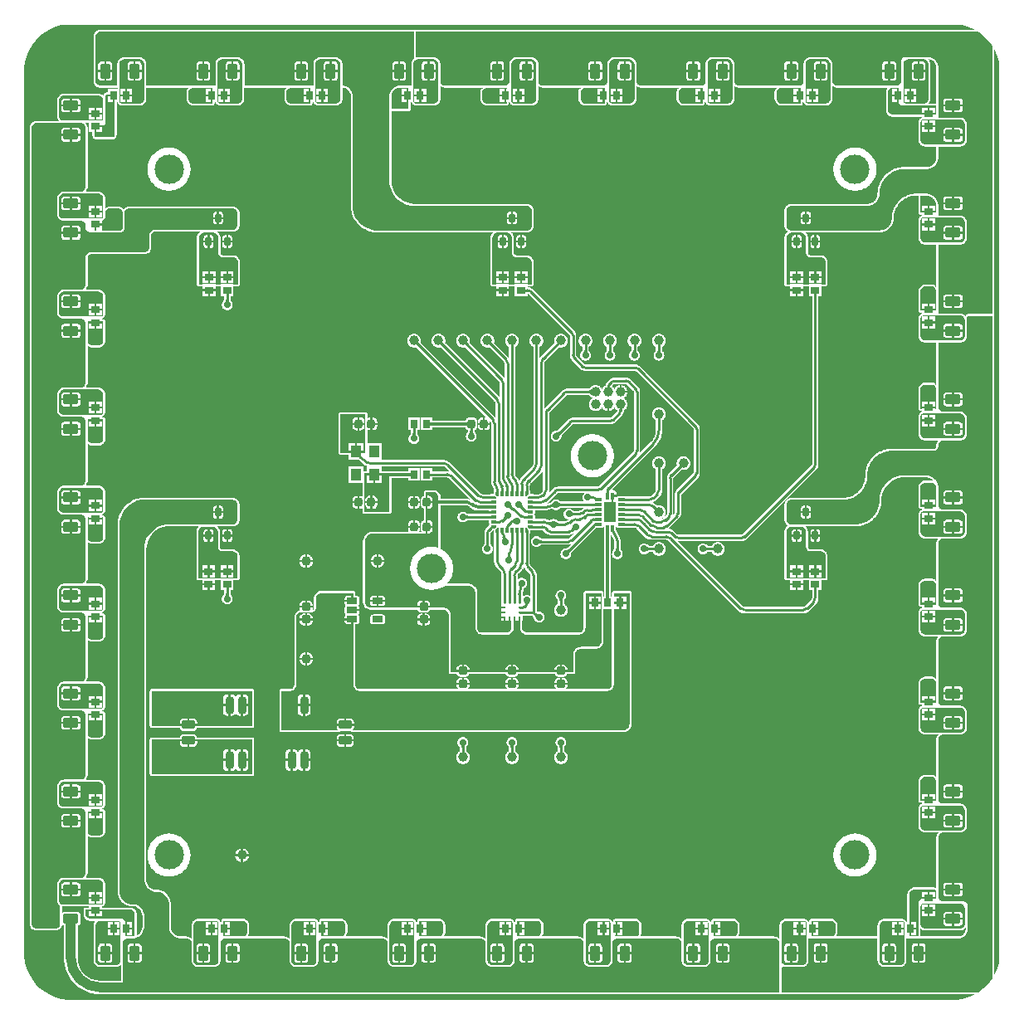
<source format=gtl>
G04*
G04 #@! TF.GenerationSoftware,Altium Limited,Altium Designer,24.1.2 (44)*
G04*
G04 Layer_Physical_Order=1*
G04 Layer_Color=255*
%FSLAX44Y44*%
%MOMM*%
G71*
G04*
G04 #@! TF.SameCoordinates,7EB18013-0C48-4019-8723-447A6BD9C726*
G04*
G04*
G04 #@! TF.FilePolarity,Positive*
G04*
G01*
G75*
%ADD32C,0.2500*%
%ADD33C,0.3000*%
%ADD34C,0.2500*%
%ADD35C,1.0000*%
G04:AMPARAMS|DCode=36|XSize=1.6mm|YSize=1mm|CornerRadius=0.125mm|HoleSize=0mm|Usage=FLASHONLY|Rotation=0.000|XOffset=0mm|YOffset=0mm|HoleType=Round|Shape=RoundedRectangle|*
%AMROUNDEDRECTD36*
21,1,1.6000,0.7500,0,0,0.0*
21,1,1.3500,1.0000,0,0,0.0*
1,1,0.2500,0.6750,-0.3750*
1,1,0.2500,-0.6750,-0.3750*
1,1,0.2500,-0.6750,0.3750*
1,1,0.2500,0.6750,0.3750*
%
%ADD36ROUNDEDRECTD36*%
%ADD37R,0.9000X0.8000*%
%ADD38C,1.0000*%
G04:AMPARAMS|DCode=39|XSize=0.9mm|YSize=0.8mm|CornerRadius=0.2mm|HoleSize=0mm|Usage=FLASHONLY|Rotation=0.000|XOffset=0mm|YOffset=0mm|HoleType=Round|Shape=RoundedRectangle|*
%AMROUNDEDRECTD39*
21,1,0.9000,0.4000,0,0,0.0*
21,1,0.5000,0.8000,0,0,0.0*
1,1,0.4000,0.2500,-0.2000*
1,1,0.4000,-0.2500,-0.2000*
1,1,0.4000,-0.2500,0.2000*
1,1,0.4000,0.2500,0.2000*
%
%ADD39ROUNDEDRECTD39*%
%ADD40R,0.8000X0.9000*%
G04:AMPARAMS|DCode=41|XSize=0.9mm|YSize=0.8mm|CornerRadius=0.2mm|HoleSize=0mm|Usage=FLASHONLY|Rotation=90.000|XOffset=0mm|YOffset=0mm|HoleType=Round|Shape=RoundedRectangle|*
%AMROUNDEDRECTD41*
21,1,0.9000,0.4000,0,0,90.0*
21,1,0.5000,0.8000,0,0,90.0*
1,1,0.4000,0.2000,0.2500*
1,1,0.4000,0.2000,-0.2500*
1,1,0.4000,-0.2000,-0.2500*
1,1,0.4000,-0.2000,0.2500*
%
%ADD41ROUNDEDRECTD41*%
G04:AMPARAMS|DCode=42|XSize=1.7mm|YSize=0.8mm|CornerRadius=0.2mm|HoleSize=0mm|Usage=FLASHONLY|Rotation=90.000|XOffset=0mm|YOffset=0mm|HoleType=Round|Shape=RoundedRectangle|*
%AMROUNDEDRECTD42*
21,1,1.7000,0.4000,0,0,90.0*
21,1,1.3000,0.8000,0,0,90.0*
1,1,0.4000,0.2000,0.6500*
1,1,0.4000,0.2000,-0.6500*
1,1,0.4000,-0.2000,-0.6500*
1,1,0.4000,-0.2000,0.6500*
%
%ADD42ROUNDEDRECTD42*%
G04:AMPARAMS|DCode=43|XSize=1.35mm|YSize=0.9mm|CornerRadius=0.225mm|HoleSize=0mm|Usage=FLASHONLY|Rotation=180.000|XOffset=0mm|YOffset=0mm|HoleType=Round|Shape=RoundedRectangle|*
%AMROUNDEDRECTD43*
21,1,1.3500,0.4500,0,0,180.0*
21,1,0.9000,0.9000,0,0,180.0*
1,1,0.4500,-0.4500,0.2250*
1,1,0.4500,0.4500,0.2250*
1,1,0.4500,0.4500,-0.2250*
1,1,0.4500,-0.4500,-0.2250*
%
%ADD43ROUNDEDRECTD43*%
G04:AMPARAMS|DCode=44|XSize=0.55mm|YSize=0.3mm|CornerRadius=0.075mm|HoleSize=0mm|Usage=FLASHONLY|Rotation=270.000|XOffset=0mm|YOffset=0mm|HoleType=Round|Shape=RoundedRectangle|*
%AMROUNDEDRECTD44*
21,1,0.5500,0.1500,0,0,270.0*
21,1,0.4000,0.3000,0,0,270.0*
1,1,0.1500,-0.0750,-0.2000*
1,1,0.1500,-0.0750,0.2000*
1,1,0.1500,0.0750,0.2000*
1,1,0.1500,0.0750,-0.2000*
%
%ADD44ROUNDEDRECTD44*%
G04:AMPARAMS|DCode=45|XSize=0.55mm|YSize=0.3mm|CornerRadius=0.075mm|HoleSize=0mm|Usage=FLASHONLY|Rotation=180.000|XOffset=0mm|YOffset=0mm|HoleType=Round|Shape=RoundedRectangle|*
%AMROUNDEDRECTD45*
21,1,0.5500,0.1500,0,0,180.0*
21,1,0.4000,0.3000,0,0,180.0*
1,1,0.1500,-0.2000,0.0750*
1,1,0.1500,0.2000,0.0750*
1,1,0.1500,0.2000,-0.0750*
1,1,0.1500,-0.2000,-0.0750*
%
%ADD45ROUNDEDRECTD45*%
%ADD46R,1.1000X1.3000*%
G04:AMPARAMS|DCode=47|XSize=0.6mm|YSize=0.9mm|CornerRadius=0.075mm|HoleSize=0mm|Usage=FLASHONLY|Rotation=180.000|XOffset=0mm|YOffset=0mm|HoleType=Round|Shape=RoundedRectangle|*
%AMROUNDEDRECTD47*
21,1,0.6000,0.7500,0,0,180.0*
21,1,0.4500,0.9000,0,0,180.0*
1,1,0.1500,-0.2250,0.3750*
1,1,0.1500,0.2250,0.3750*
1,1,0.1500,0.2250,-0.3750*
1,1,0.1500,-0.2250,-0.3750*
%
%ADD47ROUNDEDRECTD47*%
%ADD48R,0.2750X0.2500*%
%ADD49R,0.2500X0.2750*%
G04:AMPARAMS|DCode=50|XSize=0.6mm|YSize=1.1mm|CornerRadius=0.075mm|HoleSize=0mm|Usage=FLASHONLY|Rotation=90.000|XOffset=0mm|YOffset=0mm|HoleType=Round|Shape=RoundedRectangle|*
%AMROUNDEDRECTD50*
21,1,0.6000,0.9500,0,0,90.0*
21,1,0.4500,1.1000,0,0,90.0*
1,1,0.1500,0.4750,0.2250*
1,1,0.1500,0.4750,-0.2250*
1,1,0.1500,-0.4750,-0.2250*
1,1,0.1500,-0.4750,0.2250*
%
%ADD50ROUNDEDRECTD50*%
G04:AMPARAMS|DCode=51|XSize=0.7mm|YSize=0.3mm|CornerRadius=0.075mm|HoleSize=0mm|Usage=FLASHONLY|Rotation=0.000|XOffset=0mm|YOffset=0mm|HoleType=Round|Shape=RoundedRectangle|*
%AMROUNDEDRECTD51*
21,1,0.7000,0.1500,0,0,0.0*
21,1,0.5500,0.3000,0,0,0.0*
1,1,0.1500,0.2750,-0.0750*
1,1,0.1500,-0.2750,-0.0750*
1,1,0.1500,-0.2750,0.0750*
1,1,0.1500,0.2750,0.0750*
%
%ADD51ROUNDEDRECTD51*%
G04:AMPARAMS|DCode=52|XSize=0.7mm|YSize=0.3mm|CornerRadius=0.075mm|HoleSize=0mm|Usage=FLASHONLY|Rotation=270.000|XOffset=0mm|YOffset=0mm|HoleType=Round|Shape=RoundedRectangle|*
%AMROUNDEDRECTD52*
21,1,0.7000,0.1500,0,0,270.0*
21,1,0.5500,0.3000,0,0,270.0*
1,1,0.1500,-0.0750,-0.2750*
1,1,0.1500,-0.0750,0.2750*
1,1,0.1500,0.0750,0.2750*
1,1,0.1500,0.0750,-0.2750*
%
%ADD52ROUNDEDRECTD52*%
%ADD53R,1.1500X2.1500*%
G04:AMPARAMS|DCode=54|XSize=1.6mm|YSize=1mm|CornerRadius=0.125mm|HoleSize=0mm|Usage=FLASHONLY|Rotation=270.000|XOffset=0mm|YOffset=0mm|HoleType=Round|Shape=RoundedRectangle|*
%AMROUNDEDRECTD54*
21,1,1.6000,0.7500,0,0,270.0*
21,1,1.3500,1.0000,0,0,270.0*
1,1,0.2500,-0.3750,-0.6750*
1,1,0.2500,-0.3750,0.6750*
1,1,0.2500,0.3750,0.6750*
1,1,0.2500,0.3750,-0.6750*
%
%ADD54ROUNDEDRECTD54*%
%ADD55C,0.2500*%
%ADD56C,0.2000*%
%ADD57C,3.0000*%
%ADD58C,0.7000*%
G36*
X953110Y997451D02*
X959277Y996639D01*
X965285Y995029D01*
X971032Y992649D01*
X972139Y992010D01*
X895000D01*
X402010Y992010D01*
X401618Y991971D01*
X401241Y991857D01*
X401005Y991731D01*
X400769Y991857D01*
X400392Y991971D01*
X400000Y992010D01*
X80000Y992010D01*
X79999Y992010D01*
X79005Y992010D01*
X79005D01*
D01*
X78613Y991971D01*
X78236Y991857D01*
X76399Y991096D01*
X76051Y990910D01*
X75747Y990660D01*
X74340Y989253D01*
X74090Y988949D01*
X73905Y988601D01*
X73143Y986764D01*
X73029Y986387D01*
X72990Y985994D01*
D01*
Y985994D01*
X72990Y985000D01*
D01*
X72990Y940000D01*
X72990Y939006D01*
Y939005D01*
D01*
X73029Y938613D01*
X73143Y938236D01*
X73905Y936399D01*
X74090Y936051D01*
X74340Y935747D01*
X75747Y934340D01*
X76051Y934090D01*
X76399Y933904D01*
X78236Y933143D01*
D01*
X78236Y933143D01*
X78385Y933098D01*
X78613Y933029D01*
X79005Y932990D01*
X79005D01*
X79005D01*
X80000Y932990D01*
X97449D01*
X97478Y932993D01*
Y931500D01*
X87500D01*
Y928088D01*
X87000D01*
X87000Y928088D01*
X86602Y928088D01*
X86602D01*
X86602D01*
X86462Y928074D01*
X86210Y928049D01*
X86098Y928015D01*
X85833Y927935D01*
X85098Y927630D01*
X84751Y927445D01*
X84684Y927390D01*
X84446Y927195D01*
X83883Y926632D01*
X83883Y926632D01*
X83883Y926632D01*
X83749Y926468D01*
X83633Y926328D01*
X83633Y926327D01*
X83633Y926327D01*
X83448Y925980D01*
X83143Y925245D01*
X83033Y924880D01*
X82608Y925305D01*
X82608Y925305D01*
X82304Y925555D01*
X81485Y926102D01*
X81485Y926102D01*
X81138Y926288D01*
X80228Y926665D01*
X79851Y926779D01*
X78885Y926971D01*
X78885D01*
X78884Y926971D01*
X78647Y926994D01*
X78492Y927010D01*
X78492D01*
X78492D01*
X78000Y927010D01*
X42982Y927010D01*
X42982Y927010D01*
X42491D01*
X42491D01*
D01*
X42453Y927006D01*
X42099Y926971D01*
X42099Y926971D01*
X41137Y926780D01*
X40760Y926665D01*
X40760Y926665D01*
X39853Y926290D01*
X39853Y926290D01*
X39627Y926169D01*
X39506Y926104D01*
X39506Y926104D01*
X38690Y925559D01*
X38385Y925309D01*
X37691Y924615D01*
X37691Y924615D01*
X37441Y924310D01*
X36896Y923494D01*
X36896Y923494D01*
X36831Y923373D01*
X36710Y923147D01*
X36710Y923147D01*
X36335Y922240D01*
X36335Y922240D01*
X36274Y922039D01*
X36220Y921863D01*
Y921863D01*
X36029Y920901D01*
X36029Y920901D01*
X35990Y920509D01*
Y920018D01*
X35990Y904000D01*
X35990Y904000D01*
X35990Y903555D01*
Y903555D01*
Y903555D01*
X36009Y903361D01*
X36029Y903163D01*
X36029Y903163D01*
Y903163D01*
X36203Y902289D01*
X36317Y901912D01*
X36317Y901912D01*
X36658Y901089D01*
X36658Y901089D01*
X36779Y900863D01*
X36844Y900742D01*
X36844Y900742D01*
X37338Y900001D01*
X37588Y899697D01*
X38218Y899067D01*
X38288Y899010D01*
X15000Y899010D01*
D01*
X14006Y899010D01*
X13614Y898971D01*
X13614Y898971D01*
X13613D01*
X13419Y898912D01*
X13237Y898857D01*
X13237Y898857D01*
X13236Y898857D01*
X11399Y898096D01*
X11399Y898096D01*
X11399Y898096D01*
X11165Y897971D01*
X11051Y897910D01*
X11051Y897910D01*
X11051Y897910D01*
X10747Y897660D01*
X9340Y896254D01*
X9340Y896253D01*
X9340Y896253D01*
X9205Y896089D01*
X9090Y895949D01*
X9090Y895949D01*
X9090Y895949D01*
X8904Y895601D01*
X8143Y893764D01*
X8143Y893764D01*
X8143Y893763D01*
X8101Y893624D01*
X8029Y893387D01*
Y893387D01*
X8029Y893386D01*
X8013Y893226D01*
X7990Y892995D01*
Y892994D01*
Y892994D01*
X7990Y892000D01*
Y80000D01*
Y79005D01*
X8029Y78613D01*
X8056Y78526D01*
X8143Y78236D01*
X8905Y76399D01*
X9090Y76051D01*
X9340Y75747D01*
X10747Y74340D01*
X11051Y74090D01*
X11399Y73905D01*
X13236Y73143D01*
X13526Y73056D01*
X13613Y73029D01*
X14005Y72990D01*
X34000D01*
X34994Y72990D01*
X34994D01*
D01*
X35387Y73029D01*
X35764Y73143D01*
X37601Y73904D01*
X37775Y73997D01*
X37949Y74090D01*
X38253Y74340D01*
X39660Y75747D01*
X39910Y76051D01*
X39996Y76213D01*
X40096Y76399D01*
X40857Y78236D01*
X40971Y78613D01*
X40999Y78898D01*
X41334Y78612D01*
X41770Y78345D01*
X42243Y78149D01*
X42740Y78030D01*
X42989Y78011D01*
Y45016D01*
X42987D01*
X43038Y43079D01*
X43190Y41147D01*
X43443Y39226D01*
X43796Y37321D01*
X44248Y35436D01*
X44799Y33579D01*
X45446Y31752D01*
X46187Y29962D01*
X47021Y28213D01*
X47946Y26510D01*
X48959Y24857D01*
X50056Y23261D01*
X51236Y21723D01*
X52494Y20250D01*
X53828Y18844D01*
X55234Y17510D01*
X56707Y16252D01*
X58245Y15072D01*
X59841Y13975D01*
X61494Y12962D01*
X63197Y12038D01*
X64946Y11203D01*
X66736Y10462D01*
X68562Y9815D01*
X70420Y9265D01*
X72305Y8812D01*
X74210Y8459D01*
X76131Y8206D01*
X78063Y8054D01*
X80000Y8003D01*
Y8005D01*
X106855D01*
X106865Y8004D01*
X107006Y7990D01*
X107006D01*
X107006D01*
X108000Y7990D01*
X773000Y7990D01*
X773392Y8029D01*
X773769Y8143D01*
X774005Y8269D01*
X774240Y8143D01*
X774617Y8029D01*
X775010Y7990D01*
X972139D01*
X971032Y7351D01*
X965285Y4971D01*
X959277Y3361D01*
X953110Y2549D01*
X950000D01*
X50000Y2549D01*
X46890D01*
X40723Y3361D01*
X34715Y4971D01*
X28968Y7351D01*
X23581Y10461D01*
X18646Y14248D01*
X14248Y18646D01*
X10461Y23581D01*
X7351Y28968D01*
X4971Y34715D01*
X3361Y40723D01*
X2549Y46890D01*
X2549Y50000D01*
Y50000D01*
D01*
Y950000D01*
Y953110D01*
X3361Y959277D01*
X4971Y965285D01*
X7351Y971032D01*
X10461Y976419D01*
X14248Y981354D01*
X18646Y985752D01*
X23581Y989539D01*
X28968Y992649D01*
X34715Y995029D01*
X40723Y996639D01*
X46890Y997451D01*
X50000Y997451D01*
D01*
X50000D01*
X950000Y997451D01*
X953110Y997451D01*
D02*
G37*
G36*
X400000Y962696D02*
X399985Y962686D01*
X399843Y962544D01*
X399676Y962432D01*
X399046Y961803D01*
X398935Y961636D01*
X398792Y961494D01*
X398298Y960753D01*
X398221Y960568D01*
X398109Y960401D01*
X397768Y959578D01*
X397729Y959381D01*
X397652Y959195D01*
X397479Y958322D01*
Y958121D01*
X397439Y957924D01*
X397439Y957479D01*
X397443Y957460D01*
X397440Y957441D01*
X397449Y956973D01*
Y935000D01*
X385000D01*
X384020Y934952D01*
X382097Y934569D01*
X380286Y933819D01*
X378656Y932730D01*
X377270Y931344D01*
X376181Y929714D01*
X375431Y927903D01*
X375048Y925980D01*
X375000Y925000D01*
Y837500D01*
X375120Y835050D01*
X376077Y830243D01*
X377952Y825715D01*
X380675Y821640D01*
X384140Y818175D01*
X388215Y815452D01*
X392743Y813577D01*
X397550Y812620D01*
X400000Y812500D01*
X515000Y812500D01*
X515994Y812500D01*
X517832Y811739D01*
X519239Y810332D01*
X520000Y808494D01*
X520000Y807500D01*
X520000Y807500D01*
X520000Y792500D01*
X520000Y791505D01*
X519239Y789668D01*
X517832Y788261D01*
X515994Y787500D01*
X515000Y787500D01*
X362500D01*
X360038Y787500D01*
X355208Y788461D01*
X350658Y790345D01*
X346563Y793081D01*
X343081Y796563D01*
X340345Y800658D01*
X338461Y805208D01*
X337500Y810038D01*
X337500Y812500D01*
Y812500D01*
X337500Y925000D01*
X337452Y925980D01*
X337069Y927903D01*
X336319Y929714D01*
X335230Y931344D01*
X333844Y932730D01*
X332214Y933819D01*
X330403Y934569D01*
X328480Y934952D01*
X327500Y935000D01*
X327500Y935000D01*
X327039D01*
X327039Y957018D01*
X327039Y957018D01*
Y957509D01*
X327000Y957706D01*
Y957907D01*
X326809Y958869D01*
X326732Y959055D01*
X326693Y959252D01*
X326317Y960158D01*
X326205Y960325D01*
X326129Y960511D01*
X325583Y961327D01*
X325441Y961469D01*
X325330Y961636D01*
X324636Y962330D01*
X324469Y962441D01*
X324327Y962583D01*
X323511Y963129D01*
X323325Y963205D01*
X323158Y963317D01*
X322252Y963692D01*
X322055Y963732D01*
X321869Y963809D01*
X320907Y964000D01*
X320706D01*
X320509Y964039D01*
X320018D01*
X304000Y964039D01*
X304000Y964039D01*
X303555Y964039D01*
X303358Y964000D01*
X303157D01*
X302283Y963826D01*
X302098Y963749D01*
X301901Y963710D01*
X301078Y963369D01*
X300911Y963258D01*
X300725Y963181D01*
X299985Y962686D01*
X299843Y962544D01*
X299676Y962432D01*
X299046Y961803D01*
X298935Y961636D01*
X298793Y961494D01*
X298298Y960753D01*
X298221Y960568D01*
X298109Y960401D01*
X297768Y959578D01*
X297729Y959381D01*
X297652Y959195D01*
X297479Y958322D01*
Y958121D01*
X297440Y957924D01*
X297440Y957479D01*
X297443Y957460D01*
X297440Y957441D01*
X297449Y956973D01*
Y935000D01*
X227039D01*
X227039Y957018D01*
X227039Y957018D01*
Y957509D01*
X227000Y957706D01*
Y957907D01*
X226808Y958869D01*
X226732Y959055D01*
X226693Y959252D01*
X226317Y960158D01*
X226205Y960325D01*
X226129Y960511D01*
X225583Y961327D01*
X225441Y961469D01*
X225330Y961636D01*
X224636Y962330D01*
X224469Y962441D01*
X224327Y962583D01*
X223511Y963129D01*
X223325Y963205D01*
X223158Y963317D01*
X222252Y963692D01*
X222055Y963732D01*
X221869Y963809D01*
X220907Y964000D01*
X220706D01*
X220509Y964039D01*
X220018D01*
X204000Y964039D01*
X204000Y964039D01*
X203555Y964039D01*
X203358Y964000D01*
X203157D01*
X202283Y963826D01*
X202098Y963749D01*
X201901Y963710D01*
X201078Y963369D01*
X200911Y963258D01*
X200725Y963181D01*
X199985Y962686D01*
X199843Y962544D01*
X199676Y962432D01*
X199046Y961803D01*
X198935Y961636D01*
X198793Y961494D01*
X198298Y960753D01*
X198221Y960568D01*
X198109Y960401D01*
X197768Y959578D01*
X197729Y959381D01*
X197652Y959195D01*
X197479Y958322D01*
Y958121D01*
X197440Y957924D01*
X197440Y957479D01*
X197443Y957460D01*
X197440Y957441D01*
X197449Y956973D01*
Y935000D01*
X127039D01*
X127039Y957018D01*
X127039Y957018D01*
Y957509D01*
X127000Y957706D01*
Y957907D01*
X126809Y958869D01*
X126732Y959055D01*
X126692Y959252D01*
X126317Y960158D01*
X126205Y960325D01*
X126129Y960511D01*
X125583Y961327D01*
X125441Y961469D01*
X125330Y961636D01*
X124636Y962330D01*
X124469Y962441D01*
X124327Y962583D01*
X123511Y963129D01*
X123325Y963205D01*
X123158Y963317D01*
X122252Y963692D01*
X122055Y963732D01*
X121869Y963809D01*
X120907Y964000D01*
X120706D01*
X120509Y964039D01*
X120018D01*
X104000Y964039D01*
X104000Y964039D01*
X103555Y964039D01*
X103358Y964000D01*
X103157D01*
X102283Y963826D01*
X102098Y963749D01*
X101901Y963710D01*
X101078Y963369D01*
X100911Y963258D01*
X100725Y963181D01*
X99985Y962686D01*
X99843Y962544D01*
X99676Y962432D01*
X99046Y961803D01*
X98934Y961636D01*
X98793Y961494D01*
X98298Y960753D01*
X98221Y960568D01*
X98109Y960401D01*
X97768Y959578D01*
X97729Y959381D01*
X97653Y959195D01*
X97479Y958322D01*
Y958121D01*
X97440Y957924D01*
X97440Y957479D01*
X97443Y957460D01*
X97440Y957441D01*
X97449Y956973D01*
Y935000D01*
X80000D01*
X79005Y935000D01*
X77168Y935761D01*
X75761Y937168D01*
X75000Y939005D01*
X75000Y940000D01*
Y940000D01*
X75000Y985000D01*
X75000Y985994D01*
X75761Y987832D01*
X77168Y989239D01*
X79005Y990000D01*
X80000Y990000D01*
X80000Y990000D01*
X400000Y990000D01*
Y962696D01*
D02*
G37*
G36*
X920018Y962000D02*
X920509D01*
X921471Y961808D01*
X922378Y961433D01*
X923194Y960888D01*
X923888Y960194D01*
X924433Y959378D01*
X924809Y958471D01*
X925000Y957509D01*
Y957018D01*
X925000D01*
X925000Y922000D01*
X925000Y921507D01*
X924808Y920542D01*
X924431Y919632D01*
X923884Y918813D01*
X923187Y918116D01*
X922368Y917569D01*
X921458Y917192D01*
X920492Y917000D01*
X920000Y917000D01*
X901746D01*
X901248Y917099D01*
X900779Y917293D01*
X900357Y917575D01*
X899998Y917934D01*
X899716Y918356D01*
X899522Y918825D01*
X899500Y918937D01*
Y931500D01*
X899488D01*
Y956992D01*
X899479Y957479D01*
X899479Y957924D01*
X899652Y958798D01*
X899993Y959620D01*
X900488Y960361D01*
X901118Y960991D01*
X901858Y961485D01*
X902681Y961826D01*
X903555Y962000D01*
X904000Y962000D01*
X904000Y962000D01*
X920018Y962000D01*
D02*
G37*
G36*
X820018D02*
X820509D01*
X821471Y961808D01*
X822378Y961433D01*
X823194Y960888D01*
X823888Y960194D01*
X824433Y959378D01*
X824809Y958471D01*
X825000Y957509D01*
Y957018D01*
X825000D01*
X825000Y922000D01*
X825000Y921507D01*
X824808Y920542D01*
X824431Y919632D01*
X823884Y918813D01*
X823187Y918116D01*
X822368Y917569D01*
X821458Y917192D01*
X820492Y917000D01*
X820000Y917000D01*
X801746D01*
X801248Y917099D01*
X800779Y917293D01*
X800357Y917575D01*
X799998Y917934D01*
X799716Y918356D01*
X799522Y918825D01*
X799500Y918937D01*
Y931500D01*
X799488D01*
Y956992D01*
X799479Y957479D01*
X799479Y957924D01*
X799652Y958798D01*
X799993Y959620D01*
X800488Y960361D01*
X801118Y960991D01*
X801858Y961485D01*
X802681Y961826D01*
X803555Y962000D01*
X804000Y962000D01*
X804000Y962000D01*
X820018Y962000D01*
D02*
G37*
G36*
X720018D02*
X720509D01*
X721471Y961808D01*
X722378Y961433D01*
X723194Y960888D01*
X723888Y960194D01*
X724433Y959378D01*
X724809Y958471D01*
X725000Y957509D01*
Y957018D01*
X725000D01*
X725000Y922000D01*
X725000Y921507D01*
X724808Y920542D01*
X724431Y919632D01*
X723884Y918813D01*
X723187Y918116D01*
X722368Y917569D01*
X721458Y917192D01*
X720492Y917000D01*
X720000Y917000D01*
X701746D01*
X701248Y917099D01*
X700779Y917293D01*
X700357Y917575D01*
X699998Y917934D01*
X699716Y918356D01*
X699522Y918825D01*
X699500Y918937D01*
Y931500D01*
X699488D01*
Y956992D01*
X699479Y957479D01*
X699479Y957924D01*
X699652Y958798D01*
X699993Y959620D01*
X700488Y960361D01*
X701118Y960991D01*
X701858Y961485D01*
X702681Y961826D01*
X703555Y962000D01*
X704000Y962000D01*
X704000Y962000D01*
X720018Y962000D01*
D02*
G37*
G36*
X620018D02*
X620509D01*
X621471Y961808D01*
X622378Y961433D01*
X623194Y960888D01*
X623888Y960194D01*
X624433Y959378D01*
X624809Y958471D01*
X625000Y957509D01*
Y957018D01*
X625000D01*
X625000Y922000D01*
X625000Y921507D01*
X624808Y920542D01*
X624431Y919632D01*
X623884Y918813D01*
X623187Y918116D01*
X622368Y917569D01*
X621458Y917192D01*
X620492Y917000D01*
X620000Y917000D01*
X601746D01*
X601248Y917099D01*
X600779Y917293D01*
X600357Y917575D01*
X599999Y917934D01*
X599716Y918356D01*
X599522Y918825D01*
X599500Y918937D01*
Y931500D01*
X599488D01*
Y956992D01*
X599479Y957479D01*
X599479Y957924D01*
X599652Y958798D01*
X599993Y959620D01*
X600488Y960361D01*
X601118Y960991D01*
X601858Y961485D01*
X602681Y961826D01*
X603555Y962000D01*
X604000Y962000D01*
X604000Y962000D01*
X620018Y962000D01*
D02*
G37*
G36*
X520018D02*
X520509D01*
X521471Y961808D01*
X522378Y961433D01*
X523194Y960888D01*
X523888Y960194D01*
X524433Y959378D01*
X524809Y958471D01*
X525000Y957509D01*
Y957018D01*
X525000D01*
X525000Y922000D01*
X525000Y921507D01*
X524808Y920542D01*
X524431Y919632D01*
X523884Y918813D01*
X523187Y918116D01*
X522368Y917569D01*
X521458Y917192D01*
X520492Y917000D01*
X520000Y917000D01*
X501746D01*
X501248Y917099D01*
X500779Y917293D01*
X500357Y917575D01*
X499999Y917934D01*
X499716Y918356D01*
X499522Y918825D01*
X499500Y918937D01*
Y931500D01*
X499488D01*
Y956992D01*
X499479Y957479D01*
X499479Y957924D01*
X499652Y958798D01*
X499993Y959620D01*
X500488Y960361D01*
X501118Y960991D01*
X501858Y961485D01*
X502681Y961826D01*
X503555Y962000D01*
X504000Y962000D01*
X504000Y962000D01*
X520018Y962000D01*
D02*
G37*
G36*
X420018D02*
X420509D01*
X421471Y961808D01*
X422378Y961433D01*
X423194Y960888D01*
X423888Y960194D01*
X424433Y959378D01*
X424808Y958471D01*
X425000Y957509D01*
Y957018D01*
X425000D01*
X425000Y922000D01*
X425000Y921507D01*
X424808Y920542D01*
X424431Y919632D01*
X423884Y918813D01*
X423187Y918116D01*
X422368Y917569D01*
X421458Y917192D01*
X420492Y917000D01*
X420000Y917000D01*
X401746D01*
X401248Y917099D01*
X400779Y917293D01*
X400357Y917575D01*
X399998Y917934D01*
X399716Y918356D01*
X399522Y918825D01*
X399500Y918937D01*
Y931500D01*
X399488D01*
Y956992D01*
X399479Y957479D01*
X399479Y957924D01*
X399652Y958798D01*
X399993Y959620D01*
X400488Y960361D01*
X401118Y960991D01*
X401858Y961485D01*
X402681Y961826D01*
X403555Y962000D01*
X404000Y962000D01*
X404000Y962000D01*
X420018Y962000D01*
D02*
G37*
G36*
X320018D02*
X320509D01*
X321471Y961808D01*
X322378Y961433D01*
X323194Y960888D01*
X323888Y960194D01*
X324433Y959378D01*
X324809Y958471D01*
X325000Y957509D01*
Y957018D01*
X325000D01*
X325000Y922000D01*
X325000Y921507D01*
X324808Y920542D01*
X324431Y919632D01*
X323884Y918813D01*
X323187Y918116D01*
X322368Y917569D01*
X321458Y917192D01*
X320492Y917000D01*
X320000Y917000D01*
X301746D01*
X301248Y917099D01*
X300779Y917293D01*
X300357Y917575D01*
X299998Y917934D01*
X299716Y918356D01*
X299522Y918825D01*
X299500Y918937D01*
Y931500D01*
X299488D01*
Y956992D01*
X299479Y957479D01*
X299479Y957924D01*
X299653Y958798D01*
X299993Y959620D01*
X300488Y960361D01*
X301118Y960991D01*
X301858Y961485D01*
X302681Y961826D01*
X303555Y962000D01*
X304000Y962000D01*
X304000Y962000D01*
X320018Y962000D01*
D02*
G37*
G36*
X220018D02*
X220509D01*
X221471Y961808D01*
X222378Y961433D01*
X223194Y960888D01*
X223888Y960194D01*
X224433Y959378D01*
X224809Y958471D01*
X225000Y957509D01*
Y957018D01*
X225000D01*
X225000Y922000D01*
X225000Y921507D01*
X224808Y920542D01*
X224431Y919632D01*
X223884Y918813D01*
X223187Y918116D01*
X222368Y917569D01*
X221458Y917192D01*
X220492Y917000D01*
X220000Y917000D01*
X201746D01*
X201248Y917099D01*
X200779Y917293D01*
X200357Y917575D01*
X199998Y917934D01*
X199716Y918356D01*
X199522Y918825D01*
X199500Y918937D01*
Y931500D01*
X199488D01*
Y956992D01*
X199479Y957479D01*
X199479Y957924D01*
X199653Y958798D01*
X199993Y959620D01*
X200488Y960361D01*
X201118Y960991D01*
X201858Y961485D01*
X202681Y961826D01*
X203555Y962000D01*
X204000Y962000D01*
X204000Y962000D01*
X220018Y962000D01*
D02*
G37*
G36*
X120018D02*
X120509D01*
X121471Y961808D01*
X122378Y961433D01*
X123194Y960888D01*
X123888Y960194D01*
X124433Y959378D01*
X124809Y958471D01*
X125000Y957509D01*
Y957018D01*
X125000D01*
X125000Y922000D01*
X125000Y921507D01*
X124808Y920542D01*
X124431Y919632D01*
X123884Y918813D01*
X123187Y918116D01*
X122368Y917569D01*
X121458Y917192D01*
X120492Y917000D01*
X120000Y917000D01*
X101746D01*
X101248Y917099D01*
X100779Y917293D01*
X100357Y917575D01*
X99999Y917934D01*
X99717Y918356D01*
X99522Y918825D01*
X99500Y918937D01*
Y931500D01*
X99488D01*
Y956992D01*
X99479Y957479D01*
X99479Y957924D01*
X99653Y958798D01*
X99993Y959620D01*
X100488Y960361D01*
X101118Y960991D01*
X101858Y961485D01*
X102681Y961826D01*
X103555Y962000D01*
X104000Y962000D01*
X104000Y962000D01*
X120018Y962000D01*
D02*
G37*
G36*
X894512Y931500D02*
X894500D01*
Y925000D01*
Y918500D01*
X894512D01*
Y918334D01*
X894579Y917681D01*
X895084Y916476D01*
X896011Y915557D01*
X897220Y915062D01*
X897873Y915000D01*
X901549D01*
X901746Y914961D01*
X920000D01*
X920492Y914961D01*
X920689Y915000D01*
X920890D01*
X932961D01*
Y905463D01*
X931500D01*
Y905500D01*
X925000D01*
X918500D01*
Y905463D01*
X887635D01*
X885967Y906154D01*
X884691Y907430D01*
X884000Y909098D01*
Y910000D01*
X884000Y929000D01*
Y929796D01*
X884609Y931266D01*
X885734Y932391D01*
X887110Y932961D01*
X892000D01*
X892327Y932961D01*
X892459Y932987D01*
X892594Y932978D01*
X892759Y933000D01*
X894512D01*
Y931500D01*
D02*
G37*
G36*
X794566D02*
X794500D01*
Y925000D01*
Y918500D01*
X794566D01*
Y917000D01*
X775000Y917000D01*
X774005D01*
X772168Y917761D01*
X770761Y919168D01*
X770000Y921005D01*
Y922000D01*
X770000D01*
Y928000D01*
Y928995D01*
X770761Y930832D01*
X772168Y932239D01*
X773911Y932961D01*
X775000D01*
X792461Y932961D01*
D01*
X792787Y932961D01*
X792919Y932987D01*
X793053Y932978D01*
X793219Y933000D01*
X794566D01*
Y931500D01*
D02*
G37*
G36*
X694566D02*
X694500D01*
Y925000D01*
Y918500D01*
X694566D01*
Y917000D01*
X675000Y917000D01*
X674005D01*
X672168Y917761D01*
X670761Y919168D01*
X670000Y921005D01*
Y922000D01*
X670000D01*
Y928000D01*
Y928995D01*
X670761Y930832D01*
X672168Y932239D01*
X673911Y932961D01*
X675000D01*
X692461Y932961D01*
D01*
X692787Y932961D01*
X692919Y932987D01*
X693053Y932978D01*
X693219Y933000D01*
X694566D01*
Y931500D01*
D02*
G37*
G36*
X594566D02*
X594500D01*
Y925000D01*
Y918500D01*
X594566D01*
Y917000D01*
X575000Y917000D01*
X574005D01*
X572168Y917761D01*
X570761Y919168D01*
X570000Y921005D01*
Y922000D01*
X570000D01*
Y928000D01*
Y928995D01*
X570761Y930832D01*
X572168Y932239D01*
X573911Y932961D01*
X575000D01*
X592461Y932961D01*
D01*
X592787Y932961D01*
X592919Y932987D01*
X593053Y932978D01*
X593219Y933000D01*
X594566D01*
Y931500D01*
D02*
G37*
G36*
X494566D02*
X494500D01*
Y925000D01*
Y918500D01*
X494566D01*
Y917000D01*
X475000Y917000D01*
X474005D01*
X472168Y917761D01*
X470761Y919168D01*
X470000Y921005D01*
Y922000D01*
X470000D01*
Y928000D01*
Y928995D01*
X470761Y930832D01*
X472168Y932239D01*
X473911Y932961D01*
X475000D01*
X492461Y932961D01*
D01*
X492787Y932961D01*
X492919Y932987D01*
X493053Y932978D01*
X493219Y933000D01*
X494566D01*
Y931500D01*
D02*
G37*
G36*
X87500Y926000D02*
X93500D01*
Y925000D01*
X94500D01*
Y918500D01*
X94642D01*
X94642Y885047D01*
X94639Y884537D01*
X94243Y883598D01*
X93519Y882882D01*
X92575Y882497D01*
X92065Y882500D01*
X92000D01*
X77000Y882500D01*
X76491D01*
X75984Y882496D01*
X75044Y882877D01*
X74321Y883588D01*
X73926Y884522D01*
X73922Y885029D01*
Y885029D01*
Y887500D01*
X74000D01*
Y893500D01*
X75000D01*
Y894500D01*
X81500D01*
Y894514D01*
X82514D01*
X82999Y894561D01*
X83895Y894933D01*
X84581Y895619D01*
X84952Y896515D01*
X85000Y897000D01*
Y901549D01*
X85039Y901746D01*
Y902000D01*
Y920000D01*
X85039Y920000D01*
X85039Y920492D01*
X85000Y920689D01*
Y924078D01*
X85000Y924476D01*
X85304Y925211D01*
X85867Y925774D01*
X86602Y926078D01*
X87000Y926078D01*
X87000Y926078D01*
X87500D01*
Y926000D01*
D02*
G37*
G36*
X925031Y962021D02*
X925419Y962010D01*
X926220Y961929D01*
X926985Y961775D01*
X927732Y961546D01*
X928453Y961246D01*
X929140Y960876D01*
X929788Y960441D01*
X930390Y959944D01*
X930941Y959390D01*
X931435Y958785D01*
X931867Y958135D01*
X932233Y957446D01*
X932530Y956723D01*
X932755Y955976D01*
X932905Y955210D01*
X932982Y954408D01*
X932990Y954014D01*
X932990Y917007D01*
X932961Y917010D01*
X924923D01*
X925305Y917392D01*
X925305Y917392D01*
X925555Y917696D01*
X926102Y918515D01*
X926102Y918515D01*
X926288Y918863D01*
X926665Y919772D01*
X926779Y920149D01*
X926971Y921115D01*
Y921115D01*
X926971Y921115D01*
X926994Y921353D01*
X927010Y921507D01*
Y921508D01*
Y921508D01*
X927010Y922000D01*
X927010Y957018D01*
X927010Y957018D01*
Y957509D01*
Y957509D01*
D01*
X927006Y957547D01*
X926971Y957901D01*
X926971Y957901D01*
X926780Y958863D01*
X926665Y959240D01*
X926665Y959240D01*
X926290Y960147D01*
X926290Y960147D01*
X926169Y960373D01*
X926104Y960494D01*
X926104Y960495D01*
X925559Y961310D01*
X925309Y961615D01*
X924903Y962021D01*
X925031D01*
D02*
G37*
G36*
X294566Y931500D02*
X294500D01*
Y925000D01*
Y918500D01*
X294566D01*
Y917000D01*
X275000Y917000D01*
X274005D01*
X272168Y917761D01*
X270761Y919168D01*
X270000Y921005D01*
Y922000D01*
X270000D01*
Y928000D01*
Y928995D01*
X270761Y930832D01*
X272168Y932239D01*
X273911Y932961D01*
X294566D01*
Y931500D01*
D02*
G37*
G36*
X194566D02*
X194500D01*
Y925000D01*
Y918500D01*
X194566D01*
Y917000D01*
X175000Y917000D01*
X174005D01*
X172168Y917761D01*
X170761Y919168D01*
X170000Y921005D01*
Y922000D01*
X170000D01*
Y928000D01*
Y928995D01*
X170761Y930832D01*
X172168Y932239D01*
X173911Y932961D01*
X194566D01*
Y931500D01*
D02*
G37*
G36*
X427275Y934812D02*
X427377Y934728D01*
X427473Y934638D01*
X427993Y934239D01*
X428104Y934170D01*
X428211Y934093D01*
X428779Y933765D01*
X428899Y933711D01*
X429015Y933649D01*
X429620Y933398D01*
X429746Y933360D01*
X429869Y933314D01*
X430502Y933144D01*
X430632Y933123D01*
X430760Y933093D01*
X431410Y933008D01*
X431541Y933003D01*
X431672Y932990D01*
X432000Y932990D01*
X470077D01*
X469340Y932253D01*
X469090Y931949D01*
X468904Y931601D01*
X468143Y929764D01*
X468056Y929474D01*
X468029Y929387D01*
X467990Y928995D01*
Y928000D01*
Y922000D01*
X467990Y922000D01*
Y921005D01*
X468029Y920613D01*
X468056Y920526D01*
X468143Y920236D01*
X468904Y918399D01*
X469090Y918051D01*
X469340Y917747D01*
X470747Y916340D01*
X471051Y916090D01*
X471399Y915904D01*
X473236Y915143D01*
X473526Y915056D01*
X473613Y915029D01*
X474005Y914990D01*
X475000D01*
X494566Y914990D01*
X494958Y915029D01*
X495335Y915143D01*
X495683Y915329D01*
X495987Y915579D01*
X496237Y915883D01*
X496423Y916231D01*
X496537Y916608D01*
X496576Y917000D01*
Y918500D01*
X497538D01*
X497551Y918433D01*
X497551Y918433D01*
X497655Y918090D01*
X497665Y918056D01*
D01*
X497666Y918056D01*
X497860Y917587D01*
X497959Y917401D01*
X498046Y917240D01*
X498327Y916818D01*
X498577Y916513D01*
X498577D01*
Y916513D01*
X498936Y916154D01*
X498936Y916154D01*
X499104Y916017D01*
X499241Y915904D01*
X499241Y915904D01*
X499663Y915622D01*
X499825Y915536D01*
X500010Y915436D01*
X500479Y915242D01*
X500856Y915128D01*
X500856D01*
X501354Y915029D01*
X501354Y915029D01*
X501746Y914990D01*
X520000D01*
X520492Y914990D01*
X520492D01*
X520492D01*
X520647Y915005D01*
X520884Y915029D01*
X520885Y915029D01*
X520885D01*
X521851Y915221D01*
X521965Y915256D01*
X522228Y915335D01*
X523137Y915712D01*
X523137Y915712D01*
X523323Y915812D01*
X523485Y915898D01*
X523485Y915898D01*
X524304Y916445D01*
X524304Y916445D01*
X524358Y916490D01*
X524608Y916695D01*
X524608Y916695D01*
X525305Y917392D01*
X525305Y917392D01*
X525555Y917696D01*
X526102Y918515D01*
X526102Y918515D01*
X526288Y918863D01*
X526665Y919772D01*
X526779Y920149D01*
X526971Y921115D01*
Y921115D01*
X526971Y921115D01*
X526994Y921353D01*
X527010Y921507D01*
Y921508D01*
Y921508D01*
X527010Y922000D01*
X527010Y935077D01*
X527275Y934812D01*
X527377Y934728D01*
X527473Y934638D01*
X527993Y934239D01*
X528104Y934170D01*
X528211Y934093D01*
X528779Y933765D01*
X528899Y933711D01*
X529015Y933649D01*
X529620Y933398D01*
X529746Y933360D01*
X529869Y933314D01*
X530502Y933144D01*
X530632Y933123D01*
X530760Y933093D01*
X531410Y933008D01*
X531541Y933003D01*
X531672Y932990D01*
X532000Y932990D01*
X570077D01*
X569340Y932253D01*
X569090Y931949D01*
X568904Y931601D01*
X568143Y929764D01*
X568056Y929474D01*
X568029Y929387D01*
X567990Y928995D01*
Y928000D01*
Y922000D01*
X567990Y922000D01*
Y921005D01*
X568029Y920613D01*
X568056Y920526D01*
X568143Y920236D01*
X568904Y918399D01*
X569090Y918051D01*
X569340Y917747D01*
X570747Y916340D01*
X571051Y916090D01*
X571399Y915904D01*
X573236Y915143D01*
X573526Y915056D01*
X573613Y915029D01*
X574005Y914990D01*
X575000D01*
X594566Y914990D01*
X594958Y915029D01*
X595335Y915143D01*
X595683Y915329D01*
X595987Y915579D01*
X596237Y915883D01*
X596423Y916231D01*
X596537Y916608D01*
X596576Y917000D01*
Y918500D01*
X597538D01*
X597551Y918433D01*
X597551Y918433D01*
X597655Y918090D01*
X597665Y918056D01*
D01*
X597666Y918056D01*
X597860Y917587D01*
X597959Y917401D01*
X598046Y917240D01*
X598327Y916818D01*
X598577Y916513D01*
X598577D01*
Y916513D01*
X598936Y916154D01*
X598936Y916154D01*
X599104Y916017D01*
X599241Y915904D01*
X599241Y915904D01*
X599663Y915622D01*
X599825Y915536D01*
X600010Y915436D01*
X600479Y915242D01*
X600856Y915128D01*
X600856D01*
X601354Y915029D01*
X601354Y915029D01*
X601746Y914990D01*
X620000D01*
X620492Y914990D01*
X620492D01*
X620492D01*
X620647Y915005D01*
X620884Y915029D01*
X620885Y915029D01*
X620885D01*
X621851Y915221D01*
X621965Y915256D01*
X622228Y915335D01*
X623137Y915712D01*
X623137Y915712D01*
X623323Y915812D01*
X623485Y915898D01*
X623485Y915898D01*
X624304Y916445D01*
X624304Y916445D01*
X624358Y916490D01*
X624608Y916695D01*
X624608Y916695D01*
X625305Y917392D01*
X625305Y917392D01*
X625555Y917696D01*
X626102Y918515D01*
X626102Y918515D01*
X626288Y918863D01*
X626665Y919772D01*
X626779Y920149D01*
X626971Y921115D01*
Y921115D01*
X626971Y921115D01*
X626994Y921353D01*
X627010Y921507D01*
Y921508D01*
Y921508D01*
X627010Y922000D01*
X627010Y935077D01*
X627275Y934812D01*
X627377Y934728D01*
X627473Y934638D01*
X627993Y934239D01*
X628104Y934170D01*
X628211Y934093D01*
X628779Y933765D01*
X628899Y933711D01*
X629015Y933649D01*
X629620Y933398D01*
X629746Y933360D01*
X629869Y933314D01*
X630502Y933144D01*
X630632Y933123D01*
X630760Y933093D01*
X631410Y933008D01*
X631541Y933003D01*
X631672Y932990D01*
X632000Y932990D01*
X670077D01*
X669340Y932253D01*
X669090Y931949D01*
X668904Y931601D01*
X668143Y929764D01*
X668056Y929474D01*
X668029Y929387D01*
X667990Y928995D01*
Y928000D01*
Y922000D01*
X667990Y922000D01*
Y921005D01*
X668029Y920613D01*
X668056Y920526D01*
X668143Y920236D01*
X668904Y918399D01*
X669090Y918051D01*
X669340Y917747D01*
X670747Y916340D01*
X671051Y916090D01*
X671399Y915904D01*
X673236Y915143D01*
X673526Y915056D01*
X673613Y915029D01*
X674005Y914990D01*
X675000D01*
X694566Y914990D01*
X694958Y915029D01*
X695335Y915143D01*
X695683Y915329D01*
X695987Y915579D01*
X696237Y915883D01*
X696423Y916231D01*
X696537Y916608D01*
X696576Y917000D01*
Y918500D01*
X697538D01*
X697551Y918433D01*
X697551Y918433D01*
X697655Y918090D01*
X697665Y918056D01*
D01*
X697666Y918056D01*
X697860Y917587D01*
X697959Y917401D01*
X698046Y917240D01*
X698327Y916818D01*
X698577Y916513D01*
X698577D01*
Y916513D01*
X698936Y916154D01*
X698936Y916154D01*
X699104Y916017D01*
X699241Y915904D01*
X699241Y915904D01*
X699663Y915622D01*
X699825Y915536D01*
X700010Y915436D01*
X700479Y915242D01*
X700856Y915128D01*
X700856D01*
X701354Y915029D01*
X701354Y915029D01*
X701746Y914990D01*
X720000D01*
X720492Y914990D01*
X720492D01*
X720492D01*
X720647Y915005D01*
X720884Y915029D01*
X720884Y915029D01*
X720884D01*
X721851Y915221D01*
X721965Y915256D01*
X722227Y915335D01*
X723137Y915712D01*
X723137Y915712D01*
X723323Y915812D01*
X723485Y915898D01*
X723485Y915898D01*
X724304Y916445D01*
X724304Y916445D01*
X724358Y916490D01*
X724608Y916695D01*
X724609Y916695D01*
X725305Y917392D01*
X725305Y917392D01*
X725555Y917696D01*
X726102Y918515D01*
X726102Y918515D01*
X726288Y918863D01*
X726665Y919772D01*
X726779Y920149D01*
X726971Y921115D01*
Y921115D01*
X726971Y921115D01*
X726994Y921353D01*
X727010Y921507D01*
Y921508D01*
Y921508D01*
X727010Y922000D01*
X727010Y935077D01*
X727275Y934812D01*
X727377Y934728D01*
X727473Y934638D01*
X727993Y934239D01*
X728104Y934170D01*
X728211Y934093D01*
X728779Y933765D01*
X728899Y933711D01*
X729015Y933649D01*
X729620Y933398D01*
X729746Y933360D01*
X729869Y933314D01*
X730502Y933144D01*
X730632Y933123D01*
X730760Y933093D01*
X731410Y933008D01*
X731542Y933003D01*
X731672Y932990D01*
X732000Y932990D01*
X770077D01*
X769340Y932253D01*
X769090Y931949D01*
X768904Y931601D01*
X768143Y929764D01*
X768056Y929474D01*
X768029Y929387D01*
X767990Y928995D01*
Y928000D01*
Y922000D01*
X767990Y922000D01*
Y921005D01*
X768029Y920613D01*
X768056Y920526D01*
X768143Y920236D01*
X768904Y918399D01*
X769090Y918051D01*
X769340Y917747D01*
X770747Y916340D01*
X771051Y916090D01*
X771399Y915904D01*
X773236Y915143D01*
X773526Y915056D01*
X773613Y915029D01*
X774005Y914990D01*
X775000D01*
X794566Y914990D01*
X794958Y915029D01*
X795335Y915143D01*
X795683Y915329D01*
X795987Y915579D01*
X796237Y915883D01*
X796423Y916231D01*
X796537Y916608D01*
X796576Y917000D01*
Y918500D01*
X797538D01*
X797551Y918433D01*
X797551Y918433D01*
X797655Y918090D01*
X797665Y918056D01*
D01*
X797666Y918056D01*
X797860Y917587D01*
X797959Y917401D01*
X798046Y917240D01*
X798327Y916818D01*
X798577Y916513D01*
X798577D01*
Y916513D01*
X798936Y916154D01*
X798936Y916154D01*
X799104Y916017D01*
X799241Y915904D01*
X799241Y915904D01*
X799663Y915622D01*
X799825Y915536D01*
X800010Y915436D01*
X800479Y915242D01*
X800856Y915128D01*
X800856D01*
X801354Y915029D01*
X801354Y915029D01*
X801746Y914990D01*
X820000D01*
X820492Y914990D01*
X820492D01*
X820492D01*
X820647Y915005D01*
X820884Y915029D01*
X820884Y915029D01*
X820884D01*
X821851Y915221D01*
X821965Y915256D01*
X822227Y915335D01*
X823137Y915712D01*
X823137Y915712D01*
X823323Y915812D01*
X823485Y915898D01*
X823485Y915898D01*
X824304Y916445D01*
X824304Y916445D01*
X824358Y916490D01*
X824608Y916695D01*
X824609Y916695D01*
X825305Y917392D01*
X825305Y917392D01*
X825555Y917696D01*
X826102Y918515D01*
X826102Y918515D01*
X826288Y918863D01*
X826665Y919772D01*
X826779Y920149D01*
X826971Y921115D01*
Y921115D01*
X826971Y921115D01*
X826994Y921353D01*
X827010Y921507D01*
Y921508D01*
Y921508D01*
X827010Y922000D01*
X827010Y935077D01*
X827275Y934812D01*
X827377Y934728D01*
X827473Y934638D01*
X827993Y934239D01*
X828104Y934170D01*
X828211Y934093D01*
X828779Y933765D01*
X828899Y933711D01*
X829015Y933649D01*
X829620Y933398D01*
X829746Y933360D01*
X829869Y933314D01*
X830502Y933144D01*
X830632Y933123D01*
X830760Y933093D01*
X831410Y933008D01*
X831542Y933003D01*
X831672Y932990D01*
X832000Y932990D01*
X883492D01*
X883188Y932687D01*
X882938Y932382D01*
X882752Y932035D01*
X882143Y930565D01*
X882056Y930275D01*
X882029Y930188D01*
X881990Y929796D01*
Y929000D01*
X881990Y910000D01*
Y909098D01*
X882029Y908706D01*
X882056Y908618D01*
X882143Y908328D01*
X882834Y906661D01*
X883020Y906313D01*
X883270Y906009D01*
X884546Y904733D01*
X884850Y904483D01*
X885198Y904297D01*
X886865Y903606D01*
X887242Y903492D01*
X887635Y903453D01*
X918500D01*
Y902462D01*
X918433Y902449D01*
X918433D01*
X918433Y902449D01*
X918433D01*
X918353Y902424D01*
X918056Y902334D01*
X917587Y902140D01*
X917401Y902041D01*
X917240Y901954D01*
X916818Y901673D01*
X916513Y901423D01*
Y901423D01*
X916513D01*
X916154Y901064D01*
X916154Y901064D01*
X916017Y900896D01*
X915904Y900759D01*
X915904Y900759D01*
X915622Y900337D01*
X915536Y900175D01*
X915436Y899990D01*
X915242Y899521D01*
X915128Y899144D01*
Y899144D01*
X915029Y898646D01*
X915029Y898646D01*
X914990Y898254D01*
Y898000D01*
Y880000D01*
X914990Y879508D01*
Y879508D01*
Y879508D01*
X915005Y879353D01*
X915029Y879116D01*
X915029Y879116D01*
Y879116D01*
X915221Y878149D01*
X915256Y878035D01*
X915335Y877773D01*
X915712Y876863D01*
X915712Y876863D01*
X915812Y876677D01*
X915898Y876515D01*
X915898Y876515D01*
X916445Y875696D01*
X916445Y875696D01*
X916490Y875642D01*
X916695Y875392D01*
X916695Y875391D01*
X917392Y874695D01*
X917392Y874695D01*
X917696Y874445D01*
X918515Y873898D01*
X918515Y873898D01*
X918863Y873712D01*
X919772Y873335D01*
X920149Y873221D01*
X921115Y873029D01*
X921115D01*
X921115Y873029D01*
X921353Y873006D01*
X921507Y872990D01*
X921508D01*
X921508D01*
X922000Y872990D01*
X932990Y872990D01*
D01*
Y862520D01*
X932982Y862108D01*
X932916Y861267D01*
X932787Y860454D01*
X932595Y859653D01*
X932341Y858870D01*
X932025Y858109D01*
X931651Y857375D01*
X931221Y856673D01*
X930737Y856006D01*
X930202Y855380D01*
X929620Y854798D01*
X928993Y854263D01*
X928327Y853779D01*
X927625Y853349D01*
X926891Y852975D01*
X926130Y852660D01*
X925347Y852405D01*
X924546Y852213D01*
X923733Y852084D01*
X922892Y852018D01*
X922479Y852010D01*
X900000Y852010D01*
X899299Y852010D01*
X899242Y852004D01*
X899186Y852006D01*
X897785Y851928D01*
X897729Y851919D01*
X897673Y851918D01*
X896279Y851761D01*
X896224Y851749D01*
X896167Y851746D01*
X894784Y851510D01*
X894730Y851496D01*
X894674Y851488D01*
X893306Y851176D01*
X893252Y851158D01*
X893197Y851148D01*
X891849Y850760D01*
X891796Y850739D01*
X891741Y850726D01*
X890417Y850262D01*
X890366Y850238D01*
X890312Y850222D01*
X889016Y849685D01*
X888966Y849659D01*
X888913Y849639D01*
X887649Y849031D01*
X887601Y849001D01*
X887549Y848979D01*
X886321Y848300D01*
X886274Y848268D01*
X886224Y848243D01*
X885036Y847497D01*
X884991Y847462D01*
X884942Y847434D01*
X883798Y846622D01*
X883755Y846585D01*
X883708Y846554D01*
X882611Y845680D01*
X882571Y845640D01*
X882525Y845607D01*
X881479Y844672D01*
X881441Y844631D01*
X881397Y844595D01*
X880405Y843603D01*
X880369Y843559D01*
X880328Y843521D01*
X879393Y842475D01*
X879360Y842429D01*
X879320Y842389D01*
X878445Y841292D01*
X878415Y841244D01*
X878378Y841202D01*
X877566Y840058D01*
X877538Y840009D01*
X877503Y839964D01*
X876757Y838776D01*
X876732Y838726D01*
X876700Y838679D01*
X876021Y837451D01*
X875999Y837399D01*
X875969Y837351D01*
X875361Y836087D01*
X875341Y836034D01*
X875314Y835984D01*
X874778Y834688D01*
X874761Y834634D01*
X874737Y834583D01*
X874274Y833259D01*
X874261Y833204D01*
X874240Y833151D01*
X873852Y831803D01*
X873841Y831748D01*
X873823Y831694D01*
X873511Y830326D01*
X873504Y830270D01*
X873489Y830216D01*
X873254Y828833D01*
X873250Y828776D01*
X873239Y828721D01*
X873082Y827327D01*
X873081Y827271D01*
X873072Y827215D01*
X872993Y825814D01*
X872996Y825758D01*
X872990Y825701D01*
X872990Y825020D01*
X872982Y824608D01*
X872916Y823767D01*
X872787Y822954D01*
X872595Y822153D01*
X872340Y821370D01*
X872025Y820608D01*
X871651Y819875D01*
X871221Y819173D01*
X870737Y818506D01*
X870202Y817880D01*
X869620Y817298D01*
X868994Y816763D01*
X868327Y816279D01*
X867625Y815848D01*
X866891Y815474D01*
X866130Y815159D01*
X865347Y814905D01*
X864546Y814713D01*
X863733Y814584D01*
X862892Y814518D01*
X862480Y814510D01*
X785000Y814510D01*
X784672Y814510D01*
X784542Y814497D01*
X784410Y814492D01*
X783760Y814407D01*
X783632Y814377D01*
X783502Y814355D01*
X782869Y814186D01*
X782746Y814140D01*
X782620Y814101D01*
X782015Y813851D01*
X781899Y813789D01*
X781779Y813734D01*
X781211Y813407D01*
X781104Y813330D01*
X780993Y813261D01*
X780473Y812862D01*
X780377Y812772D01*
X780275Y812688D01*
X779811Y812225D01*
X779728Y812123D01*
X779638Y812027D01*
X779239Y811507D01*
X779170Y811396D01*
X779093Y811289D01*
X778765Y810721D01*
X778711Y810601D01*
X778649Y810485D01*
X778398Y809880D01*
X778360Y809754D01*
X778314Y809631D01*
X778144Y808997D01*
X778123Y808868D01*
X778093Y808740D01*
X778008Y808090D01*
X778003Y807958D01*
X777990Y807828D01*
X777990Y807500D01*
D01*
X777990Y792500D01*
X777990Y792172D01*
X778003Y792041D01*
X778008Y791910D01*
X778093Y791260D01*
X778123Y791132D01*
X778144Y791002D01*
X778314Y790369D01*
X778360Y790246D01*
X778398Y790120D01*
X778649Y789515D01*
X778711Y789398D01*
X778765Y789279D01*
X779093Y788711D01*
X779170Y788604D01*
X779239Y788493D01*
X779638Y787973D01*
X779728Y787877D01*
X779812Y787775D01*
X780275Y787311D01*
X780377Y787228D01*
X780473Y787138D01*
X780993Y786739D01*
X781104Y786670D01*
X781211Y786593D01*
X781779Y786265D01*
X781792Y786260D01*
X781735Y786229D01*
X781508Y786108D01*
X781508Y786108D01*
X780693Y785564D01*
X780693Y785564D01*
X780583Y785474D01*
X780388Y785315D01*
X780388Y785315D01*
X779694Y784622D01*
X779444Y784318D01*
X779444Y784318D01*
X778899Y783504D01*
X778899Y783504D01*
X778843Y783399D01*
X778713Y783157D01*
X778713Y783156D01*
X778337Y782251D01*
X778337Y782251D01*
X778310Y782163D01*
X778222Y781874D01*
X778222Y781874D01*
X778030Y780913D01*
X778030Y780913D01*
X777995Y780560D01*
X777991Y780521D01*
Y780521D01*
D01*
X777990Y780031D01*
X777990Y780030D01*
X777990Y780029D01*
Y732467D01*
X778029Y732075D01*
X778143Y731698D01*
X778329Y731351D01*
X778579Y731046D01*
X778884Y730796D01*
X779231Y730611D01*
X779608Y730496D01*
X780000Y730458D01*
X784000D01*
Y727500D01*
X790500D01*
X797000D01*
Y730458D01*
X803000D01*
Y720500D01*
X806240D01*
Y548698D01*
X806242Y548674D01*
X806209Y548508D01*
X806115Y548368D01*
X806100Y548356D01*
X734942Y477197D01*
X734930Y477183D01*
X734790Y477089D01*
X734624Y477056D01*
X734600Y477058D01*
X669119D01*
X669095Y477056D01*
X668929Y477089D01*
X668789Y477183D01*
X668776Y477198D01*
X665078Y480896D01*
X665078Y480897D01*
X665074Y480900D01*
X665074Y480901D01*
X664496Y481417D01*
X663855Y481872D01*
X663167Y482253D01*
X662440Y482553D01*
X661685Y482771D01*
X660910Y482903D01*
X660125Y482947D01*
Y482946D01*
X659667D01*
X659872Y483129D01*
X659872Y483130D01*
X659875Y483133D01*
X670521Y493779D01*
X670525Y493783D01*
X670525Y493782D01*
X671042Y494361D01*
X671497Y495002D01*
X671877Y495690D01*
X672178Y496416D01*
X672396Y497172D01*
X672527Y497947D01*
X672571Y498732D01*
X672570D01*
Y517852D01*
X672569Y517875D01*
X672602Y518042D01*
X672694Y518181D01*
X672708Y518192D01*
X689677Y535161D01*
X689680Y535164D01*
X689680Y535164D01*
X690197Y535742D01*
X690652Y536383D01*
X691032Y537071D01*
X691333Y537798D01*
X691551Y538553D01*
X691683Y539328D01*
X691727Y540113D01*
X691726D01*
X691726Y584981D01*
X691726Y584981D01*
Y584981D01*
X691727D01*
X691683Y585766D01*
X691551Y586541D01*
X691333Y587297D01*
X691032Y588023D01*
X690652Y588711D01*
X690197Y589352D01*
X689673Y589939D01*
X689672Y589938D01*
X631088Y648522D01*
X631085Y648525D01*
X631085Y648526D01*
X630507Y649042D01*
X629866Y649497D01*
X629178Y649878D01*
X628451Y650179D01*
X627696Y650396D01*
X626921Y650528D01*
X626136Y650572D01*
Y650571D01*
X574990D01*
X574966Y650569D01*
X574800Y650602D01*
X574661Y650695D01*
X574651Y650707D01*
X565771Y659586D01*
X565756Y659599D01*
X565663Y659739D01*
X565629Y659912D01*
X565630Y659932D01*
X565630D01*
X565632Y659956D01*
X565632Y659957D01*
X565632Y680095D01*
X565632Y680095D01*
X565633D01*
X565589Y680880D01*
X565457Y681655D01*
X565239Y682410D01*
X564939Y683137D01*
X564558Y683825D01*
X564103Y684466D01*
X563579Y685052D01*
X563579Y685052D01*
X563579Y685052D01*
X521018Y727612D01*
X521019Y727613D01*
X520433Y728137D01*
X519791Y728592D01*
X519103Y728972D01*
X518377Y729273D01*
X517621Y729491D01*
X516846Y729622D01*
X516061Y729667D01*
Y729666D01*
X516000D01*
Y730458D01*
X520000D01*
X520392Y730496D01*
X520769Y730611D01*
X521116Y730796D01*
X521421Y731046D01*
X521671Y731351D01*
X521857Y731698D01*
X521971Y732075D01*
X522010Y732467D01*
Y755000D01*
X522010Y755001D01*
X522010Y755492D01*
Y755492D01*
Y755492D01*
X522002Y755570D01*
X521971Y755884D01*
X521971Y755885D01*
X521779Y756850D01*
Y756851D01*
X521726Y757026D01*
X521665Y757227D01*
X521665Y757228D01*
X521288Y758137D01*
X521288Y758137D01*
X521201Y758299D01*
X521102Y758485D01*
X521102Y758485D01*
X520555Y759304D01*
X520305Y759608D01*
X520305Y759609D01*
X519608Y760305D01*
X519608Y760305D01*
X519304Y760555D01*
X518485Y761102D01*
X518485Y761102D01*
X518299Y761201D01*
X518137Y761288D01*
X518137Y761288D01*
X517228Y761665D01*
D01*
X517228Y761665D01*
X517079Y761710D01*
X516851Y761779D01*
X516850D01*
X515885Y761971D01*
X515884Y761971D01*
X515570Y762002D01*
X515492Y762010D01*
X515492D01*
X515492D01*
X515000Y762010D01*
X505049Y762010D01*
X504756Y762024D01*
X504135Y762148D01*
X503595Y762371D01*
X503109Y762696D01*
X502696Y763109D01*
X502371Y763595D01*
X502148Y764135D01*
X502024Y764756D01*
X502010Y765049D01*
Y780000D01*
X502010Y780001D01*
X502010Y780492D01*
Y780492D01*
Y780492D01*
X501994Y780647D01*
X501971Y780884D01*
X501971Y780884D01*
Y780884D01*
X501779Y781851D01*
X501744Y781965D01*
X501665Y782227D01*
X501288Y783137D01*
X501288Y783137D01*
X501102Y783485D01*
X500555Y784304D01*
X500555Y784304D01*
X500329Y784578D01*
X500305Y784608D01*
X500305D01*
Y784608D01*
X499608Y785305D01*
X499608Y785305D01*
X499382Y785490D01*
X515000D01*
X515994Y785490D01*
X515994D01*
X515994D01*
X516387Y785529D01*
X516551Y785579D01*
X516764Y785643D01*
X516764Y785643D01*
D01*
X518601Y786404D01*
X518949Y786590D01*
X519015Y786645D01*
X519253Y786840D01*
X520660Y788247D01*
X520705Y788301D01*
X520910Y788551D01*
X521095Y788899D01*
X521857Y790736D01*
X521857Y790736D01*
D01*
X521871Y790785D01*
X521971Y791113D01*
X522010Y791505D01*
Y791505D01*
Y791506D01*
X522010Y792500D01*
X522010Y807500D01*
X522010Y807501D01*
X522010Y808494D01*
X521971Y808886D01*
X521857Y809264D01*
X521096Y811101D01*
X520910Y811449D01*
X520855Y811515D01*
X520660Y811753D01*
X519253Y813160D01*
X518949Y813410D01*
X518601Y813596D01*
X516764Y814357D01*
D01*
X516764Y814357D01*
X516551Y814421D01*
X516387Y814471D01*
X515994Y814510D01*
X515994D01*
X515994D01*
X515000Y814510D01*
X400050Y814510D01*
X397796Y814620D01*
X393329Y815509D01*
X389167Y817233D01*
X385421Y819736D01*
X382236Y822921D01*
X379733Y826667D01*
X378009Y830829D01*
X377120Y835296D01*
X377010Y837550D01*
Y909215D01*
X377039Y909212D01*
X394586D01*
X394978Y909251D01*
X395355Y909365D01*
X395703Y909551D01*
X396007Y909801D01*
X396257Y910105D01*
X396443Y910453D01*
X396557Y910830D01*
X396596Y911222D01*
Y918500D01*
X397538D01*
X397551Y918433D01*
X397665Y918056D01*
X397860Y917587D01*
X397959Y917401D01*
X398045Y917240D01*
X398327Y916818D01*
X398577Y916513D01*
X398577D01*
Y916513D01*
X398936Y916154D01*
X398936Y916154D01*
X399104Y916017D01*
X399241Y915904D01*
X399241Y915904D01*
X399663Y915622D01*
X399825Y915536D01*
X400010Y915436D01*
X400479Y915242D01*
X400856Y915128D01*
X400856D01*
X401354Y915029D01*
X401354Y915029D01*
X401746Y914990D01*
X420000D01*
X420492Y914990D01*
X420492D01*
X420492D01*
X420647Y915005D01*
X420884Y915029D01*
X420884Y915029D01*
X420884D01*
X421850Y915221D01*
X421965Y915256D01*
X422227Y915335D01*
X423137Y915712D01*
X423137Y915712D01*
X423323Y915812D01*
X423485Y915898D01*
X423485Y915898D01*
X424304Y916445D01*
X424304Y916445D01*
X424358Y916490D01*
X424608Y916695D01*
X424608Y916695D01*
X425304Y917392D01*
X425305Y917392D01*
X425555Y917696D01*
X426102Y918515D01*
X426102Y918515D01*
X426287Y918863D01*
X426664Y919772D01*
X426779Y920149D01*
X426971Y921115D01*
Y921115D01*
X426971Y921115D01*
X426994Y921353D01*
X427010Y921507D01*
Y921508D01*
Y921508D01*
X427010Y922000D01*
X427010Y935077D01*
X427275Y934812D01*
D02*
G37*
G36*
X327039Y932990D02*
X327449D01*
X328233Y932952D01*
X329817Y932637D01*
X331262Y932038D01*
X332563Y931169D01*
X333669Y930063D01*
X334538Y928762D01*
X335137Y927317D01*
X335452Y925733D01*
X335490Y924951D01*
X335490Y812500D01*
Y812500D01*
X335490Y810038D01*
Y810038D01*
D01*
X335529Y809646D01*
X336490Y804816D01*
X336604Y804439D01*
X336604Y804438D01*
X338489Y799889D01*
X338489Y799889D01*
X338610Y799662D01*
X338674Y799541D01*
X338674Y799541D01*
X341410Y795447D01*
X341660Y795142D01*
X345142Y791660D01*
X345142Y791660D01*
X345447Y791410D01*
X349542Y788674D01*
X349889Y788488D01*
X349889Y788488D01*
X354439Y786604D01*
X354439Y786604D01*
X354816Y786490D01*
X359646Y785529D01*
X360038Y785490D01*
D01*
X360038D01*
X362500Y785490D01*
X480602D01*
X480583Y785474D01*
X480388Y785315D01*
X480388Y785315D01*
X479694Y784622D01*
X479444Y784318D01*
X479444Y784318D01*
X478899Y783504D01*
X478899Y783504D01*
X478843Y783399D01*
X478713Y783157D01*
X478713Y783156D01*
X478337Y782251D01*
X478337Y782251D01*
X478310Y782163D01*
X478222Y781874D01*
X478222Y781874D01*
X478030Y780913D01*
X478030Y780913D01*
X477995Y780560D01*
X477991Y780521D01*
Y780521D01*
D01*
X477990Y780031D01*
X477990Y780030D01*
X477990Y780029D01*
Y732467D01*
X478029Y732075D01*
X478143Y731698D01*
X478329Y731351D01*
X478579Y731046D01*
X478884Y730796D01*
X479231Y730611D01*
X479608Y730496D01*
X480000Y730458D01*
X484000D01*
Y727500D01*
X490500D01*
X497000D01*
Y730458D01*
X503000D01*
Y720500D01*
X516000D01*
Y723145D01*
X516061D01*
X516061D01*
X516061D01*
Y723145D01*
X516085Y723147D01*
X516251Y723114D01*
X516392Y723020D01*
X516408Y723002D01*
X558968Y680442D01*
X558968Y680441D01*
X558968Y680441D01*
X558987Y680426D01*
X559081Y680285D01*
X559114Y680119D01*
X559112Y680095D01*
X559112Y659956D01*
X559112Y659953D01*
X559111Y659929D01*
X559155Y659144D01*
X559287Y658369D01*
X559504Y657613D01*
X559805Y656887D01*
X560186Y656199D01*
X560641Y655557D01*
X561157Y654979D01*
X561158Y654980D01*
X561161Y654976D01*
X570041Y646096D01*
X570048Y646090D01*
X570047Y646090D01*
X570619Y645580D01*
X571260Y645125D01*
X571948Y644744D01*
X572674Y644443D01*
X573430Y644226D01*
X574205Y644094D01*
X574990Y644050D01*
Y644051D01*
X626136D01*
X626159Y644053D01*
X626326Y644020D01*
X626465Y643927D01*
X626478Y643912D01*
X685062Y585327D01*
X685080Y585312D01*
X685174Y585171D01*
X685207Y585005D01*
X685206Y584981D01*
X685206Y540113D01*
X685208Y540090D01*
X685174Y539924D01*
X685081Y539784D01*
X685066Y539771D01*
X668098Y522803D01*
X668093Y522797D01*
X668093Y522798D01*
X667579Y522223D01*
X667124Y521582D01*
X666744Y520894D01*
X666443Y520167D01*
X666225Y519412D01*
X666094Y518637D01*
X666049Y517852D01*
X666050D01*
Y498732D01*
X666052Y498708D01*
X666019Y498542D01*
X665926Y498402D01*
X665911Y498389D01*
X664629Y497107D01*
X664644Y497195D01*
X664688Y497980D01*
X664687D01*
Y534874D01*
X664685Y534897D01*
X664718Y535064D01*
X664811Y535203D01*
X664826Y535216D01*
X672922Y543311D01*
X673059Y543263D01*
X673826Y543088D01*
X674607Y543000D01*
X675393D01*
X676174Y543088D01*
X676941Y543263D01*
X677683Y543523D01*
X678391Y543864D01*
X679057Y544282D01*
X679672Y544772D01*
X680228Y545328D01*
X680718Y545943D01*
X681136Y546609D01*
X681477Y547317D01*
X681737Y548059D01*
X681912Y548826D01*
X682000Y549607D01*
Y550393D01*
X681912Y551174D01*
X681737Y551941D01*
X681477Y552683D01*
X681136Y553391D01*
X680718Y554057D01*
X680228Y554672D01*
X679672Y555228D01*
X679057Y555718D01*
X678391Y556136D01*
X677683Y556477D01*
X676941Y556737D01*
X676174Y556912D01*
X675393Y557000D01*
X674607D01*
X673826Y556912D01*
X673059Y556737D01*
X672317Y556477D01*
X671609Y556136D01*
X670943Y555718D01*
X670328Y555228D01*
X669772Y554672D01*
X669282Y554057D01*
X668864Y553391D01*
X668523Y552683D01*
X668263Y551941D01*
X668088Y551174D01*
X668000Y550393D01*
Y549607D01*
X668088Y548826D01*
X668263Y548059D01*
X668311Y547921D01*
X660216Y539826D01*
X660212Y539822D01*
X660212Y539823D01*
X659695Y539245D01*
X659240Y538604D01*
X658860Y537915D01*
X658559Y537189D01*
X658342Y536434D01*
X658210Y535658D01*
X658166Y534874D01*
X658167D01*
Y497980D01*
X658169Y497956D01*
X658136Y497790D01*
X658042Y497651D01*
X658027Y497638D01*
X654520Y494130D01*
X654519Y494129D01*
X654518Y494128D01*
X654495Y494102D01*
X654172Y493826D01*
X653772Y493580D01*
X653337Y493400D01*
X652880Y493291D01*
X652451Y493257D01*
X652411Y493260D01*
X651928D01*
X651941Y493263D01*
X652683Y493523D01*
X653391Y493864D01*
X654057Y494282D01*
X654672Y494772D01*
X655228Y495328D01*
X655718Y495943D01*
X656136Y496609D01*
X656477Y497317D01*
X656737Y498059D01*
X656912Y498826D01*
X657000Y499607D01*
Y500393D01*
X656912Y501174D01*
X656737Y501941D01*
X656477Y502683D01*
X656136Y503391D01*
X655718Y504057D01*
X655228Y504672D01*
X654672Y505228D01*
X654057Y505718D01*
X653391Y506136D01*
X652683Y506477D01*
X651941Y506737D01*
X651174Y506912D01*
X650393Y507000D01*
X649607D01*
X648826Y506912D01*
X648059Y506737D01*
X647922Y506689D01*
X646631Y507979D01*
X646631Y507980D01*
X646628Y507982D01*
X646629Y507983D01*
X645945Y508602D01*
X645195Y509159D01*
X644395Y509638D01*
X643630Y510000D01*
X644395Y510362D01*
X645195Y510841D01*
X645945Y511398D01*
X646617Y512007D01*
X646629Y512017D01*
X646628Y512018D01*
X646629Y512019D01*
X646631Y512020D01*
X646631Y512021D01*
X650487Y515877D01*
X650488Y515877D01*
X650494Y515884D01*
X650494Y515884D01*
X651102Y516555D01*
X651658Y517305D01*
X652138Y518105D01*
X652537Y518949D01*
X652852Y519828D01*
X653079Y520733D01*
X653216Y521657D01*
X653261Y522589D01*
X653260D01*
Y522589D01*
Y522589D01*
D01*
Y543801D01*
X653391Y543864D01*
X654057Y544282D01*
X654672Y544772D01*
X655228Y545328D01*
X655718Y545943D01*
X656136Y546609D01*
X656477Y547317D01*
X656737Y548059D01*
X656912Y548826D01*
X657000Y549607D01*
Y550393D01*
X656912Y551174D01*
X656737Y551941D01*
X656477Y552683D01*
X656136Y553391D01*
X655718Y554057D01*
X655228Y554672D01*
X654672Y555228D01*
X654057Y555718D01*
X653391Y556136D01*
X652683Y556477D01*
X651941Y556737D01*
X651174Y556912D01*
X650393Y557000D01*
X649607D01*
X648826Y556912D01*
X648059Y556737D01*
X647317Y556477D01*
X646609Y556136D01*
X645943Y555718D01*
X645328Y555228D01*
X644772Y554672D01*
X644282Y554057D01*
X643864Y553391D01*
X643523Y552683D01*
X643263Y551941D01*
X643088Y551174D01*
X643000Y550393D01*
Y549607D01*
X643088Y548826D01*
X643263Y548059D01*
X643523Y547317D01*
X643864Y546609D01*
X644282Y545943D01*
X644772Y545328D01*
X645328Y544772D01*
X645943Y544282D01*
X646609Y543864D01*
X646740Y543801D01*
Y522589D01*
X646743Y522549D01*
X646709Y522120D01*
X646600Y521663D01*
X646420Y521228D01*
X646174Y520828D01*
X645901Y520508D01*
X645877Y520488D01*
X642020Y516631D01*
X642017Y516627D01*
X642013Y516624D01*
X641993Y516600D01*
X641672Y516326D01*
X641271Y516080D01*
X640837Y515900D01*
X640380Y515791D01*
X639951Y515757D01*
X639911Y515760D01*
X615376D01*
X615102Y515873D01*
X614682Y515975D01*
X614250Y516008D01*
X608750D01*
X608318Y515975D01*
X607898Y515873D01*
X607498Y515708D01*
X607129Y515482D01*
X606799Y515201D01*
X606550Y514909D01*
Y515230D01*
X602500D01*
Y517770D01*
X606550D01*
Y519250D01*
X606510Y519766D01*
X606389Y520270D01*
X606190Y520748D01*
X605920Y521190D01*
X605584Y521584D01*
X605190Y521920D01*
X604748Y522191D01*
X604270Y522389D01*
X603766Y522509D01*
X603250Y522550D01*
X601750D01*
X601593Y522538D01*
X646637Y567582D01*
X646644Y567589D01*
X646651Y567595D01*
X646655Y567600D01*
X646656Y567599D01*
X647639Y568649D01*
X648580Y569795D01*
X649444Y571001D01*
X650227Y572260D01*
X650926Y573568D01*
X651537Y574918D01*
X652060Y576306D01*
X652490Y577724D01*
X652827Y579169D01*
X653068Y580631D01*
X653214Y582107D01*
X653262Y583589D01*
X653260D01*
Y593801D01*
X653391Y593864D01*
X654057Y594282D01*
X654672Y594772D01*
X655228Y595328D01*
X655718Y595943D01*
X656136Y596609D01*
X656477Y597317D01*
X656737Y598059D01*
X656912Y598826D01*
X657000Y599607D01*
Y600393D01*
X656912Y601174D01*
X656737Y601941D01*
X656477Y602683D01*
X656136Y603391D01*
X655718Y604057D01*
X655228Y604672D01*
X654672Y605228D01*
X654057Y605718D01*
X653391Y606136D01*
X652683Y606477D01*
X651941Y606737D01*
X651174Y606912D01*
X650393Y607000D01*
X649607D01*
X648826Y606912D01*
X648059Y606737D01*
X647317Y606477D01*
X646609Y606136D01*
X645943Y605718D01*
X645328Y605228D01*
X644772Y604672D01*
X644282Y604057D01*
X643864Y603391D01*
X643523Y602683D01*
X643263Y601941D01*
X643088Y601174D01*
X643000Y600393D01*
Y599607D01*
X643088Y598826D01*
X643263Y598059D01*
X643523Y597317D01*
X643864Y596609D01*
X644282Y595943D01*
X644772Y595328D01*
X645328Y594772D01*
X645943Y594282D01*
X646609Y593864D01*
X646740Y593801D01*
Y583589D01*
X646746Y583508D01*
X646700Y582322D01*
X646551Y581063D01*
X646303Y579820D01*
X645959Y578600D01*
X645520Y577410D01*
X644990Y576259D01*
X644370Y575153D01*
X643666Y574099D01*
X642881Y573103D01*
X642093Y572250D01*
X642043Y572208D01*
X642043Y572209D01*
X642037Y572203D01*
X642025Y572191D01*
X630574Y560740D01*
X630585Y560778D01*
X630717Y561553D01*
X630761Y562338D01*
X630760D01*
X630760Y622947D01*
X630761D01*
X630717Y623732D01*
X630585Y624507D01*
X630368Y625262D01*
X630067Y625989D01*
X629686Y626677D01*
X629231Y627318D01*
X628708Y627904D01*
X628707Y627904D01*
Y627904D01*
X628706Y627904D01*
X621411Y635199D01*
X621412Y635199D01*
X621404Y635207D01*
X620818Y635731D01*
X620177Y636186D01*
X619489Y636567D01*
X618762Y636868D01*
X618007Y637085D01*
X617232Y637217D01*
X616447Y637261D01*
Y637260D01*
X604553D01*
Y637261D01*
X603768Y637217D01*
X602993Y637085D01*
X602238Y636868D01*
X601511Y636567D01*
X600823Y636186D01*
X600182Y635731D01*
X599604Y635215D01*
X599604Y635214D01*
X599600Y635211D01*
X597199Y632809D01*
X597193Y632803D01*
X597193Y632803D01*
X596681Y632230D01*
X596226Y631589D01*
X595846Y630901D01*
X595545Y630175D01*
X595327Y629419D01*
X595269Y629076D01*
X594692Y628798D01*
X594027Y628380D01*
X593412Y627890D01*
X592856Y627334D01*
X592366Y626719D01*
X591948Y626054D01*
X591734Y625610D01*
X591520Y626054D01*
X591102Y626719D01*
X590611Y627334D01*
X590056Y627890D01*
X589441Y628380D01*
X588775Y628798D01*
X588067Y629140D01*
X587325Y629399D01*
X586558Y629574D01*
X585777Y629662D01*
X584991D01*
X584209Y629574D01*
X583443Y629399D01*
X582701Y629140D01*
X581992Y628798D01*
X581327Y628380D01*
X580712Y627890D01*
X580477Y627655D01*
X580412Y627603D01*
X580010Y627212D01*
X579657Y626903D01*
X579321Y626642D01*
X579003Y626426D01*
X578707Y626255D01*
X578433Y626125D01*
X578182Y626031D01*
X577953Y625970D01*
X577742Y625936D01*
X577495Y625922D01*
X556216D01*
Y625923D01*
X555431Y625879D01*
X554655Y625747D01*
X553900Y625530D01*
X553174Y625229D01*
X552486Y624849D01*
X551844Y624394D01*
X551266Y623877D01*
X551267Y623876D01*
X551264Y623875D01*
X551263Y623873D01*
X551263Y623873D01*
X533789Y606399D01*
X533785Y606395D01*
X533785Y606396D01*
X533269Y605818D01*
X533260Y605806D01*
X533260Y652411D01*
X533257Y652451D01*
X533291Y652880D01*
X533400Y653337D01*
X533580Y653772D01*
X533826Y654172D01*
X534102Y654495D01*
X534128Y654518D01*
X534129Y654519D01*
X534130Y654520D01*
X547921Y668311D01*
X548059Y668263D01*
X548826Y668088D01*
X549607Y668000D01*
X550393D01*
X551174Y668088D01*
X551941Y668263D01*
X552683Y668523D01*
X553391Y668864D01*
X554057Y669282D01*
X554672Y669772D01*
X555228Y670328D01*
X555718Y670943D01*
X556136Y671609D01*
X556477Y672317D01*
X556737Y673059D01*
X556912Y673826D01*
X557000Y674607D01*
Y675393D01*
X556912Y676174D01*
X556737Y676941D01*
X556477Y677683D01*
X556136Y678391D01*
X555718Y679057D01*
X555228Y679672D01*
X554672Y680228D01*
X554057Y680718D01*
X553391Y681136D01*
X552683Y681477D01*
X551941Y681737D01*
X551174Y681912D01*
X550393Y682000D01*
X549607D01*
X548826Y681912D01*
X548059Y681737D01*
X547317Y681477D01*
X546609Y681136D01*
X545943Y680718D01*
X545328Y680228D01*
X544772Y679672D01*
X544282Y679057D01*
X543864Y678391D01*
X543523Y677683D01*
X543263Y676941D01*
X543088Y676174D01*
X543000Y675393D01*
Y674607D01*
X543088Y673826D01*
X543263Y673059D01*
X543311Y672922D01*
X529520Y659130D01*
X529519Y659129D01*
X529518Y659128D01*
X529517Y659127D01*
X529516Y659128D01*
X529514Y659125D01*
X528898Y658445D01*
X528341Y657695D01*
X528260Y657560D01*
Y668801D01*
X528391Y668864D01*
X529057Y669282D01*
X529672Y669772D01*
X530228Y670328D01*
X530718Y670943D01*
X531136Y671609D01*
X531477Y672317D01*
X531737Y673059D01*
X531912Y673826D01*
X532000Y674607D01*
Y675393D01*
X531912Y676174D01*
X531737Y676941D01*
X531477Y677683D01*
X531136Y678391D01*
X530718Y679057D01*
X530228Y679672D01*
X529672Y680228D01*
X529057Y680718D01*
X528391Y681136D01*
X527683Y681477D01*
X526941Y681737D01*
X526174Y681912D01*
X525393Y682000D01*
X524607D01*
X523826Y681912D01*
X523059Y681737D01*
X522317Y681477D01*
X521609Y681136D01*
X520943Y680718D01*
X520328Y680228D01*
X519772Y679672D01*
X519282Y679057D01*
X518864Y678391D01*
X518523Y677683D01*
X518263Y676941D01*
X518088Y676174D01*
X518000Y675393D01*
Y674607D01*
X518088Y673826D01*
X518263Y673059D01*
X518523Y672317D01*
X518864Y671609D01*
X519282Y670943D01*
X519772Y670328D01*
X520328Y669772D01*
X520943Y669282D01*
X521609Y668864D01*
X521740Y668801D01*
Y548953D01*
X521743Y548913D01*
X521709Y548484D01*
X521600Y548027D01*
X521420Y547593D01*
X521174Y547192D01*
X520901Y546872D01*
X520877Y546851D01*
X509512Y535486D01*
X509505Y535478D01*
X509505Y535479D01*
X508898Y534809D01*
X508341Y534059D01*
X507862Y533259D01*
X507463Y532415D01*
X507428Y532318D01*
X507138Y532930D01*
X506658Y533731D01*
X506102Y534480D01*
X505508Y535136D01*
X505502Y535144D01*
X505499Y535146D01*
X505497Y535148D01*
X505497Y535149D01*
X505492Y535154D01*
X505476Y535172D01*
X505465Y535181D01*
X505465Y535181D01*
X504105Y536541D01*
X504090Y536553D01*
X503826Y536863D01*
X503580Y537264D01*
X503400Y537698D01*
X503291Y538155D01*
X503257Y538584D01*
X503260Y538624D01*
Y668801D01*
X503391Y668864D01*
X504057Y669282D01*
X504672Y669772D01*
X505228Y670328D01*
X505718Y670943D01*
X506136Y671609D01*
X506477Y672317D01*
X506737Y673059D01*
X506912Y673826D01*
X507000Y674607D01*
Y675393D01*
X506912Y676174D01*
X506737Y676941D01*
X506477Y677683D01*
X506136Y678391D01*
X505718Y679057D01*
X505228Y679672D01*
X504672Y680228D01*
X504057Y680718D01*
X503391Y681136D01*
X502683Y681477D01*
X501941Y681737D01*
X501174Y681912D01*
X500393Y682000D01*
X499607D01*
X498826Y681912D01*
X498059Y681737D01*
X497317Y681477D01*
X496609Y681136D01*
X495943Y680718D01*
X495328Y680228D01*
X494772Y679672D01*
X494282Y679057D01*
X493864Y678391D01*
X493523Y677683D01*
X493263Y676941D01*
X493088Y676174D01*
X493000Y675393D01*
Y674607D01*
X493088Y673826D01*
X493263Y673059D01*
X493523Y672317D01*
X493864Y671609D01*
X494282Y670943D01*
X494772Y670328D01*
X495328Y669772D01*
X495943Y669282D01*
X496609Y668864D01*
X496740Y668801D01*
Y657760D01*
X496602Y657945D01*
X496002Y658607D01*
X495984Y658627D01*
X495984Y658626D01*
X495983Y658627D01*
X495981Y658630D01*
X495980Y658630D01*
X481689Y672922D01*
X481737Y673059D01*
X481912Y673826D01*
X482000Y674607D01*
Y675393D01*
X481912Y676174D01*
X481737Y676941D01*
X481477Y677683D01*
X481136Y678391D01*
X480718Y679057D01*
X480228Y679672D01*
X479672Y680228D01*
X479057Y680718D01*
X478391Y681136D01*
X477683Y681477D01*
X476941Y681737D01*
X476174Y681912D01*
X475393Y682000D01*
X474607D01*
X473826Y681912D01*
X473059Y681737D01*
X472317Y681477D01*
X471609Y681136D01*
X470943Y680718D01*
X470328Y680228D01*
X469772Y679672D01*
X469282Y679057D01*
X468864Y678391D01*
X468523Y677683D01*
X468263Y676941D01*
X468088Y676174D01*
X468000Y675393D01*
Y674607D01*
X468088Y673826D01*
X468263Y673059D01*
X468523Y672317D01*
X468864Y671609D01*
X469282Y670943D01*
X469772Y670328D01*
X470328Y669772D01*
X470943Y669282D01*
X471609Y668864D01*
X472317Y668523D01*
X473059Y668263D01*
X473826Y668088D01*
X474607Y668000D01*
X475393D01*
X476174Y668088D01*
X476941Y668263D01*
X477078Y668311D01*
X491370Y654019D01*
X491377Y654014D01*
X491382Y654007D01*
X491403Y653989D01*
X491674Y653672D01*
X491920Y653271D01*
X492100Y652837D01*
X492209Y652380D01*
X492243Y651951D01*
X492240Y651911D01*
Y637260D01*
X492102Y637445D01*
X491548Y638057D01*
X491540Y638066D01*
X491540Y638066D01*
X491519Y638091D01*
X491513Y638096D01*
X491494Y638117D01*
X491478Y638132D01*
X491476Y638134D01*
X456689Y672922D01*
X456737Y673059D01*
X456912Y673826D01*
X457000Y674607D01*
Y675393D01*
X456912Y676174D01*
X456737Y676941D01*
X456477Y677683D01*
X456136Y678391D01*
X455718Y679057D01*
X455228Y679672D01*
X454672Y680228D01*
X454057Y680718D01*
X453391Y681136D01*
X452683Y681477D01*
X451941Y681737D01*
X451174Y681912D01*
X450393Y682000D01*
X449607D01*
X448826Y681912D01*
X448059Y681737D01*
X447317Y681477D01*
X446609Y681136D01*
X445943Y680718D01*
X445328Y680228D01*
X444772Y679672D01*
X444282Y679057D01*
X443864Y678391D01*
X443523Y677683D01*
X443263Y676941D01*
X443088Y676174D01*
X443000Y675393D01*
Y674607D01*
X443088Y673826D01*
X443263Y673059D01*
X443523Y672317D01*
X443864Y671609D01*
X444282Y670943D01*
X444772Y670328D01*
X445328Y669772D01*
X445943Y669282D01*
X446609Y668864D01*
X447317Y668523D01*
X448059Y668263D01*
X448826Y668088D01*
X449607Y668000D01*
X450393D01*
X451174Y668088D01*
X451941Y668263D01*
X452078Y668311D01*
X486866Y633524D01*
X486888Y633504D01*
X486908Y633481D01*
X486917Y633474D01*
X487174Y633172D01*
X487420Y632771D01*
X487600Y632337D01*
X487709Y631880D01*
X487743Y631451D01*
X487740Y631411D01*
Y616760D01*
X487603Y616945D01*
X487000Y617610D01*
X486976Y617637D01*
X486975Y617636D01*
X486974Y617636D01*
X431689Y672922D01*
X431737Y673059D01*
X431912Y673826D01*
X432000Y674607D01*
Y675393D01*
X431912Y676174D01*
X431737Y676941D01*
X431477Y677683D01*
X431136Y678391D01*
X430718Y679057D01*
X430228Y679672D01*
X429672Y680228D01*
X429057Y680718D01*
X428391Y681136D01*
X427683Y681477D01*
X426941Y681737D01*
X426174Y681912D01*
X425393Y682000D01*
X424607D01*
X423826Y681912D01*
X423059Y681737D01*
X422317Y681477D01*
X421609Y681136D01*
X420943Y680718D01*
X420328Y680228D01*
X419772Y679672D01*
X419282Y679057D01*
X418864Y678391D01*
X418523Y677683D01*
X418263Y676941D01*
X418088Y676174D01*
X418000Y675393D01*
Y674607D01*
X418088Y673826D01*
X418263Y673059D01*
X418523Y672317D01*
X418864Y671609D01*
X419282Y670943D01*
X419772Y670328D01*
X420328Y669772D01*
X420943Y669282D01*
X421609Y668864D01*
X422317Y668523D01*
X423059Y668263D01*
X423826Y668088D01*
X424607Y668000D01*
X425393D01*
X426174Y668088D01*
X426941Y668263D01*
X427078Y668311D01*
X482364Y613025D01*
X482373Y613018D01*
X482381Y613009D01*
X482403Y612990D01*
X482674Y612672D01*
X482920Y612271D01*
X483100Y611837D01*
X483209Y611380D01*
X483243Y610951D01*
X483240Y610911D01*
Y596260D01*
X483102Y596445D01*
X482513Y597096D01*
X482512Y597096D01*
X482508Y597101D01*
X482505Y597104D01*
X482506Y597104D01*
X482494Y597117D01*
X482480Y597131D01*
X482478Y597132D01*
X482476Y597134D01*
X482474Y597136D01*
X406689Y672922D01*
X406737Y673059D01*
X406912Y673826D01*
X407000Y674607D01*
Y675393D01*
X406912Y676174D01*
X406737Y676941D01*
X406477Y677683D01*
X406136Y678391D01*
X405718Y679057D01*
X405228Y679672D01*
X404672Y680228D01*
X404057Y680718D01*
X403391Y681136D01*
X402683Y681477D01*
X401941Y681737D01*
X401174Y681912D01*
X400393Y682000D01*
X399607D01*
X398826Y681912D01*
X398059Y681737D01*
X397317Y681477D01*
X396609Y681136D01*
X395943Y680718D01*
X395328Y680228D01*
X394772Y679672D01*
X394282Y679057D01*
X393864Y678391D01*
X393523Y677683D01*
X393263Y676941D01*
X393088Y676174D01*
X393000Y675393D01*
Y674607D01*
X393088Y673826D01*
X393263Y673059D01*
X393523Y672317D01*
X393864Y671609D01*
X394282Y670943D01*
X394772Y670328D01*
X395328Y669772D01*
X395943Y669282D01*
X396609Y668864D01*
X397317Y668523D01*
X398059Y668263D01*
X398826Y668088D01*
X399607Y668000D01*
X400393D01*
X401174Y668088D01*
X401941Y668263D01*
X402078Y668311D01*
X473909Y596480D01*
X473500Y596512D01*
X472500D01*
Y591000D01*
X477512D01*
Y592500D01*
X477480Y592909D01*
X477863Y592526D01*
X477866Y592523D01*
X477868Y592521D01*
X477882Y592509D01*
X477885Y592507D01*
X477884Y592506D01*
X477890Y592500D01*
X477907Y592485D01*
X478174Y592172D01*
X478420Y591771D01*
X478600Y591337D01*
X478709Y590880D01*
X478743Y590451D01*
X478740Y590411D01*
Y531168D01*
X478739D01*
X478783Y530383D01*
X478915Y529608D01*
X479056Y529118D01*
X479088Y528988D01*
X479577Y527496D01*
X479594Y527455D01*
X479618Y527371D01*
X479919Y526645D01*
X480300Y525957D01*
X480513Y525656D01*
X480593Y525529D01*
X481155Y524767D01*
X481188Y524729D01*
X481420Y524351D01*
X481600Y523917D01*
X481709Y523459D01*
X481743Y523031D01*
X481740Y522991D01*
Y521902D01*
X481643Y521668D01*
X481563Y521403D01*
X481529Y521291D01*
X481490Y520899D01*
Y520750D01*
X481490Y520750D01*
Y518510D01*
X479250D01*
X479250Y518510D01*
X479101D01*
X478709Y518471D01*
X478597Y518437D01*
X478332Y518357D01*
X478098Y518260D01*
X470089D01*
X470049Y518257D01*
X469620Y518291D01*
X469163Y518400D01*
X468729Y518580D01*
X468328Y518826D01*
X468015Y519093D01*
X468000Y519110D01*
X436636Y550474D01*
X436636Y550475D01*
X436637Y550476D01*
X436637Y550476D01*
X436614Y550496D01*
X435945Y551102D01*
X435195Y551659D01*
X434395Y552138D01*
X433551Y552537D01*
X432672Y552852D01*
X431767Y553079D01*
X430844Y553216D01*
X429974Y553258D01*
X429955Y553260D01*
X429950D01*
X429950Y553260D01*
X429950Y553260D01*
X429904Y553260D01*
X429902Y553260D01*
X429899Y553260D01*
X429891Y553259D01*
X429883Y553260D01*
D01*
X429883D01*
X366750Y553260D01*
Y570000D01*
X352502D01*
Y584033D01*
X352678Y583925D01*
X353260Y583684D01*
X353872Y583537D01*
X354500Y583488D01*
X355500D01*
Y590000D01*
Y596512D01*
X354500D01*
X353872Y596463D01*
X353260Y596316D01*
X352678Y596075D01*
X352502Y595967D01*
Y600000D01*
X352463Y600392D01*
X352349Y600769D01*
X352163Y601116D01*
X351913Y601421D01*
X351609Y601671D01*
X351261Y601857D01*
X350884Y601971D01*
X350492Y602010D01*
X325000D01*
X324608Y601971D01*
X324231Y601857D01*
X323884Y601671D01*
X323579Y601421D01*
X323329Y601116D01*
X323143Y600769D01*
X323029Y600392D01*
X322990Y600000D01*
Y560452D01*
X323029Y560060D01*
X323143Y559683D01*
X323329Y559335D01*
X323579Y559031D01*
X323884Y558781D01*
X324231Y558595D01*
X324608Y558481D01*
X325000Y558442D01*
X333250D01*
Y553000D01*
X343819D01*
X348799Y548904D01*
X348800Y548903D01*
X348799Y548903D01*
X348805Y548898D01*
X349555Y548341D01*
X350355Y547862D01*
X350763Y547669D01*
X350818Y547635D01*
X350949Y547581D01*
X350976Y547568D01*
X350977Y547569D01*
X350977Y547569D01*
X350976Y547568D01*
X351199Y547463D01*
X352078Y547148D01*
X352669Y547000D01*
X351750D01*
Y541633D01*
X349508D01*
X349116Y541594D01*
X348739Y541480D01*
X348391Y541294D01*
X348250Y541178D01*
Y547000D01*
X333250D01*
Y530000D01*
X347498D01*
Y515967D01*
X347322Y516075D01*
X346740Y516316D01*
X346128Y516463D01*
X345500Y516512D01*
X344500D01*
Y510000D01*
Y503488D01*
X345500D01*
X346128Y503537D01*
X346740Y503684D01*
X347322Y503925D01*
X347498Y504033D01*
Y500000D01*
X347537Y499608D01*
X347651Y499231D01*
X347837Y498884D01*
X348087Y498579D01*
X348391Y498329D01*
X348739Y498143D01*
X349116Y498029D01*
X349508Y497990D01*
X375000D01*
X375392Y498029D01*
X375769Y498143D01*
X376116Y498329D01*
X376421Y498579D01*
X376671Y498884D01*
X376857Y499231D01*
X376971Y499608D01*
X377010Y500000D01*
Y534576D01*
X394000D01*
Y532000D01*
X406000D01*
Y545000D01*
X394000D01*
Y541598D01*
X375358D01*
X375000Y541633D01*
X366750D01*
Y546740D01*
X429883Y546740D01*
D01*
Y546739D01*
X429883D01*
X429901Y546740D01*
X429945Y546740D01*
X429969Y546742D01*
X430380Y546709D01*
X430837Y546600D01*
X431272Y546420D01*
X431672Y546174D01*
X431992Y545901D01*
X432011Y545878D01*
X432019Y545872D01*
X432025Y545864D01*
X436493Y541397D01*
X435767Y541579D01*
X434843Y541716D01*
X433972Y541758D01*
X433965Y541759D01*
X433951Y541760D01*
X433948Y541760D01*
X433944Y541760D01*
Y541759D01*
X433942Y541759D01*
X433933Y541760D01*
X433932Y541760D01*
X419000Y541760D01*
Y545000D01*
X407000D01*
Y532000D01*
X419000D01*
Y535240D01*
X433933Y535240D01*
X433941Y535241D01*
X433951Y535240D01*
X433972Y535242D01*
X434380Y535209D01*
X434837Y535100D01*
X435271Y534920D01*
X435672Y534674D01*
X435988Y534404D01*
X436005Y534384D01*
X436012Y534378D01*
X436018Y534372D01*
X457260Y513130D01*
X457243Y513135D01*
X456305Y513343D01*
X455353Y513469D01*
X454403Y513510D01*
X454393Y513511D01*
X427010D01*
Y515000D01*
X427010Y515994D01*
X426971Y516386D01*
X426857Y516763D01*
D01*
X426857Y516763D01*
X426096Y518601D01*
X426096Y518601D01*
X426096Y518601D01*
X425910Y518949D01*
X425660Y519253D01*
X424253Y520660D01*
X424253Y520660D01*
X424253Y520660D01*
X424144Y520750D01*
X423949Y520910D01*
X423601Y521096D01*
D01*
X423601Y521096D01*
X421764Y521857D01*
X421763Y521857D01*
X421763Y521857D01*
X421581Y521912D01*
X421387Y521971D01*
X421386D01*
X421386Y521971D01*
X421205Y521989D01*
X420994Y522010D01*
X420994D01*
X420994D01*
X420000Y522010D01*
X420000Y522010D01*
X411958D01*
X411566Y521971D01*
X411189Y521857D01*
X410841Y521671D01*
X410537Y521421D01*
X410287Y521116D01*
X410101Y520769D01*
X409987Y520392D01*
X409948Y520000D01*
Y516578D01*
X409969Y516366D01*
X409760Y516316D01*
X409178Y516075D01*
X408642Y515746D01*
X408163Y515337D01*
X407754Y514858D01*
X407425Y514322D01*
X407184Y513740D01*
X407037Y513128D01*
X406988Y512500D01*
Y507500D01*
X407037Y506872D01*
X407184Y506260D01*
X407425Y505678D01*
X407754Y505142D01*
X408163Y504663D01*
X408642Y504254D01*
X409178Y503925D01*
X409760Y503684D01*
X409969Y503634D01*
X409948Y503422D01*
Y491578D01*
X409969Y491366D01*
X409760Y491316D01*
X409178Y491075D01*
X408642Y490746D01*
X408163Y490337D01*
X407754Y489858D01*
X407425Y489322D01*
X407184Y488740D01*
X407037Y488128D01*
X406988Y487500D01*
Y482500D01*
X407037Y481872D01*
X407184Y481260D01*
X407425Y480678D01*
X407754Y480142D01*
X407794Y480095D01*
X405206D01*
X405246Y480142D01*
X405575Y480678D01*
X405816Y481260D01*
X405963Y481872D01*
X406012Y482500D01*
Y484000D01*
X400000D01*
X393988D01*
Y482500D01*
X394037Y481872D01*
X394184Y481260D01*
X394425Y480678D01*
X394754Y480142D01*
X394794Y480095D01*
X358314Y480095D01*
X358296Y480093D01*
X358277Y480094D01*
X357443Y480079D01*
X357443Y480079D01*
X357189Y480049D01*
X357051Y480033D01*
X357051Y480033D01*
X355420Y479677D01*
X355420Y479677D01*
X355237Y479618D01*
X355046Y479556D01*
X355046Y479556D01*
X353516Y478888D01*
X353516Y478888D01*
X353364Y478803D01*
X353172Y478696D01*
X353172Y478696D01*
X351801Y477743D01*
X351502Y477487D01*
X351501Y477487D01*
X350344Y476285D01*
X350343Y476285D01*
X350207Y476113D01*
X350099Y475976D01*
X350099Y475976D01*
X349198Y474571D01*
X349198Y474571D01*
X349106Y474392D01*
X349019Y474220D01*
X349019Y474220D01*
X348409Y472667D01*
X348409Y472667D01*
X348325Y472371D01*
X348301Y472287D01*
Y472287D01*
X348006Y470645D01*
X348006Y470644D01*
X347992Y470464D01*
X347975Y470252D01*
X347975Y470251D01*
X347990Y469436D01*
Y408735D01*
X347991Y408730D01*
X347990Y408725D01*
X347996Y407474D01*
D01*
Y407474D01*
X348037Y407082D01*
X348153Y406706D01*
X349122Y404400D01*
X349223Y404213D01*
X349309Y404054D01*
X349561Y403750D01*
X351338Y401991D01*
X351643Y401742D01*
X351992Y401558D01*
X354307Y400613D01*
X354684Y400500D01*
X355077Y400464D01*
X356322Y400470D01*
X403422D01*
X403629Y400490D01*
X403684Y400260D01*
X403925Y399678D01*
X404254Y399142D01*
X404663Y398663D01*
X405142Y398254D01*
X405678Y397925D01*
X406260Y397684D01*
X406872Y397537D01*
X407500Y397488D01*
X412500D01*
X413128Y397537D01*
X413740Y397684D01*
X414322Y397925D01*
X414858Y398254D01*
X415337Y398663D01*
X415746Y399142D01*
X416075Y399678D01*
X416316Y400260D01*
X416371Y400490D01*
X416578Y400470D01*
X425000D01*
X425209Y400490D01*
X429950D01*
X430484Y400464D01*
X431578Y400247D01*
X432562Y399839D01*
X433448Y399247D01*
X434201Y398493D01*
X434793Y397608D01*
X435201Y396623D01*
X435419Y395530D01*
X435447Y394947D01*
X435471Y394784D01*
X435490Y394621D01*
X435490Y394620D01*
Y336775D01*
X435529Y336383D01*
X435643Y336006D01*
X435829Y335659D01*
X436079Y335354D01*
X436384Y335104D01*
X436731Y334919D01*
X437108Y334804D01*
X437500Y334766D01*
X443422D01*
X443677Y334791D01*
X443684Y334760D01*
X443925Y334179D01*
X444254Y333642D01*
X444663Y333163D01*
X445142Y332754D01*
X445678Y332425D01*
X446260Y332184D01*
X446872Y332037D01*
X447500Y331988D01*
X452500D01*
X453128Y332037D01*
X453740Y332184D01*
X454322Y332425D01*
X454858Y332754D01*
X455337Y333163D01*
X455746Y333642D01*
X456075Y334179D01*
X456316Y334760D01*
X456323Y334791D01*
X456578Y334766D01*
X493422D01*
X493677Y334791D01*
X493684Y334760D01*
X493925Y334179D01*
X494254Y333642D01*
X494663Y333163D01*
X495142Y332754D01*
X495678Y332425D01*
X496260Y332184D01*
X496872Y332037D01*
X497500Y331988D01*
X502500D01*
X503128Y332037D01*
X503740Y332184D01*
X504322Y332425D01*
X504858Y332754D01*
X505337Y333163D01*
X505746Y333642D01*
X506075Y334179D01*
X506316Y334760D01*
X506323Y334791D01*
X506578Y334766D01*
X543422D01*
X543677Y334791D01*
X543684Y334760D01*
X543925Y334179D01*
X544254Y333642D01*
X544663Y333163D01*
X545142Y332754D01*
X545678Y332425D01*
X546260Y332184D01*
X546872Y332037D01*
X547500Y331988D01*
X552500D01*
X553128Y332037D01*
X553740Y332184D01*
X554322Y332425D01*
X554858Y332754D01*
X555337Y333163D01*
X555746Y333642D01*
X556075Y334179D01*
X556316Y334760D01*
X556323Y334791D01*
X556578Y334766D01*
X562500D01*
X562892Y334804D01*
X563269Y334919D01*
X563616Y335104D01*
X563921Y335354D01*
X564171Y335659D01*
X564357Y336006D01*
X564471Y336383D01*
X564510Y336775D01*
Y354951D01*
X564536Y355488D01*
X564755Y356589D01*
X565166Y357581D01*
X565762Y358473D01*
X566521Y359232D01*
X567413Y359828D01*
X568405Y360239D01*
X569506Y360458D01*
X570092Y360486D01*
X570119Y360490D01*
X585000Y360490D01*
X585643D01*
X586035Y360529D01*
X587298Y360780D01*
X587675Y360894D01*
X587675Y360894D01*
X588863Y361387D01*
X588864Y361387D01*
X589090Y361508D01*
X589211Y361572D01*
X589211Y361573D01*
X590281Y362287D01*
X590281Y362287D01*
X590336Y362332D01*
X590586Y362537D01*
X590586Y362538D01*
X591495Y363447D01*
X591496Y363447D01*
X591701Y363697D01*
X591745Y363752D01*
X591746Y363752D01*
X592460Y364822D01*
X592461Y364822D01*
X592553Y364996D01*
X592646Y365169D01*
X592646Y365170D01*
X593139Y366358D01*
X593139Y366358D01*
X593192Y366534D01*
X593253Y366735D01*
X593253Y366735D01*
X593504Y367998D01*
X593543Y368390D01*
Y368390D01*
D01*
Y369033D01*
X593540Y369055D01*
X593542Y369078D01*
X593522Y369999D01*
X593522Y397209D01*
Y401000D01*
X601889D01*
Y324982D01*
X601885Y324451D01*
X601861Y323965D01*
X601665Y322979D01*
X601299Y322096D01*
X600769Y321302D01*
X600093Y320626D01*
X599298Y320095D01*
X598415Y319729D01*
X597429Y319533D01*
X596950Y319510D01*
X554460D01*
X554858Y319754D01*
X555337Y320163D01*
X555746Y320642D01*
X556075Y321178D01*
X556316Y321760D01*
X556463Y322372D01*
X556512Y323000D01*
Y324000D01*
X550000D01*
X543488D01*
Y323000D01*
X543537Y322372D01*
X543684Y321760D01*
X543925Y321178D01*
X544254Y320642D01*
X544663Y320163D01*
X545142Y319754D01*
X545540Y319510D01*
X504460D01*
X504858Y319754D01*
X505337Y320163D01*
X505746Y320642D01*
X506075Y321178D01*
X506316Y321760D01*
X506463Y322372D01*
X506512Y323000D01*
Y324000D01*
X500000D01*
X493488D01*
Y323000D01*
X493537Y322372D01*
X493684Y321760D01*
X493925Y321178D01*
X494254Y320642D01*
X494663Y320163D01*
X495142Y319754D01*
X495540Y319510D01*
X454460D01*
X454858Y319754D01*
X455337Y320163D01*
X455746Y320642D01*
X456075Y321178D01*
X456316Y321760D01*
X456463Y322372D01*
X456512Y323000D01*
Y324000D01*
X450000D01*
X443488D01*
Y323000D01*
X443537Y322372D01*
X443684Y321760D01*
X443925Y321178D01*
X444254Y320642D01*
X444663Y320163D01*
X445142Y319754D01*
X445540Y319510D01*
X345090D01*
X344599Y319533D01*
X343591Y319733D01*
X342687Y320106D01*
X341874Y320649D01*
X341181Y321340D01*
X340637Y322152D01*
X340262Y323056D01*
X340061Y324064D01*
X340037Y324552D01*
Y385446D01*
X340032Y385491D01*
X341750D01*
X342182Y385526D01*
X342602Y385626D01*
X343002Y385792D01*
X343371Y386018D01*
X343701Y386300D01*
X343982Y386629D01*
X344208Y386998D01*
X344374Y387398D01*
X344474Y387818D01*
X344509Y388250D01*
Y392750D01*
X344474Y393181D01*
X344374Y393602D01*
X344208Y394002D01*
X343982Y394371D01*
X343701Y394701D01*
X343371Y394982D01*
X343002Y395208D01*
X342901Y395250D01*
X343002Y395292D01*
X343371Y395518D01*
X343701Y395799D01*
X343982Y396129D01*
X344208Y396498D01*
X344374Y396898D01*
X344474Y397318D01*
X344509Y397750D01*
Y399000D01*
X337000D01*
Y401000D01*
X344509D01*
Y402250D01*
X344474Y402682D01*
X344374Y403102D01*
X344208Y403502D01*
X343982Y403871D01*
X343701Y404201D01*
X343371Y404482D01*
X343002Y404708D01*
X342901Y404750D01*
X343002Y404792D01*
X343371Y405018D01*
X343701Y405299D01*
X343982Y405629D01*
X344208Y405998D01*
X344374Y406398D01*
X344474Y406819D01*
X344509Y407250D01*
Y411750D01*
X344474Y412182D01*
X344374Y412602D01*
X344208Y413002D01*
X343982Y413371D01*
X343701Y413700D01*
X343371Y413982D01*
X343002Y414208D01*
X342602Y414374D01*
X342182Y414474D01*
X341750Y414509D01*
X340032D01*
X340037Y414554D01*
Y417500D01*
X339998Y417892D01*
X339883Y418269D01*
X339698Y418616D01*
X339448Y418921D01*
X339143Y419171D01*
X338796Y419357D01*
X338419Y419471D01*
X338027Y419510D01*
X304406D01*
X304014Y419471D01*
X303637Y419357D01*
X301615Y418519D01*
X301268Y418334D01*
X300963Y418084D01*
X299416Y416536D01*
X299166Y416232D01*
X298981Y415885D01*
X298143Y413863D01*
X298029Y413486D01*
X297990Y413094D01*
Y412000D01*
X297990Y402599D01*
X297933Y402018D01*
X297454Y400860D01*
X296639Y400046D01*
X296142Y399840D01*
X296316Y400260D01*
X296463Y400872D01*
X296512Y401500D01*
Y402500D01*
X283488D01*
Y401500D01*
X283537Y400872D01*
X283684Y400260D01*
X283925Y399678D01*
X284028Y399510D01*
X283605D01*
X283605D01*
D01*
X283213Y399471D01*
X282836Y399357D01*
X281182Y398672D01*
X280834Y398486D01*
X280530Y398236D01*
X279264Y396970D01*
X279014Y396665D01*
X278828Y396318D01*
X278143Y394664D01*
X278029Y394287D01*
X277990Y393895D01*
Y393000D01*
X277990Y324538D01*
X277968Y324049D01*
X277771Y323048D01*
X277402Y322150D01*
X276865Y321341D01*
X276181Y320653D01*
X275375Y320111D01*
X274479Y319737D01*
X273479Y319535D01*
X272997Y319510D01*
X265000D01*
X264608Y319471D01*
X264231Y319357D01*
X263883Y319171D01*
X263579Y318921D01*
X263329Y318617D01*
X263143Y318269D01*
X263029Y317892D01*
X262990Y317500D01*
Y277500D01*
X263029Y277108D01*
X263143Y276731D01*
X263329Y276383D01*
X263579Y276079D01*
X263883Y275829D01*
X264231Y275643D01*
X264608Y275529D01*
X265000Y275490D01*
X322714Y275490D01*
D01*
D01*
X322714D01*
X323106Y275529D01*
X323282Y275582D01*
X323483Y275643D01*
X323786Y275805D01*
X323831Y275829D01*
X323938Y275917D01*
X324135Y276079D01*
X324385Y276383D01*
X324508Y276614D01*
X324944Y276527D01*
X325500Y276491D01*
X334500D01*
X335056Y276527D01*
X335492Y276614D01*
X335615Y276383D01*
X335865Y276079D01*
X336062Y275917D01*
X336169Y275829D01*
X336214Y275805D01*
X336517Y275643D01*
X336718Y275582D01*
X336894Y275529D01*
X337286Y275490D01*
X613689D01*
X614081Y275529D01*
X614082Y275529D01*
X615434Y275798D01*
X615434D01*
X615548Y275833D01*
X615811Y275912D01*
X615811Y275912D01*
X617085Y276440D01*
X617085Y276440D01*
X617311Y276561D01*
X617432Y276626D01*
X617432Y276626D01*
X618579Y277392D01*
X618883Y277642D01*
X619858Y278617D01*
X620108Y278921D01*
X620874Y280068D01*
X621060Y280415D01*
X621060Y280415D01*
X621588Y281689D01*
X621588Y281689D01*
X621702Y282066D01*
X621971Y283419D01*
X622010Y283811D01*
Y284500D01*
Y417500D01*
X621971Y417892D01*
X621857Y418269D01*
X621671Y418616D01*
X621421Y418921D01*
X621116Y419171D01*
X620769Y419357D01*
X620392Y419471D01*
X620000Y419510D01*
X603898D01*
X603506Y419471D01*
X603129Y419357D01*
X602782Y419171D01*
X602477Y418921D01*
X602227Y418616D01*
X602042Y418269D01*
X601927Y417892D01*
X601889Y417500D01*
Y414000D01*
X601011D01*
Y477461D01*
X604172Y471198D01*
X604175Y471192D01*
X604178Y471186D01*
X604186Y471172D01*
X604185Y471171D01*
X604209Y471137D01*
X604242Y470970D01*
X604240Y470947D01*
X604240Y462895D01*
X604232Y462683D01*
X604213Y462514D01*
X604184Y462359D01*
X604144Y462215D01*
X604094Y462081D01*
X604034Y461952D01*
X603960Y461824D01*
X603873Y461697D01*
X603767Y461567D01*
X603592Y461382D01*
X603548Y461326D01*
X603356Y461134D01*
X602917Y460562D01*
X602557Y459938D01*
X602281Y459272D01*
X602094Y458575D01*
X602000Y457860D01*
Y457140D01*
X602094Y456425D01*
X602281Y455728D01*
X602557Y455062D01*
X602917Y454438D01*
X603356Y453866D01*
X603866Y453356D01*
X604438Y452917D01*
X605062Y452557D01*
X605728Y452281D01*
X606425Y452094D01*
X607140Y452000D01*
X607860D01*
X608575Y452094D01*
X609272Y452281D01*
X609938Y452557D01*
X610562Y452917D01*
X611134Y453356D01*
X611644Y453866D01*
X612083Y454438D01*
X612443Y455062D01*
X612719Y455728D01*
X612906Y456425D01*
X613000Y457140D01*
Y457860D01*
X612906Y458575D01*
X612719Y459272D01*
X612443Y459938D01*
X612083Y460562D01*
X611644Y461134D01*
X611452Y461327D01*
X611408Y461382D01*
X611233Y461567D01*
X611127Y461697D01*
X611039Y461824D01*
X610966Y461952D01*
X610906Y462081D01*
X610856Y462215D01*
X610816Y462358D01*
X610787Y462514D01*
X610768Y462683D01*
X610760Y462895D01*
X610760Y470946D01*
X610760Y470947D01*
X610761D01*
X610717Y471732D01*
X610585Y472507D01*
X610368Y473262D01*
X610067Y473988D01*
X610013Y474086D01*
X609993Y474135D01*
X606008Y482029D01*
Y486250D01*
X605975Y486682D01*
X605968Y486710D01*
X605995D01*
X606026Y486319D01*
X606127Y485898D01*
X606292Y485498D01*
X606518Y485129D01*
X606799Y484799D01*
X607129Y484518D01*
X607498Y484292D01*
X607898Y484127D01*
X608318Y484025D01*
X608750Y483992D01*
X614250D01*
X614682Y484025D01*
X615102Y484127D01*
X615376Y484240D01*
X624911D01*
X624951Y484243D01*
X625380Y484209D01*
X625837Y484100D01*
X626272Y483920D01*
X626672Y483674D01*
X626989Y483403D01*
X627007Y483382D01*
X627011Y483379D01*
X627014Y483376D01*
X627020Y483370D01*
X627024Y483368D01*
X627032Y483358D01*
X635859Y474530D01*
X635873Y474519D01*
X635880Y474510D01*
D01*
X635883Y474507D01*
X635893Y474498D01*
X635893Y474498D01*
X636555Y473898D01*
X637305Y473341D01*
X638105Y472862D01*
X638949Y472463D01*
X639828Y472148D01*
X640733Y471921D01*
X641657Y471784D01*
X642589Y471739D01*
Y471740D01*
X657411D01*
X657451Y471743D01*
X657880Y471709D01*
X658337Y471600D01*
X658772Y471420D01*
X659172Y471174D01*
X659486Y470906D01*
X659502Y470887D01*
X659512Y470879D01*
X659520Y470869D01*
X730884Y399506D01*
X730895Y399496D01*
X730894Y399496D01*
X731555Y398898D01*
X732305Y398341D01*
X733105Y397862D01*
X733949Y397463D01*
X734828Y397148D01*
X735733Y396921D01*
X736656Y396784D01*
X737589Y396739D01*
Y396740D01*
X796911D01*
Y396739D01*
X797843Y396784D01*
X798767Y396921D01*
X799672Y397148D01*
X800551Y397463D01*
X801395Y397862D01*
X802195Y398341D01*
X802945Y398898D01*
X803610Y399500D01*
X803625Y399514D01*
X803624Y399514D01*
X803628Y399518D01*
X809982Y405872D01*
X809985Y405876D01*
X809986Y405875D01*
X809999Y405890D01*
X810602Y406555D01*
X811158Y407304D01*
X811638Y408105D01*
X812037Y408949D01*
X812352Y409828D01*
X812579Y410733D01*
X812716Y411656D01*
X812761Y412589D01*
X812760D01*
Y420500D01*
X816000D01*
Y430457D01*
X820000D01*
X820392Y430496D01*
X820769Y430611D01*
X821116Y430796D01*
X821421Y431046D01*
X821671Y431351D01*
X821857Y431698D01*
X821971Y432075D01*
X822010Y432467D01*
Y455000D01*
X822010Y455000D01*
X822010Y455492D01*
Y455492D01*
Y455492D01*
X822002Y455569D01*
X821971Y455884D01*
X821971Y455885D01*
X821779Y456850D01*
Y456851D01*
X821726Y457026D01*
X821665Y457228D01*
X821665Y457228D01*
X821288Y458137D01*
X821288Y458137D01*
X821201Y458299D01*
X821102Y458485D01*
X821102Y458485D01*
X820555Y459304D01*
X820305Y459608D01*
X820305Y459608D01*
X819609Y460305D01*
X819608Y460305D01*
X819304Y460555D01*
X818485Y461102D01*
X818485Y461102D01*
X818299Y461201D01*
X818138Y461288D01*
X818137Y461288D01*
X817228Y461665D01*
D01*
X817227Y461665D01*
X817079Y461710D01*
X816851Y461779D01*
X816850D01*
X815885Y461971D01*
X815884Y461971D01*
X815570Y462002D01*
X815492Y462010D01*
X815492D01*
X815492D01*
X815000Y462010D01*
X805049Y462010D01*
X804756Y462024D01*
X804135Y462148D01*
X803595Y462371D01*
X803109Y462696D01*
X802696Y463109D01*
X802371Y463595D01*
X802148Y464135D01*
X802024Y464756D01*
X802010Y465049D01*
Y480000D01*
X802010Y480000D01*
X802010Y480492D01*
Y480492D01*
Y480492D01*
X801994Y480647D01*
X801971Y480884D01*
X801971Y480885D01*
Y480885D01*
X801779Y481851D01*
X801744Y481965D01*
X801665Y482228D01*
X801288Y483137D01*
X801288Y483137D01*
X801102Y483485D01*
X800555Y484304D01*
X800555Y484304D01*
X800329Y484578D01*
X800305Y484608D01*
X800305D01*
Y484608D01*
X799609Y485305D01*
X799608Y485305D01*
X799382Y485490D01*
X820000Y485490D01*
X850000D01*
X850701Y485490D01*
X850758Y485496D01*
X850814Y485493D01*
X852215Y485572D01*
X852271Y485581D01*
X852327Y485582D01*
X853721Y485739D01*
X853776Y485751D01*
X853833Y485754D01*
X855216Y485989D01*
X855270Y486004D01*
X855326Y486011D01*
X856694Y486324D01*
X856748Y486342D01*
X856803Y486352D01*
X858151Y486740D01*
X858204Y486761D01*
X858259Y486774D01*
X859583Y487238D01*
X859634Y487262D01*
X859688Y487278D01*
X860984Y487815D01*
X861034Y487841D01*
X861087Y487861D01*
X862351Y488470D01*
X862399Y488499D01*
X862451Y488521D01*
X863679Y489200D01*
X863726Y489232D01*
X863776Y489257D01*
X864964Y490003D01*
X865009Y490038D01*
X865058Y490066D01*
X866202Y490878D01*
X866245Y490915D01*
X866292Y490946D01*
X867389Y491820D01*
X867429Y491860D01*
X867475Y491893D01*
X868521Y492828D01*
X868559Y492869D01*
X868603Y492905D01*
X869595Y493897D01*
X869631Y493941D01*
X869672Y493979D01*
X870607Y495025D01*
X870640Y495071D01*
X870680Y495111D01*
X871554Y496208D01*
X871585Y496255D01*
X871622Y496298D01*
X872434Y497442D01*
X872462Y497491D01*
X872496Y497536D01*
X873243Y498724D01*
X873268Y498774D01*
X873300Y498821D01*
X873979Y500049D01*
X874001Y500101D01*
X874031Y500149D01*
X874639Y501413D01*
X874659Y501466D01*
X874685Y501516D01*
X875222Y502812D01*
X875238Y502866D01*
X875262Y502917D01*
X875726Y504241D01*
X875739Y504296D01*
X875760Y504349D01*
X876148Y505697D01*
X876159Y505752D01*
X876176Y505806D01*
X876488Y507174D01*
X876496Y507230D01*
X876510Y507284D01*
X876746Y508667D01*
X876749Y508723D01*
X876761Y508779D01*
X876918Y510173D01*
X876919Y510229D01*
X876928Y510285D01*
X877007Y511686D01*
X877004Y511742D01*
X877010Y511799D01*
Y512483D01*
X877019Y513130D01*
X877092Y514432D01*
X877236Y515714D01*
X877452Y516985D01*
X877739Y518242D01*
X878096Y519481D01*
X878522Y520699D01*
X879016Y521890D01*
X879575Y523052D01*
X880199Y524180D01*
X880885Y525272D01*
X881631Y526324D01*
X882435Y527332D01*
X883294Y528294D01*
X884206Y529206D01*
X885168Y530065D01*
X886176Y530869D01*
X887227Y531615D01*
X888320Y532301D01*
X889448Y532925D01*
X890610Y533485D01*
X891802Y533978D01*
X893018Y534404D01*
X894258Y534761D01*
X895515Y535048D01*
X896786Y535264D01*
X898068Y535408D01*
X899370Y535481D01*
X900017Y535490D01*
X922480Y535490D01*
X922892Y535482D01*
X923733Y535416D01*
X924546Y535287D01*
X925347Y535095D01*
X926130Y534841D01*
X926891Y534525D01*
X927625Y534151D01*
X928327Y533721D01*
X928994Y533237D01*
X929620Y532702D01*
X930202Y532120D01*
X930737Y531494D01*
X930779Y531436D01*
X929764Y531857D01*
X929387Y531971D01*
X928995Y532010D01*
X922000D01*
X922000Y532010D01*
X921005D01*
X921005D01*
D01*
X920613Y531971D01*
X920236Y531857D01*
X918399Y531095D01*
X918051Y530910D01*
X917747Y530660D01*
X916340Y529253D01*
X916090Y528949D01*
X915904Y528601D01*
X915143Y526764D01*
X915056Y526474D01*
X915029Y526387D01*
X914990Y525994D01*
Y525000D01*
X914990Y505434D01*
X915029Y505042D01*
X915143Y504665D01*
X915329Y504317D01*
X915579Y504013D01*
X915883Y503763D01*
X916231Y503577D01*
X916608Y503463D01*
X917000Y503424D01*
X918500D01*
Y502462D01*
X918433Y502449D01*
X918433D01*
X918433Y502449D01*
X918433D01*
X918353Y502424D01*
X918056Y502334D01*
X917587Y502140D01*
X917401Y502041D01*
X917240Y501954D01*
X916818Y501673D01*
X916513Y501423D01*
Y501423D01*
X916513D01*
X916154Y501064D01*
X916154Y501064D01*
X916017Y500896D01*
X915904Y500759D01*
X915904Y500759D01*
X915622Y500337D01*
X915536Y500175D01*
X915436Y499990D01*
X915242Y499521D01*
X915128Y499144D01*
Y499144D01*
X915029Y498646D01*
X915029Y498646D01*
X914990Y498254D01*
Y498000D01*
Y480000D01*
X914990Y479508D01*
Y479508D01*
Y479508D01*
X915005Y479353D01*
X915029Y479116D01*
X915029Y479115D01*
Y479115D01*
X915221Y478149D01*
X915256Y478035D01*
X915335Y477772D01*
X915712Y476863D01*
X915712Y476862D01*
X915812Y476677D01*
X915898Y476515D01*
X915898Y476515D01*
X916445Y475696D01*
X916445Y475696D01*
X916490Y475642D01*
X916695Y475392D01*
X916695Y475392D01*
X917392Y474695D01*
X917392Y474695D01*
X917696Y474445D01*
X918515Y473898D01*
X918515Y473898D01*
X918863Y473712D01*
X919772Y473335D01*
X920149Y473221D01*
X921115Y473029D01*
X921115D01*
X921115Y473029D01*
X921353Y473006D01*
X921507Y472990D01*
X921508D01*
X921508D01*
X922000Y472990D01*
X935077Y472990D01*
X934812Y472725D01*
X934728Y472624D01*
X934638Y472528D01*
X934239Y472008D01*
X934170Y471896D01*
X934093Y471789D01*
X933765Y471222D01*
X933711Y471102D01*
X933649Y470986D01*
X933499Y470622D01*
X933497Y470616D01*
X933493Y470610D01*
X933439Y470427D01*
X933384Y470245D01*
X933384Y470238D01*
X933382Y470232D01*
X933026Y468379D01*
X933016Y468261D01*
X932995Y468143D01*
X932997Y468072D01*
X932990Y468000D01*
Y429923D01*
X932253Y430660D01*
X931949Y430910D01*
X931601Y431096D01*
X929764Y431857D01*
X929387Y431971D01*
X928995Y432010D01*
X922000D01*
X922000Y432010D01*
X921005D01*
X921005D01*
D01*
X920613Y431971D01*
X920236Y431857D01*
X918399Y431095D01*
X918051Y430910D01*
X917747Y430660D01*
X916340Y429253D01*
X916090Y428949D01*
X915904Y428601D01*
X915143Y426764D01*
X915056Y426474D01*
X915029Y426387D01*
X914990Y425994D01*
Y425000D01*
X914990Y405434D01*
X915029Y405042D01*
X915143Y404665D01*
X915329Y404317D01*
X915579Y404013D01*
X915883Y403763D01*
X916231Y403577D01*
X916608Y403463D01*
X917000Y403424D01*
X918500D01*
Y402462D01*
X918433Y402449D01*
X918433D01*
X918433Y402449D01*
X918433D01*
X918353Y402424D01*
X918056Y402334D01*
X917587Y402140D01*
X917401Y402041D01*
X917240Y401954D01*
X916818Y401673D01*
X916513Y401423D01*
Y401423D01*
X916513D01*
X916154Y401064D01*
X916154Y401064D01*
X916017Y400896D01*
X915904Y400759D01*
X915904Y400759D01*
X915622Y400337D01*
X915536Y400175D01*
X915436Y399990D01*
X915242Y399521D01*
X915128Y399144D01*
Y399144D01*
X915029Y398646D01*
X915029Y398646D01*
X914990Y398254D01*
Y398000D01*
Y380000D01*
X914990Y379508D01*
Y379508D01*
Y379508D01*
X915005Y379353D01*
X915029Y379116D01*
X915029Y379115D01*
Y379115D01*
X915221Y378149D01*
X915256Y378035D01*
X915335Y377772D01*
X915712Y376863D01*
X915712Y376862D01*
X915812Y376677D01*
X915898Y376515D01*
X915898Y376515D01*
X916445Y375696D01*
X916445Y375696D01*
X916490Y375642D01*
X916695Y375392D01*
X916695Y375392D01*
X917392Y374695D01*
X917392Y374695D01*
X917696Y374445D01*
X918515Y373898D01*
X918515Y373898D01*
X918863Y373712D01*
X919772Y373335D01*
X920149Y373221D01*
X921115Y373029D01*
X921115D01*
X921115Y373029D01*
X921353Y373006D01*
X921507Y372990D01*
X921508D01*
X921508D01*
X922000Y372990D01*
X935077Y372990D01*
X934812Y372725D01*
X934728Y372624D01*
X934638Y372528D01*
X934239Y372008D01*
X934170Y371896D01*
X934093Y371789D01*
X933765Y371222D01*
X933711Y371102D01*
X933649Y370986D01*
X933499Y370622D01*
X933497Y370616D01*
X933493Y370610D01*
X933439Y370427D01*
X933384Y370245D01*
X933384Y370238D01*
X933382Y370232D01*
X933026Y368379D01*
X933016Y368261D01*
X932995Y368143D01*
X932997Y368072D01*
X932990Y368000D01*
Y329923D01*
X932253Y330660D01*
X931949Y330910D01*
X931601Y331096D01*
X929764Y331857D01*
X929387Y331971D01*
X928995Y332010D01*
X922000D01*
X922000Y332010D01*
X921005D01*
X921005D01*
D01*
X920613Y331971D01*
X920236Y331857D01*
X918399Y331096D01*
X918051Y330910D01*
X917747Y330660D01*
X916340Y329253D01*
X916090Y328949D01*
X915904Y328601D01*
X915143Y326764D01*
X915056Y326474D01*
X915029Y326387D01*
X914990Y325994D01*
Y325000D01*
X914990Y305434D01*
X915029Y305042D01*
X915143Y304665D01*
X915329Y304317D01*
X915579Y304013D01*
X915883Y303763D01*
X916231Y303577D01*
X916608Y303463D01*
X917000Y303424D01*
X918500D01*
Y302462D01*
X918433Y302449D01*
X918433D01*
X918433Y302449D01*
X918433D01*
X918353Y302424D01*
X918056Y302334D01*
X917587Y302140D01*
X917401Y302041D01*
X917240Y301954D01*
X916818Y301672D01*
X916513Y301423D01*
Y301423D01*
X916513D01*
X916154Y301064D01*
X916154Y301064D01*
X916017Y300896D01*
X915904Y300759D01*
X915904Y300759D01*
X915622Y300337D01*
X915536Y300175D01*
X915436Y299990D01*
X915242Y299521D01*
X915128Y299144D01*
Y299144D01*
X915029Y298646D01*
X915029Y298646D01*
X914990Y298254D01*
Y298000D01*
Y280000D01*
X914990Y279508D01*
Y279508D01*
Y279508D01*
X915005Y279353D01*
X915029Y279116D01*
X915029Y279116D01*
Y279116D01*
X915221Y278150D01*
X915256Y278035D01*
X915335Y277773D01*
X915712Y276863D01*
X915712Y276863D01*
X915812Y276677D01*
X915898Y276515D01*
X915898Y276515D01*
X916445Y275696D01*
X916445Y275696D01*
X916490Y275642D01*
X916695Y275392D01*
X916695Y275392D01*
X917392Y274695D01*
X917392Y274695D01*
X917696Y274445D01*
X918515Y273898D01*
X918515Y273898D01*
X918863Y273712D01*
X919772Y273335D01*
X920149Y273221D01*
X921115Y273029D01*
X921115D01*
X921115Y273029D01*
X921353Y273006D01*
X921507Y272990D01*
X921508D01*
X921508D01*
X922000Y272990D01*
X935077Y272990D01*
X934812Y272725D01*
X934728Y272624D01*
X934638Y272528D01*
X934239Y272008D01*
X934170Y271896D01*
X934093Y271789D01*
X933765Y271222D01*
X933711Y271102D01*
X933649Y270986D01*
X933499Y270622D01*
X933497Y270616D01*
X933493Y270610D01*
X933439Y270427D01*
X933384Y270245D01*
X933384Y270238D01*
X933382Y270232D01*
X933026Y268379D01*
X933016Y268261D01*
X932995Y268143D01*
X932997Y268071D01*
X932990Y268001D01*
Y229923D01*
X932253Y230660D01*
X931949Y230910D01*
X931601Y231096D01*
X929764Y231857D01*
X929387Y231971D01*
X928995Y232010D01*
X922000D01*
X922000Y232010D01*
X921005D01*
X921005D01*
D01*
X920613Y231971D01*
X920236Y231857D01*
X918399Y231095D01*
X918051Y230910D01*
X917747Y230660D01*
X916340Y229253D01*
X916090Y228949D01*
X915904Y228601D01*
X915143Y226764D01*
X915056Y226474D01*
X915029Y226387D01*
X914990Y225994D01*
Y225000D01*
X914990Y205434D01*
X915029Y205042D01*
X915143Y204665D01*
X915329Y204317D01*
X915579Y204013D01*
X915883Y203763D01*
X916231Y203577D01*
X916608Y203463D01*
X917000Y203424D01*
X918500D01*
Y202462D01*
X918433Y202449D01*
X918433D01*
X918433Y202449D01*
X918433D01*
X918353Y202424D01*
X918056Y202334D01*
X917587Y202140D01*
X917401Y202041D01*
X917240Y201954D01*
X916818Y201672D01*
X916513Y201423D01*
Y201423D01*
X916513D01*
X916154Y201064D01*
X916154Y201064D01*
X916017Y200896D01*
X915904Y200759D01*
X915904Y200759D01*
X915622Y200337D01*
X915536Y200175D01*
X915436Y199990D01*
X915242Y199521D01*
X915128Y199144D01*
Y199144D01*
X915029Y198646D01*
X915029Y198646D01*
X914990Y198254D01*
Y198000D01*
Y180000D01*
X914990Y179508D01*
Y179508D01*
Y179508D01*
X915005Y179353D01*
X915029Y179116D01*
X915029Y179116D01*
Y179116D01*
X915221Y178150D01*
X915256Y178035D01*
X915335Y177773D01*
X915712Y176863D01*
X915712Y176863D01*
X915812Y176677D01*
X915898Y176515D01*
X915898Y176515D01*
X916445Y175696D01*
X916445Y175696D01*
X916490Y175642D01*
X916695Y175392D01*
X916695Y175392D01*
X917392Y174695D01*
X917392Y174695D01*
X917696Y174445D01*
X918515Y173898D01*
X918515Y173898D01*
X918863Y173712D01*
X919772Y173335D01*
X920149Y173221D01*
X921115Y173029D01*
X921115D01*
X921115Y173029D01*
X921353Y173006D01*
X921507Y172990D01*
X921508D01*
X921508D01*
X922000Y172990D01*
X935077Y172990D01*
X934812Y172725D01*
X934728Y172624D01*
X934638Y172528D01*
X934239Y172008D01*
X934170Y171896D01*
X934093Y171789D01*
X933765Y171222D01*
X933711Y171102D01*
X933649Y170986D01*
X933499Y170622D01*
X933497Y170616D01*
X933493Y170610D01*
X933439Y170427D01*
X933384Y170245D01*
X933384Y170238D01*
X933382Y170232D01*
X933026Y168379D01*
X933016Y168261D01*
X932995Y168143D01*
X932997Y168071D01*
X932990Y168001D01*
Y116071D01*
X932816Y116214D01*
X932468Y116400D01*
X931366Y116857D01*
X930989Y116971D01*
X930597Y117010D01*
X930597D01*
X930597D01*
X930000D01*
X910483Y117010D01*
X909488Y117010D01*
X909488D01*
X909488D01*
X909096Y116971D01*
X908932Y116921D01*
X908719Y116857D01*
X908719Y116857D01*
D01*
X906881Y116095D01*
X906534Y115910D01*
X906467Y115855D01*
X906229Y115660D01*
X904823Y114253D01*
X904778Y114199D01*
X904573Y113949D01*
X904387Y113601D01*
X903626Y111764D01*
X903626Y111764D01*
D01*
X903611Y111715D01*
X903512Y111387D01*
X903473Y110995D01*
Y110995D01*
Y110995D01*
X903473Y110000D01*
Y81500D01*
X902462D01*
X902449Y81567D01*
Y81567D01*
X902449Y81567D01*
Y81567D01*
X902424Y81647D01*
X902334Y81944D01*
X902140Y82413D01*
X902041Y82598D01*
X901954Y82760D01*
X901673Y83182D01*
X901423Y83487D01*
X901423D01*
Y83487D01*
X901064Y83846D01*
X901064Y83846D01*
X900896Y83983D01*
X900759Y84096D01*
X900759Y84096D01*
X900337Y84378D01*
X900175Y84464D01*
X899990Y84563D01*
X899521Y84758D01*
X899144Y84872D01*
X899144D01*
X898646Y84971D01*
X898646Y84971D01*
X898331Y85002D01*
X898254Y85010D01*
X898254D01*
X898254D01*
X880000D01*
X880000Y85010D01*
X879508Y85010D01*
X879508D01*
X879508D01*
X879353Y84994D01*
X879116Y84971D01*
X879116Y84971D01*
X879116D01*
X878149Y84779D01*
X878035Y84744D01*
X877773Y84664D01*
X876863Y84288D01*
X876862Y84288D01*
X876677Y84188D01*
X876515Y84102D01*
X876515Y84102D01*
X875696Y83555D01*
X875696Y83555D01*
X875642Y83510D01*
X875392Y83305D01*
X875391Y83305D01*
X874695Y82608D01*
X874695Y82608D01*
X874445Y82304D01*
X873898Y81485D01*
X873898Y81485D01*
X873712Y81138D01*
X873335Y80228D01*
X873221Y79851D01*
X873029Y78885D01*
Y78885D01*
X873029Y78884D01*
X873006Y78647D01*
X872990Y78492D01*
Y78492D01*
Y78492D01*
X872990Y78000D01*
X872990Y67010D01*
D01*
X829923D01*
X830660Y67747D01*
X830910Y68051D01*
X831096Y68399D01*
X831857Y70236D01*
X831971Y70613D01*
X832010Y71005D01*
Y72000D01*
Y78000D01*
X832010Y78000D01*
Y78995D01*
Y78995D01*
D01*
X831971Y79387D01*
X831857Y79764D01*
X831095Y81601D01*
X830910Y81949D01*
X830660Y82253D01*
X829253Y83660D01*
X828949Y83910D01*
X828601Y84095D01*
X826764Y84857D01*
X826387Y84971D01*
X825994Y85010D01*
X825000D01*
X805434Y85010D01*
X805042Y84971D01*
X804665Y84857D01*
X804317Y84671D01*
X804013Y84421D01*
X803763Y84116D01*
X803577Y83769D01*
X803463Y83392D01*
X803424Y83000D01*
Y81500D01*
X802462D01*
X802449Y81567D01*
Y81567D01*
X802449Y81567D01*
Y81567D01*
X802424Y81647D01*
X802334Y81944D01*
X802140Y82413D01*
X802041Y82598D01*
X801954Y82760D01*
X801673Y83182D01*
X801423Y83487D01*
X801423D01*
Y83487D01*
X801064Y83846D01*
X801064Y83846D01*
X800896Y83983D01*
X800759Y84096D01*
X800759Y84096D01*
X800337Y84378D01*
X800175Y84464D01*
X799990Y84563D01*
X799521Y84758D01*
X799144Y84872D01*
X799144D01*
X798646Y84971D01*
X798646Y84971D01*
X798331Y85002D01*
X798254Y85010D01*
X798254D01*
X798254D01*
X780000D01*
X780000Y85010D01*
X779508Y85010D01*
X779508D01*
X779508D01*
X779353Y84994D01*
X779116Y84971D01*
X779116Y84971D01*
X779116D01*
X778149Y84779D01*
X778035Y84744D01*
X777773Y84664D01*
X776863Y84288D01*
X776862Y84288D01*
X776677Y84188D01*
X776515Y84102D01*
X776515Y84102D01*
X775696Y83555D01*
X775696Y83555D01*
X775642Y83510D01*
X775392Y83305D01*
X775391Y83305D01*
X774695Y82608D01*
X774695Y82608D01*
X774445Y82304D01*
X773898Y81485D01*
X773898Y81485D01*
X773712Y81138D01*
X773335Y80228D01*
X773221Y79851D01*
X773029Y78885D01*
Y78885D01*
X773029Y78884D01*
X773006Y78647D01*
X772990Y78492D01*
Y78492D01*
Y78492D01*
X772990Y78000D01*
X772990Y64923D01*
X772253Y65660D01*
X772253D01*
Y65660D01*
X771949Y65910D01*
X771601Y66095D01*
X771601Y66095D01*
X770597Y66511D01*
X770588Y66514D01*
X770579Y66519D01*
X770399Y66571D01*
X770220Y66626D01*
X770210Y66627D01*
X770201Y66629D01*
X768373Y66975D01*
X768190Y66991D01*
X768002Y67010D01*
X768001Y67009D01*
X768000Y67010D01*
X729923Y67010D01*
X730660Y67747D01*
X730910Y68051D01*
X731096Y68399D01*
X731857Y70236D01*
X731971Y70613D01*
X732010Y71005D01*
Y72000D01*
Y78000D01*
X732010Y78000D01*
Y78995D01*
Y78995D01*
D01*
X731971Y79387D01*
X731857Y79764D01*
X731095Y81601D01*
X730910Y81949D01*
X730660Y82253D01*
X729253Y83660D01*
X728949Y83910D01*
X728601Y84095D01*
X726764Y84857D01*
X726387Y84971D01*
X725994Y85010D01*
X725000D01*
X705434Y85010D01*
X705042Y84971D01*
X704665Y84857D01*
X704317Y84671D01*
X704013Y84421D01*
X703763Y84116D01*
X703577Y83769D01*
X703463Y83392D01*
X703424Y83000D01*
Y81500D01*
X702462D01*
X702449Y81567D01*
Y81567D01*
X702449Y81567D01*
Y81567D01*
X702424Y81647D01*
X702334Y81944D01*
X702140Y82413D01*
X702041Y82598D01*
X701954Y82760D01*
X701673Y83182D01*
X701423Y83487D01*
X701423D01*
Y83487D01*
X701064Y83846D01*
X701064Y83846D01*
X700896Y83983D01*
X700759Y84096D01*
X700759Y84096D01*
X700337Y84378D01*
X700175Y84464D01*
X699990Y84563D01*
X699521Y84758D01*
X699144Y84872D01*
X699144D01*
X698646Y84971D01*
X698646Y84971D01*
X698331Y85002D01*
X698254Y85010D01*
X698254D01*
X698254D01*
X680000D01*
X680000Y85010D01*
X679508Y85010D01*
X679508D01*
X679508D01*
X679353Y84994D01*
X679116Y84971D01*
X679116Y84971D01*
X679116D01*
X678149Y84779D01*
X678035Y84744D01*
X677773Y84664D01*
X676863Y84288D01*
X676862Y84288D01*
X676677Y84188D01*
X676515Y84102D01*
X676515Y84102D01*
X675696Y83555D01*
X675696Y83555D01*
X675641Y83510D01*
X675392Y83305D01*
X675391Y83305D01*
X674695Y82608D01*
X674695Y82608D01*
X674445Y82304D01*
X673898Y81485D01*
X673898Y81485D01*
X673712Y81138D01*
X673335Y80228D01*
X673221Y79851D01*
X673029Y78885D01*
Y78885D01*
X673029Y78884D01*
X673006Y78647D01*
X672990Y78492D01*
Y78492D01*
Y78492D01*
X672990Y78000D01*
X672990Y64924D01*
X672253Y65661D01*
X672253Y65661D01*
D01*
X672229Y65680D01*
X671948Y65911D01*
X671948Y65911D01*
X671948Y65911D01*
X671601Y66097D01*
X670596Y66512D01*
X670587Y66515D01*
X670578Y66519D01*
X670399Y66572D01*
X670219Y66626D01*
X670210Y66627D01*
X670200Y66630D01*
X668372Y66975D01*
X668190Y66991D01*
X668002Y67010D01*
X668001Y67009D01*
X668000Y67010D01*
X629923Y67010D01*
X630660Y67747D01*
X630910Y68051D01*
X631096Y68399D01*
X631857Y70236D01*
X631971Y70613D01*
X632010Y71005D01*
Y72000D01*
Y78000D01*
X632010Y78000D01*
Y78995D01*
Y78995D01*
D01*
X631971Y79387D01*
X631857Y79764D01*
X631095Y81601D01*
X630910Y81949D01*
X630660Y82253D01*
X629253Y83660D01*
X628949Y83910D01*
X628601Y84095D01*
X626764Y84857D01*
X626387Y84971D01*
X625994Y85010D01*
X625000D01*
X605434Y85010D01*
X605042Y84971D01*
X604665Y84857D01*
X604317Y84671D01*
X604013Y84421D01*
X603763Y84116D01*
X603577Y83769D01*
X603463Y83392D01*
X603424Y83000D01*
Y81500D01*
X602462D01*
X602449Y81567D01*
Y81567D01*
X602449Y81567D01*
Y81567D01*
X602424Y81647D01*
X602334Y81944D01*
X602140Y82413D01*
X602041Y82598D01*
X601954Y82760D01*
X601673Y83182D01*
X601423Y83487D01*
X601423D01*
Y83487D01*
X601064Y83846D01*
X601064Y83846D01*
X600896Y83983D01*
X600759Y84096D01*
X600759Y84096D01*
X600337Y84378D01*
X600175Y84464D01*
X599990Y84563D01*
X599521Y84758D01*
X599144Y84872D01*
X599143D01*
X598646Y84971D01*
X598646Y84971D01*
X598331Y85002D01*
X598254Y85010D01*
X598254D01*
X598254D01*
X580000D01*
X580000Y85010D01*
X579508Y85010D01*
X579508D01*
X579508D01*
X579353Y84994D01*
X579116Y84971D01*
X579115Y84971D01*
X579115D01*
X578149Y84779D01*
X578035Y84744D01*
X577772Y84664D01*
X576863Y84288D01*
X576862Y84288D01*
X576677Y84188D01*
X576515Y84102D01*
X576515Y84102D01*
X575696Y83555D01*
X575696Y83555D01*
X575642Y83510D01*
X575392Y83305D01*
X575392Y83305D01*
X574695Y82608D01*
X574695Y82608D01*
X574445Y82304D01*
X573898Y81485D01*
X573898Y81485D01*
X573712Y81138D01*
X573335Y80228D01*
X573221Y79851D01*
X573029Y78885D01*
Y78885D01*
X573029Y78884D01*
X573005Y78647D01*
X572990Y78492D01*
Y78492D01*
Y78492D01*
X572990Y78000D01*
X572990Y64924D01*
X572253Y65661D01*
X572253Y65661D01*
D01*
X572229Y65680D01*
X571948Y65911D01*
X571948Y65911D01*
X571948Y65911D01*
X571601Y66097D01*
X570597Y66512D01*
X570587Y66515D01*
X570578Y66519D01*
X570399Y66572D01*
X570219Y66626D01*
X570210Y66627D01*
X570200Y66630D01*
X568372Y66975D01*
X568190Y66991D01*
X568002Y67010D01*
X568001Y67009D01*
X568000Y67010D01*
X529923Y67010D01*
X530660Y67747D01*
X530910Y68051D01*
X531096Y68399D01*
X531857Y70236D01*
X531971Y70613D01*
X532010Y71005D01*
Y72000D01*
Y78000D01*
X532010Y78000D01*
Y78995D01*
Y78995D01*
D01*
X531971Y79387D01*
X531857Y79764D01*
X531095Y81601D01*
X530910Y81949D01*
X530660Y82253D01*
X529253Y83660D01*
X528949Y83910D01*
X528601Y84095D01*
X526764Y84857D01*
X526387Y84971D01*
X525994Y85010D01*
X525000D01*
X505434Y85010D01*
X505042Y84971D01*
X504665Y84857D01*
X504317Y84671D01*
X504013Y84421D01*
X503763Y84116D01*
X503577Y83769D01*
X503463Y83392D01*
X503424Y83000D01*
Y81500D01*
X502462D01*
X502449Y81567D01*
Y81567D01*
X502449Y81567D01*
Y81567D01*
X502424Y81647D01*
X502334Y81944D01*
X502140Y82413D01*
X502041Y82598D01*
X501954Y82760D01*
X501673Y83182D01*
X501423Y83487D01*
X501423D01*
Y83487D01*
X501064Y83846D01*
X501064Y83846D01*
X500896Y83983D01*
X500759Y84096D01*
X500759Y84096D01*
X500337Y84378D01*
X500175Y84464D01*
X499990Y84563D01*
X499521Y84758D01*
X499144Y84872D01*
X499143D01*
X498646Y84971D01*
X498646Y84971D01*
X498331Y85002D01*
X498254Y85010D01*
X498254D01*
X498254D01*
X480000D01*
X480000Y85010D01*
X479508Y85010D01*
X479508D01*
X479508D01*
X479353Y84994D01*
X479116Y84971D01*
X479115Y84971D01*
X479115D01*
X478149Y84779D01*
X478035Y84744D01*
X477772Y84664D01*
X476863Y84288D01*
X476862Y84288D01*
X476677Y84188D01*
X476515Y84102D01*
X476515Y84102D01*
X475696Y83555D01*
X475696Y83555D01*
X475642Y83510D01*
X475392Y83305D01*
X475392Y83305D01*
X474695Y82608D01*
X474695Y82608D01*
X474445Y82304D01*
X473898Y81485D01*
X473898Y81485D01*
X473712Y81138D01*
X473335Y80228D01*
X473221Y79851D01*
X473029Y78885D01*
Y78885D01*
X473029Y78884D01*
X473005Y78647D01*
X472990Y78492D01*
Y78492D01*
Y78492D01*
X472990Y78000D01*
X472990Y64924D01*
X472253Y65661D01*
X472253Y65661D01*
D01*
X472229Y65680D01*
X471948Y65911D01*
X471948Y65911D01*
X471948Y65911D01*
X471601Y66097D01*
X470597Y66512D01*
X470587Y66515D01*
X470578Y66519D01*
X470399Y66572D01*
X470219Y66626D01*
X470210Y66627D01*
X470200Y66630D01*
X468372Y66975D01*
X468190Y66991D01*
X468002Y67010D01*
X468001Y67009D01*
X468000Y67010D01*
X429923Y67010D01*
X430660Y67747D01*
X430910Y68051D01*
X431096Y68399D01*
X431857Y70236D01*
X431971Y70613D01*
X432010Y71005D01*
Y72000D01*
Y78000D01*
X432010Y78000D01*
Y78995D01*
Y78995D01*
D01*
X431971Y79387D01*
X431857Y79764D01*
X431095Y81601D01*
X430910Y81949D01*
X430660Y82253D01*
X429253Y83660D01*
X428949Y83910D01*
X428601Y84095D01*
X426764Y84857D01*
X426387Y84971D01*
X425994Y85010D01*
X425000D01*
X405434Y85010D01*
X405042Y84971D01*
X404665Y84857D01*
X404317Y84671D01*
X404013Y84421D01*
X403763Y84116D01*
X403577Y83769D01*
X403463Y83392D01*
X403424Y83000D01*
Y81500D01*
X402462D01*
X402449Y81567D01*
Y81567D01*
X402449Y81567D01*
Y81567D01*
X402424Y81647D01*
X402334Y81944D01*
X402140Y82413D01*
X402041Y82598D01*
X401954Y82760D01*
X401673Y83182D01*
X401423Y83487D01*
X401423D01*
Y83487D01*
X401064Y83846D01*
X401064Y83846D01*
X400896Y83983D01*
X400759Y84096D01*
X400759Y84096D01*
X400337Y84378D01*
X400175Y84464D01*
X399990Y84563D01*
X399521Y84758D01*
X399144Y84872D01*
X399143D01*
X398646Y84971D01*
X398646Y84971D01*
X398331Y85002D01*
X398254Y85010D01*
X398254D01*
X398254D01*
X380000D01*
X380000Y85010D01*
X379508Y85010D01*
X379508D01*
X379507D01*
X379353Y84994D01*
X379116Y84971D01*
X379115Y84971D01*
X379115D01*
X378149Y84779D01*
X378035Y84744D01*
X377772Y84664D01*
X376863Y84288D01*
X376862Y84288D01*
X376677Y84188D01*
X376515Y84102D01*
X376515Y84102D01*
X375696Y83555D01*
X375696Y83555D01*
X375642Y83510D01*
X375392Y83305D01*
X375392Y83305D01*
X374695Y82608D01*
X374695Y82608D01*
X374445Y82304D01*
X373898Y81485D01*
X373898Y81485D01*
X373712Y81138D01*
X373335Y80228D01*
X373221Y79851D01*
X373029Y78885D01*
Y78885D01*
X373029Y78884D01*
X373005Y78647D01*
X372990Y78492D01*
Y78492D01*
Y78492D01*
X372990Y78000D01*
X372990Y64924D01*
X372253Y65661D01*
X372253Y65661D01*
D01*
X372229Y65680D01*
X371948Y65911D01*
X371948Y65911D01*
X371948Y65911D01*
X371601Y66097D01*
X370597Y66512D01*
X370587Y66515D01*
X370578Y66519D01*
X370399Y66572D01*
X370219Y66626D01*
X370210Y66627D01*
X370200Y66630D01*
X368372Y66975D01*
X368190Y66991D01*
X368002Y67010D01*
X368001Y67009D01*
X368000Y67010D01*
X329923Y67010D01*
X330660Y67747D01*
X330910Y68051D01*
X331096Y68399D01*
X331857Y70236D01*
X331971Y70613D01*
X332010Y71005D01*
Y72000D01*
Y78000D01*
X332010Y78000D01*
Y78995D01*
Y78995D01*
D01*
X331971Y79387D01*
X331857Y79764D01*
X331096Y81601D01*
X330910Y81949D01*
X330660Y82253D01*
X329253Y83660D01*
X328949Y83910D01*
X328601Y84095D01*
X326764Y84857D01*
X326387Y84971D01*
X325994Y85010D01*
X325000D01*
X305434Y85010D01*
X305042Y84971D01*
X304665Y84857D01*
X304317Y84671D01*
X304013Y84421D01*
X303763Y84116D01*
X303577Y83769D01*
X303463Y83392D01*
X303424Y83000D01*
Y81500D01*
X302462D01*
X302449Y81567D01*
Y81567D01*
X302449Y81567D01*
Y81567D01*
X302424Y81647D01*
X302334Y81944D01*
X302140Y82413D01*
X302041Y82598D01*
X301954Y82760D01*
X301672Y83182D01*
X301423Y83487D01*
X301423D01*
Y83487D01*
X301064Y83846D01*
X301064Y83846D01*
X300896Y83983D01*
X300759Y84096D01*
X300759Y84096D01*
X300337Y84378D01*
X300175Y84464D01*
X299990Y84563D01*
X299521Y84758D01*
X299144Y84872D01*
X299144D01*
X298646Y84971D01*
X298646Y84971D01*
X298331Y85002D01*
X298254Y85010D01*
X298254D01*
X298254D01*
X280000D01*
X280000Y85010D01*
X279508Y85010D01*
X279508D01*
X279508D01*
X279353Y84994D01*
X279116Y84971D01*
X279116Y84971D01*
X279116D01*
X278150Y84779D01*
X278035Y84744D01*
X277773Y84664D01*
X276863Y84288D01*
X276863Y84288D01*
X276677Y84188D01*
X276515Y84102D01*
X276515Y84102D01*
X275696Y83555D01*
X275696Y83555D01*
X275642Y83510D01*
X275392Y83305D01*
X275392Y83305D01*
X274695Y82608D01*
X274695Y82608D01*
X274445Y82304D01*
X273898Y81485D01*
X273898Y81485D01*
X273712Y81138D01*
X273335Y80228D01*
X273221Y79851D01*
X273029Y78885D01*
Y78885D01*
X273029Y78884D01*
X273006Y78647D01*
X272990Y78492D01*
Y78492D01*
Y78492D01*
X272990Y78000D01*
X272990Y64924D01*
X272253Y65661D01*
X272253Y65661D01*
D01*
X272229Y65680D01*
X271948Y65911D01*
X271948Y65911D01*
X271948Y65911D01*
X271601Y66097D01*
X270597Y66512D01*
X270587Y66515D01*
X270578Y66519D01*
X270399Y66572D01*
X270219Y66626D01*
X270210Y66627D01*
X270200Y66630D01*
X268372Y66975D01*
X268190Y66991D01*
X268002Y67010D01*
X268001Y67009D01*
X268000Y67010D01*
X229923Y67010D01*
X230660Y67747D01*
X230910Y68051D01*
X231096Y68399D01*
X231857Y70236D01*
X231971Y70613D01*
X232010Y71005D01*
Y72000D01*
Y78000D01*
X232010Y78000D01*
Y78995D01*
Y78995D01*
D01*
X231971Y79387D01*
X231857Y79764D01*
X231095Y81601D01*
X230910Y81949D01*
X230660Y82253D01*
X229253Y83660D01*
X228949Y83910D01*
X228601Y84095D01*
X226764Y84857D01*
X226387Y84971D01*
X225994Y85010D01*
X225000D01*
X205434Y85010D01*
X205042Y84971D01*
X204665Y84857D01*
X204317Y84671D01*
X204013Y84421D01*
X203763Y84116D01*
X203577Y83769D01*
X203463Y83392D01*
X203424Y83000D01*
Y81500D01*
X202462D01*
X202449Y81567D01*
Y81567D01*
X202449Y81567D01*
Y81567D01*
X202424Y81647D01*
X202334Y81944D01*
X202140Y82413D01*
X202041Y82598D01*
X201954Y82760D01*
X201672Y83182D01*
X201423Y83487D01*
X201423D01*
Y83487D01*
X201064Y83846D01*
X201064Y83846D01*
X200896Y83983D01*
X200759Y84096D01*
X200759Y84096D01*
X200337Y84378D01*
X200175Y84464D01*
X199990Y84563D01*
X199521Y84758D01*
X199144Y84872D01*
X199144D01*
X198646Y84971D01*
X198646Y84971D01*
X198331Y85002D01*
X198254Y85010D01*
X198254D01*
X198254D01*
X180000D01*
X180000Y85010D01*
X179508Y85010D01*
X179508D01*
X179508D01*
X179353Y84994D01*
X179116Y84971D01*
X179116Y84971D01*
X179116D01*
X178150Y84779D01*
X178035Y84744D01*
X177773Y84664D01*
X176863Y84288D01*
X176863Y84288D01*
X176677Y84188D01*
X176515Y84102D01*
X176515Y84102D01*
X175696Y83555D01*
X175696Y83555D01*
X175642Y83510D01*
X175392Y83305D01*
X175392Y83305D01*
X174695Y82608D01*
X174695Y82608D01*
X174445Y82304D01*
X173898Y81485D01*
X173898Y81485D01*
X173712Y81138D01*
X173335Y80228D01*
X173221Y79851D01*
X173029Y78885D01*
Y78885D01*
X173029Y78884D01*
X173006Y78647D01*
X172990Y78492D01*
Y78492D01*
Y78492D01*
X172990Y78000D01*
X172990Y64924D01*
X172253Y65661D01*
X172253Y65661D01*
D01*
X172229Y65680D01*
X171948Y65911D01*
X171948Y65911D01*
X171948Y65911D01*
X171601Y66097D01*
X170597Y66512D01*
X170587Y66515D01*
X170578Y66519D01*
X170399Y66572D01*
X170219Y66626D01*
X170210Y66627D01*
X170200Y66630D01*
X168372Y66975D01*
X168190Y66991D01*
X168002Y67010D01*
X168001Y67009D01*
X168000Y67010D01*
X162549Y67010D01*
X161521Y67060D01*
X159458Y67471D01*
X157559Y68257D01*
X155851Y69398D01*
X154398Y70851D01*
X153257Y72559D01*
X152471Y74457D01*
X152060Y76521D01*
X152010Y77550D01*
X152010Y100000D01*
X152010Y101231D01*
Y101231D01*
D01*
X151971Y101623D01*
X151491Y104038D01*
X151376Y104415D01*
X151376Y104415D01*
X150434Y106690D01*
X150434Y106690D01*
X150248Y107037D01*
X148880Y109085D01*
X148630Y109389D01*
X146889Y111130D01*
X146889Y111130D01*
X146639Y111335D01*
X146585Y111380D01*
X146585Y111380D01*
X144537Y112748D01*
X144537Y112748D01*
X144376Y112835D01*
X144190Y112934D01*
X144190Y112934D01*
X141915Y113876D01*
X141915Y113876D01*
X141538Y113991D01*
X139123Y114471D01*
X138731Y114510D01*
X138731D01*
X138731D01*
X137550Y114510D01*
X136521Y114560D01*
X134458Y114971D01*
X132559Y115757D01*
X130851Y116898D01*
X129398Y118351D01*
X128257Y120059D01*
X127471Y121958D01*
X127060Y124021D01*
X127010Y125049D01*
X127010Y462450D01*
X127120Y464704D01*
X128009Y469171D01*
X129733Y473333D01*
X132236Y477079D01*
X135421Y480264D01*
X139167Y482767D01*
X143329Y484491D01*
X147796Y485380D01*
X150050Y485490D01*
X180602D01*
X180583Y485474D01*
X180388Y485315D01*
X180388Y485315D01*
X179694Y484622D01*
X179444Y484318D01*
X179444Y484318D01*
X178899Y483504D01*
X178899Y483504D01*
X178843Y483399D01*
X178713Y483157D01*
X178713Y483156D01*
X178337Y482251D01*
X178337Y482251D01*
X178310Y482163D01*
X178222Y481874D01*
X178222Y481874D01*
X178030Y480914D01*
X178030Y480913D01*
X177995Y480560D01*
X177991Y480521D01*
Y480521D01*
D01*
X177990Y480031D01*
X177990Y480030D01*
X177990Y480029D01*
Y432467D01*
X178029Y432075D01*
X178143Y431698D01*
X178329Y431351D01*
X178579Y431046D01*
X178883Y430796D01*
X179231Y430611D01*
X179608Y430496D01*
X180000Y430457D01*
X184000D01*
Y427500D01*
X190500D01*
Y426500D01*
D01*
Y427500D01*
X197000D01*
Y430457D01*
X203000D01*
Y420500D01*
X206240D01*
Y416895D01*
X206232Y416683D01*
X206213Y416513D01*
X206184Y416359D01*
X206144Y416216D01*
X206094Y416081D01*
X206034Y415952D01*
X205961Y415825D01*
X205873Y415697D01*
X205767Y415567D01*
X205592Y415382D01*
X205548Y415326D01*
X205356Y415134D01*
X204917Y414562D01*
X204557Y413938D01*
X204281Y413272D01*
X204094Y412575D01*
X204000Y411860D01*
Y411139D01*
X204094Y410425D01*
X204281Y409728D01*
X204557Y409062D01*
X204917Y408438D01*
X205356Y407866D01*
X205866Y407356D01*
X206438Y406917D01*
X207062Y406557D01*
X207728Y406281D01*
X208425Y406094D01*
X209139Y406000D01*
X209860D01*
X210575Y406094D01*
X211272Y406281D01*
X211938Y406557D01*
X212562Y406917D01*
X213134Y407356D01*
X213644Y407866D01*
X214083Y408438D01*
X214443Y409062D01*
X214719Y409728D01*
X214906Y410425D01*
X215000Y411139D01*
Y411860D01*
X214906Y412575D01*
X214719Y413272D01*
X214443Y413938D01*
X214083Y414562D01*
X213644Y415134D01*
X213452Y415326D01*
X213408Y415382D01*
X213233Y415567D01*
X213127Y415697D01*
X213039Y415825D01*
X212966Y415951D01*
X212906Y416081D01*
X212856Y416216D01*
X212816Y416359D01*
X212787Y416513D01*
X212768Y416683D01*
X212760Y416895D01*
Y420500D01*
X216000D01*
Y430457D01*
X220000D01*
X220392Y430496D01*
X220769Y430611D01*
X221117Y430796D01*
X221421Y431046D01*
X221671Y431351D01*
X221857Y431698D01*
X221971Y432075D01*
X222010Y432467D01*
Y455000D01*
X222010Y455000D01*
X222010Y455492D01*
Y455492D01*
Y455492D01*
X222002Y455569D01*
X221971Y455884D01*
X221971Y455885D01*
X221779Y456850D01*
Y456851D01*
X221726Y457026D01*
X221665Y457228D01*
X221665Y457228D01*
X221288Y458137D01*
X221288Y458137D01*
X221201Y458299D01*
X221102Y458485D01*
X221102Y458485D01*
X220555Y459304D01*
X220305Y459608D01*
X220305Y459608D01*
X219608Y460305D01*
X219608Y460305D01*
X219304Y460555D01*
X218485Y461102D01*
X218485Y461102D01*
X218299Y461201D01*
X218137Y461288D01*
X218137Y461288D01*
X217228Y461665D01*
D01*
X217227Y461665D01*
X217079Y461710D01*
X216850Y461779D01*
X216850D01*
X215885Y461971D01*
X215884Y461971D01*
X215570Y462002D01*
X215492Y462010D01*
X215492D01*
X215492D01*
X215000Y462010D01*
X205049Y462010D01*
X204756Y462024D01*
X204135Y462148D01*
X203595Y462371D01*
X203109Y462696D01*
X202696Y463109D01*
X202371Y463595D01*
X202148Y464135D01*
X202024Y464756D01*
X202010Y465049D01*
Y480000D01*
X202010Y480000D01*
X202010Y480492D01*
Y480492D01*
Y480492D01*
X201994Y480647D01*
X201971Y480884D01*
X201971Y480885D01*
Y480885D01*
X201779Y481851D01*
X201744Y481965D01*
X201665Y482228D01*
X201288Y483137D01*
X201288Y483137D01*
X201102Y483485D01*
X200555Y484304D01*
X200555Y484304D01*
X200329Y484578D01*
X200305Y484608D01*
X200305D01*
Y484608D01*
X199608Y485305D01*
X199608Y485305D01*
X199382Y485490D01*
X215000D01*
X215994Y485490D01*
X215994D01*
X215995D01*
X216387Y485529D01*
X216730Y485633D01*
X216763Y485643D01*
D01*
X216764Y485643D01*
X218601Y486404D01*
X218949Y486590D01*
X219086Y486703D01*
X219253Y486840D01*
X220660Y488247D01*
X220910Y488551D01*
X221095Y488899D01*
X221857Y490736D01*
D01*
X221857Y490736D01*
X221921Y490949D01*
X221971Y491113D01*
X222010Y491505D01*
Y491505D01*
Y491505D01*
X222010Y492499D01*
X222010Y492500D01*
X222010Y507500D01*
X222010Y508494D01*
X221971Y508886D01*
X221857Y509263D01*
D01*
X221857Y509264D01*
X221096Y511101D01*
X220910Y511449D01*
X220801Y511582D01*
X220660Y511753D01*
X219253Y513160D01*
X218949Y513410D01*
X218601Y513596D01*
X217597Y514011D01*
X217588Y514014D01*
X217579Y514019D01*
X217399Y514072D01*
X217220Y514126D01*
X217210Y514127D01*
X217201Y514129D01*
X215373Y514475D01*
X215190Y514491D01*
X215002Y514510D01*
X215001Y514510D01*
X215000Y514510D01*
X125000Y514510D01*
X122538Y514510D01*
X122146Y514471D01*
X117316Y513510D01*
X116939Y513396D01*
X116938Y513396D01*
X112389Y511511D01*
X112389Y511511D01*
X112042Y511326D01*
X107947Y508590D01*
X107642Y508340D01*
X104160Y504858D01*
X103910Y504553D01*
X101174Y500458D01*
X100989Y500111D01*
X100988Y500111D01*
X99104Y495561D01*
X99104Y495561D01*
X98990Y495184D01*
X98029Y490354D01*
X97990Y489962D01*
X97990Y487500D01*
X97990Y487500D01*
X97990Y485616D01*
Y485616D01*
D01*
Y112500D01*
X97990Y111269D01*
Y111269D01*
D01*
X98029Y110877D01*
X98509Y108462D01*
X98624Y108085D01*
X98624Y108084D01*
X99566Y105810D01*
X99566Y105810D01*
X99631Y105689D01*
X99752Y105462D01*
X99752Y105462D01*
X101120Y103415D01*
X101369Y103111D01*
X101370Y103111D01*
X103111Y101369D01*
X103415Y101120D01*
X105463Y99752D01*
X105810Y99566D01*
X105810Y99566D01*
X108085Y98624D01*
X108085Y98624D01*
X108462Y98509D01*
X110877Y98029D01*
X111269Y97990D01*
X111269D01*
X111269D01*
X112450Y97990D01*
X113478Y97940D01*
X115542Y97529D01*
X117441Y96743D01*
X119149Y95602D01*
X120602Y94149D01*
X121743Y92441D01*
X122529Y90542D01*
X122846Y88947D01*
X122847Y88947D01*
X122940Y88479D01*
X122990Y87450D01*
X122990Y77549D01*
X122940Y76521D01*
X122529Y74458D01*
X121743Y72559D01*
X120602Y70851D01*
X119149Y69398D01*
X117440Y68257D01*
X117010Y68078D01*
Y90000D01*
X117010Y90000D01*
Y90899D01*
Y90899D01*
D01*
X116971Y91291D01*
X116857Y91668D01*
X116169Y93329D01*
X116069Y93514D01*
X115983Y93676D01*
X115733Y93980D01*
X114462Y95251D01*
X114158Y95501D01*
X113996Y95588D01*
X113810Y95687D01*
X112149Y96375D01*
X111772Y96489D01*
X111381Y96528D01*
X111380D01*
D01*
X110482D01*
X81500Y96528D01*
Y97538D01*
X81567Y97551D01*
X81567Y97551D01*
X81910Y97655D01*
X81944Y97666D01*
D01*
X81944Y97666D01*
X82413Y97860D01*
X82598Y97959D01*
X82760Y98046D01*
X83182Y98328D01*
X83487Y98577D01*
Y98577D01*
X83487D01*
X83846Y98936D01*
X83846Y98936D01*
X83983Y99104D01*
X84096Y99241D01*
X84096Y99241D01*
X84378Y99663D01*
X84464Y99825D01*
X84563Y100010D01*
X84758Y100479D01*
X84872Y100856D01*
Y100856D01*
X84971Y101354D01*
X84971Y101354D01*
X85002Y101669D01*
X85010Y101746D01*
Y101746D01*
Y101746D01*
Y102000D01*
Y120000D01*
X85010Y120000D01*
X85010Y120492D01*
Y120492D01*
Y120492D01*
X84994Y120647D01*
X84971Y120884D01*
X84971Y120885D01*
Y120885D01*
X84779Y121851D01*
X84744Y121965D01*
X84664Y122227D01*
X84288Y123137D01*
X84288Y123137D01*
X84188Y123323D01*
X84102Y123485D01*
X84102Y123485D01*
X83555Y124304D01*
X83555Y124304D01*
X83510Y124358D01*
X83305Y124608D01*
X83305Y124608D01*
X82608Y125305D01*
X82608Y125305D01*
X82304Y125555D01*
X81485Y126102D01*
X81485Y126102D01*
X81138Y126288D01*
X80228Y126664D01*
X79851Y126779D01*
X78885Y126971D01*
X78885D01*
X78884Y126971D01*
X78647Y126994D01*
X78492Y127010D01*
X78492D01*
X78492D01*
X78000Y127010D01*
X64923Y127010D01*
X65660Y127747D01*
X65820Y127942D01*
X65910Y128051D01*
X66083Y128375D01*
X66095Y128399D01*
D01*
X66095Y128399D01*
X66857Y130236D01*
X66971Y130613D01*
X67010Y131005D01*
Y131005D01*
Y131005D01*
X67010Y131999D01*
X67010Y132000D01*
X67010Y170077D01*
X67747Y169340D01*
X68051Y169090D01*
X68399Y168904D01*
X70236Y168143D01*
X70526Y168056D01*
X70613Y168029D01*
X71005Y167990D01*
X78000D01*
X78000Y167990D01*
X78995D01*
X79387Y168029D01*
X79474Y168056D01*
X79764Y168143D01*
X81601Y168904D01*
X81949Y169090D01*
X82253Y169340D01*
X83660Y170747D01*
X83910Y171051D01*
X84095Y171399D01*
X84857Y173236D01*
X84971Y173613D01*
X85010Y174005D01*
Y175000D01*
X85010Y194566D01*
X84971Y194958D01*
X84857Y195335D01*
X84671Y195683D01*
X84421Y195987D01*
X84116Y196237D01*
X83769Y196423D01*
X83392Y196537D01*
X83000Y196576D01*
X81500D01*
Y197538D01*
X81567Y197551D01*
X81567Y197551D01*
X81910Y197655D01*
X81944Y197666D01*
D01*
X81944Y197666D01*
X82413Y197860D01*
X82598Y197959D01*
X82760Y198046D01*
X83182Y198328D01*
X83487Y198577D01*
Y198577D01*
X83487D01*
X83846Y198936D01*
X83846Y198936D01*
X83983Y199104D01*
X84096Y199241D01*
X84096Y199241D01*
X84378Y199663D01*
X84464Y199825D01*
X84563Y200010D01*
X84758Y200479D01*
X84872Y200856D01*
Y200856D01*
X84971Y201354D01*
X84971Y201354D01*
X85002Y201669D01*
X85010Y201746D01*
Y201746D01*
Y201746D01*
Y202000D01*
Y220000D01*
X85010Y220000D01*
X85010Y220492D01*
Y220492D01*
Y220492D01*
X84994Y220647D01*
X84971Y220884D01*
X84971Y220884D01*
Y220884D01*
X84779Y221850D01*
X84744Y221965D01*
X84664Y222227D01*
X84288Y223137D01*
X84288Y223137D01*
X84188Y223323D01*
X84102Y223485D01*
X84102Y223485D01*
X83555Y224304D01*
X83555Y224304D01*
X83510Y224358D01*
X83305Y224608D01*
X83305Y224608D01*
X82608Y225305D01*
X82608Y225305D01*
X82304Y225555D01*
X81485Y226102D01*
X81485Y226102D01*
X81138Y226288D01*
X80228Y226665D01*
X79851Y226779D01*
X78885Y226971D01*
X78885D01*
X78884Y226971D01*
X78647Y226994D01*
X78492Y227010D01*
X78492D01*
X78492D01*
X78000Y227010D01*
X64923Y227010D01*
X65660Y227747D01*
X65820Y227942D01*
X65910Y228051D01*
X66083Y228375D01*
X66095Y228398D01*
D01*
X66095Y228399D01*
X66857Y230236D01*
X66971Y230613D01*
X67010Y231005D01*
Y231005D01*
Y231005D01*
X67010Y231999D01*
X67010Y232000D01*
X67010Y270077D01*
X67747Y269340D01*
X68051Y269090D01*
X68399Y268904D01*
X70236Y268143D01*
X70526Y268056D01*
X70613Y268029D01*
X71005Y267990D01*
X78000D01*
X78000Y267990D01*
X78995D01*
X79387Y268029D01*
X79474Y268056D01*
X79764Y268143D01*
X81601Y268904D01*
X81949Y269090D01*
X82253Y269340D01*
X83660Y270747D01*
X83910Y271051D01*
X84095Y271399D01*
X84857Y273236D01*
X84971Y273613D01*
X85010Y274005D01*
Y275000D01*
X85010Y294566D01*
X84971Y294958D01*
X84857Y295335D01*
X84671Y295683D01*
X84421Y295987D01*
X84116Y296237D01*
X83769Y296423D01*
X83392Y296537D01*
X83000Y296576D01*
X81500D01*
Y297538D01*
X81567Y297551D01*
X81944Y297666D01*
X82413Y297860D01*
X82598Y297959D01*
X82760Y298046D01*
X83182Y298327D01*
X83487Y298577D01*
Y298577D01*
X83487D01*
X83846Y298936D01*
X83846Y298936D01*
X83983Y299104D01*
X84096Y299241D01*
X84096Y299241D01*
X84378Y299663D01*
X84464Y299825D01*
X84563Y300010D01*
X84758Y300479D01*
X84872Y300856D01*
Y300856D01*
X84971Y301354D01*
X84971Y301354D01*
X85002Y301669D01*
X85010Y301746D01*
Y301746D01*
Y301746D01*
Y302000D01*
Y320000D01*
X85010Y320000D01*
X85010Y320492D01*
Y320492D01*
Y320492D01*
X84994Y320647D01*
X84971Y320884D01*
X84971Y320884D01*
Y320884D01*
X84779Y321850D01*
X84744Y321965D01*
X84664Y322227D01*
X84288Y323137D01*
X84288Y323137D01*
X84188Y323323D01*
X84102Y323485D01*
X84102Y323485D01*
X83555Y324304D01*
X83555Y324304D01*
X83510Y324358D01*
X83305Y324608D01*
X83305Y324608D01*
X82608Y325305D01*
X82608Y325305D01*
X82304Y325555D01*
X81485Y326102D01*
X81485Y326102D01*
X81138Y326287D01*
X80228Y326664D01*
X79851Y326779D01*
X78885Y326971D01*
X78885D01*
X78884Y326971D01*
X78647Y326994D01*
X78492Y327010D01*
X78492D01*
X78492D01*
X78000Y327010D01*
X64923Y327010D01*
X65660Y327747D01*
X65820Y327942D01*
X65910Y328051D01*
X66083Y328375D01*
X66095Y328399D01*
D01*
X66095Y328399D01*
X66857Y330236D01*
X66971Y330613D01*
X67010Y331005D01*
Y331005D01*
Y331006D01*
X67010Y331999D01*
X67010Y332000D01*
X67010Y370077D01*
X67747Y369340D01*
X68051Y369090D01*
X68399Y368904D01*
X70236Y368143D01*
X70526Y368056D01*
X70613Y368029D01*
X71005Y367990D01*
X78000D01*
X78000Y367990D01*
X78995D01*
X79387Y368029D01*
X79474Y368056D01*
X79764Y368143D01*
X81601Y368904D01*
X81949Y369090D01*
X82253Y369340D01*
X83660Y370747D01*
X83910Y371051D01*
X84095Y371399D01*
X84857Y373236D01*
X84971Y373613D01*
X85010Y374005D01*
Y375000D01*
X85010Y394566D01*
X84971Y394958D01*
X84857Y395335D01*
X84671Y395683D01*
X84421Y395987D01*
X84116Y396237D01*
X83769Y396423D01*
X83392Y396537D01*
X83000Y396576D01*
X81500D01*
Y397538D01*
X81567Y397551D01*
X81567Y397551D01*
X81910Y397655D01*
X81944Y397665D01*
D01*
X81944Y397665D01*
X82413Y397860D01*
X82598Y397959D01*
X82760Y398046D01*
X83182Y398327D01*
X83487Y398577D01*
Y398577D01*
X83487D01*
X83846Y398936D01*
X83846Y398936D01*
X83983Y399104D01*
X84096Y399241D01*
X84096Y399241D01*
X84378Y399663D01*
X84464Y399825D01*
X84563Y400010D01*
X84758Y400479D01*
X84872Y400856D01*
Y400856D01*
X84971Y401354D01*
X84971Y401354D01*
X85002Y401669D01*
X85010Y401746D01*
Y401746D01*
Y401746D01*
Y402000D01*
Y420000D01*
X85010Y420000D01*
X85010Y420492D01*
Y420492D01*
Y420492D01*
X84994Y420647D01*
X84971Y420884D01*
X84971Y420885D01*
Y420885D01*
X84779Y421851D01*
X84744Y421965D01*
X84664Y422228D01*
X84288Y423137D01*
X84288Y423137D01*
X84188Y423323D01*
X84102Y423485D01*
X84102Y423485D01*
X83555Y424304D01*
X83555Y424304D01*
X83510Y424358D01*
X83305Y424608D01*
X83305Y424608D01*
X82608Y425305D01*
X82608Y425305D01*
X82304Y425555D01*
X81485Y426102D01*
X81485Y426102D01*
X81138Y426288D01*
X80228Y426665D01*
X79851Y426779D01*
X78885Y426971D01*
X78885D01*
X78884Y426971D01*
X78647Y426994D01*
X78492Y427010D01*
X78492D01*
X78492D01*
X78000Y427010D01*
X64923Y427010D01*
X65660Y427747D01*
X65820Y427942D01*
X65910Y428051D01*
X66083Y428375D01*
X66095Y428399D01*
D01*
X66095Y428399D01*
X66857Y430236D01*
X66971Y430613D01*
X67010Y431005D01*
Y431005D01*
Y431006D01*
X67010Y431999D01*
X67010Y432000D01*
X67010Y470077D01*
X67747Y469340D01*
X68051Y469090D01*
X68399Y468904D01*
X70236Y468143D01*
X70526Y468056D01*
X70613Y468029D01*
X71005Y467990D01*
X78000D01*
X78000Y467990D01*
X78995D01*
X79387Y468029D01*
X79474Y468056D01*
X79764Y468143D01*
X81601Y468904D01*
X81949Y469090D01*
X82253Y469340D01*
X83660Y470747D01*
X83910Y471051D01*
X84095Y471399D01*
X84857Y473236D01*
X84971Y473613D01*
X85010Y474005D01*
Y475000D01*
X85010Y494566D01*
X84971Y494958D01*
X84857Y495335D01*
X84671Y495683D01*
X84421Y495987D01*
X84116Y496237D01*
X83769Y496423D01*
X83392Y496537D01*
X83000Y496576D01*
X81500D01*
Y497538D01*
X81567Y497551D01*
X81567Y497551D01*
X81910Y497655D01*
X81944Y497665D01*
D01*
X81944Y497666D01*
X82413Y497860D01*
X82598Y497959D01*
X82760Y498046D01*
X83182Y498327D01*
X83487Y498577D01*
Y498577D01*
X83487D01*
X83846Y498936D01*
X83846Y498936D01*
X83983Y499104D01*
X84096Y499241D01*
X84096Y499241D01*
X84378Y499663D01*
X84464Y499825D01*
X84563Y500010D01*
X84758Y500479D01*
X84872Y500856D01*
Y500856D01*
X84971Y501354D01*
X84971Y501354D01*
X85002Y501669D01*
X85010Y501746D01*
Y501746D01*
Y501746D01*
Y502000D01*
Y520000D01*
X85010Y520000D01*
X85010Y520492D01*
Y520492D01*
Y520492D01*
X84994Y520647D01*
X84971Y520884D01*
X84971Y520885D01*
Y520885D01*
X84779Y521851D01*
X84744Y521965D01*
X84664Y522228D01*
X84288Y523137D01*
X84288Y523137D01*
X84188Y523323D01*
X84102Y523485D01*
X84102Y523485D01*
X83555Y524304D01*
X83555Y524304D01*
X83510Y524358D01*
X83305Y524608D01*
X83305Y524608D01*
X82608Y525305D01*
X82608Y525305D01*
X82304Y525555D01*
X81485Y526102D01*
X81485Y526102D01*
X81138Y526288D01*
X80228Y526665D01*
X79851Y526779D01*
X78885Y526971D01*
X78885D01*
X78884Y526971D01*
X78647Y526994D01*
X78492Y527010D01*
X78492D01*
X78492D01*
X78000Y527010D01*
X64923Y527010D01*
X65660Y527747D01*
X65820Y527942D01*
X65910Y528051D01*
X66083Y528375D01*
X66095Y528399D01*
D01*
X66095Y528399D01*
X66857Y530236D01*
X66971Y530613D01*
X67010Y531005D01*
Y531005D01*
Y531006D01*
X67010Y531999D01*
X67010Y532000D01*
X67010Y570077D01*
X67747Y569340D01*
X68051Y569090D01*
X68399Y568904D01*
X70236Y568143D01*
X70526Y568056D01*
X70613Y568029D01*
X71005Y567990D01*
X78000D01*
X78000Y567990D01*
X78995D01*
X79387Y568029D01*
X79474Y568056D01*
X79764Y568143D01*
X81601Y568904D01*
X81949Y569090D01*
X82253Y569340D01*
X83660Y570747D01*
X83910Y571051D01*
X84095Y571399D01*
X84857Y573236D01*
X84971Y573613D01*
X85010Y574005D01*
Y575000D01*
X85010Y594566D01*
X84971Y594958D01*
X84857Y595335D01*
X84671Y595683D01*
X84421Y595987D01*
X84116Y596237D01*
X83769Y596423D01*
X83392Y596537D01*
X83000Y596576D01*
X81500D01*
Y597538D01*
X81567Y597551D01*
X81944Y597665D01*
X82413Y597860D01*
X82598Y597959D01*
X82760Y598045D01*
X83182Y598327D01*
X83487Y598577D01*
Y598577D01*
X83487D01*
X83846Y598936D01*
X83846Y598936D01*
X83983Y599104D01*
X84096Y599241D01*
X84096Y599241D01*
X84378Y599663D01*
X84464Y599825D01*
X84563Y600010D01*
X84758Y600479D01*
X84872Y600856D01*
Y600856D01*
X84971Y601354D01*
X84971Y601354D01*
X85002Y601669D01*
X85010Y601746D01*
Y601746D01*
Y601746D01*
Y602000D01*
Y620000D01*
X85010Y620000D01*
X85010Y620492D01*
Y620492D01*
Y620492D01*
X84994Y620647D01*
X84971Y620884D01*
X84971Y620884D01*
Y620884D01*
X84779Y621850D01*
X84744Y621965D01*
X84664Y622227D01*
X84288Y623137D01*
X84288Y623137D01*
X84188Y623323D01*
X84102Y623485D01*
X84102Y623485D01*
X83555Y624304D01*
X83555Y624304D01*
X83510Y624358D01*
X83305Y624608D01*
X83305Y624608D01*
X82608Y625304D01*
X82608Y625305D01*
X82304Y625555D01*
X81485Y626102D01*
X81485Y626102D01*
X81138Y626287D01*
X80228Y626664D01*
X79851Y626779D01*
X78885Y626971D01*
X78885D01*
X78884Y626971D01*
X78647Y626994D01*
X78492Y627010D01*
X78492D01*
X78492D01*
X78000Y627010D01*
X64923Y627010D01*
X65660Y627747D01*
X65820Y627942D01*
X65910Y628051D01*
X66083Y628375D01*
X66095Y628399D01*
D01*
X66095Y628399D01*
X66857Y630236D01*
X66971Y630613D01*
X67010Y631005D01*
Y631005D01*
Y631006D01*
X67010Y631999D01*
X67010Y632000D01*
X67010Y670077D01*
X67747Y669340D01*
X68051Y669090D01*
X68399Y668904D01*
X70236Y668143D01*
X70526Y668056D01*
X70613Y668029D01*
X71005Y667990D01*
X78000D01*
X78000Y667990D01*
X78995D01*
X79387Y668029D01*
X79474Y668056D01*
X79764Y668143D01*
X81601Y668904D01*
X81949Y669090D01*
X82253Y669340D01*
X83660Y670747D01*
X83910Y671051D01*
X84095Y671399D01*
X84857Y673236D01*
X84971Y673613D01*
X85010Y674005D01*
Y675000D01*
X85010Y694566D01*
X84971Y694958D01*
X84857Y695335D01*
X84671Y695683D01*
X84421Y695987D01*
X84116Y696237D01*
X83769Y696423D01*
X83392Y696537D01*
X83000Y696576D01*
X81500D01*
Y697538D01*
X81567Y697551D01*
X81567Y697551D01*
X81910Y697655D01*
X81944Y697665D01*
D01*
X81944Y697666D01*
X82413Y697860D01*
X82598Y697959D01*
X82760Y698046D01*
X83182Y698327D01*
X83487Y698577D01*
Y698577D01*
X83487D01*
X83846Y698936D01*
X83846Y698936D01*
X83983Y699104D01*
X84096Y699241D01*
X84096Y699241D01*
X84378Y699663D01*
X84464Y699825D01*
X84563Y700010D01*
X84758Y700479D01*
X84872Y700856D01*
Y700856D01*
X84971Y701354D01*
X84971Y701354D01*
X85002Y701669D01*
X85010Y701746D01*
Y701746D01*
Y701746D01*
Y702000D01*
Y720000D01*
X85010Y720000D01*
X85010Y720492D01*
Y720492D01*
Y720492D01*
X84994Y720647D01*
X84971Y720884D01*
X84971Y720884D01*
Y720884D01*
X84779Y721851D01*
X84744Y721965D01*
X84664Y722227D01*
X84288Y723137D01*
X84288Y723137D01*
X84188Y723323D01*
X84102Y723485D01*
X84102Y723485D01*
X83555Y724304D01*
X83555Y724304D01*
X83510Y724358D01*
X83305Y724608D01*
X83305Y724609D01*
X82608Y725305D01*
X82608Y725305D01*
X82304Y725555D01*
X81485Y726102D01*
X81485Y726102D01*
X81138Y726288D01*
X80228Y726665D01*
X79851Y726779D01*
X78885Y726971D01*
X78885D01*
X78884Y726971D01*
X78647Y726994D01*
X78492Y727010D01*
X78492D01*
X78492D01*
X78000Y727010D01*
X64923Y727010D01*
X65660Y727747D01*
X65820Y727942D01*
X65910Y728051D01*
X66083Y728375D01*
X66095Y728399D01*
D01*
X66095Y728399D01*
X66857Y730236D01*
X66971Y730613D01*
X67010Y731005D01*
Y731005D01*
Y731005D01*
X67010Y731999D01*
X67010Y732000D01*
X67010Y759901D01*
X67067Y760482D01*
X67546Y761639D01*
X68360Y762454D01*
X69518Y762933D01*
X70099Y762990D01*
X125000Y762990D01*
X125995Y762990D01*
X125995D01*
D01*
X126387Y763029D01*
X126764Y763143D01*
X128601Y763904D01*
X128949Y764090D01*
X129253Y764340D01*
X130660Y765747D01*
X130910Y766051D01*
X131096Y766399D01*
X131096Y766399D01*
X131857Y768236D01*
X131971Y768613D01*
X132010Y769005D01*
D01*
Y769005D01*
X132010Y769999D01*
X132010Y770000D01*
Y782901D01*
X132067Y783482D01*
X132546Y784640D01*
X133360Y785454D01*
X134518Y785933D01*
X135099Y785990D01*
X181832Y785990D01*
X181193Y785564D01*
X181193Y785564D01*
X181083Y785474D01*
X180888Y785315D01*
X180888Y785315D01*
X180194Y784622D01*
X179944Y784318D01*
X179944Y784318D01*
X179399Y783504D01*
X179399Y783504D01*
X179343Y783399D01*
X179213Y783157D01*
X179213Y783156D01*
X178837Y782251D01*
X178837Y782251D01*
X178810Y782163D01*
X178722Y781874D01*
X178722Y781874D01*
X178530Y780913D01*
X178530Y780913D01*
X178495Y780560D01*
X178491Y780521D01*
Y780521D01*
D01*
X178490Y780031D01*
X178491Y780030D01*
X178490Y780029D01*
Y732467D01*
X178529Y732075D01*
X178643Y731698D01*
X178829Y731351D01*
X179079Y731046D01*
X179384Y730796D01*
X179731Y730611D01*
X180108Y730496D01*
X180500Y730458D01*
X184500D01*
Y727500D01*
X191000D01*
X197500D01*
Y730458D01*
X203000D01*
Y720500D01*
X206240D01*
Y716895D01*
X206232Y716683D01*
X206213Y716513D01*
X206184Y716359D01*
X206144Y716216D01*
X206094Y716081D01*
X206034Y715952D01*
X205961Y715825D01*
X205873Y715697D01*
X205767Y715567D01*
X205592Y715382D01*
X205548Y715326D01*
X205356Y715134D01*
X204917Y714562D01*
X204557Y713938D01*
X204281Y713272D01*
X204094Y712575D01*
X204000Y711860D01*
Y711139D01*
X204094Y710425D01*
X204281Y709728D01*
X204557Y709062D01*
X204917Y708438D01*
X205356Y707866D01*
X205866Y707356D01*
X206438Y706917D01*
X207062Y706556D01*
X207728Y706281D01*
X208425Y706094D01*
X209139Y706000D01*
X209860D01*
X210575Y706094D01*
X211272Y706281D01*
X211938Y706556D01*
X212562Y706917D01*
X213134Y707356D01*
X213644Y707866D01*
X214083Y708438D01*
X214443Y709062D01*
X214719Y709728D01*
X214906Y710425D01*
X215000Y711139D01*
Y711860D01*
X214906Y712575D01*
X214719Y713272D01*
X214443Y713938D01*
X214083Y714562D01*
X213644Y715134D01*
X213452Y715326D01*
X213408Y715382D01*
X213233Y715567D01*
X213127Y715697D01*
X213039Y715825D01*
X212966Y715952D01*
X212906Y716081D01*
X212856Y716216D01*
X212816Y716359D01*
X212787Y716513D01*
X212768Y716683D01*
X212760Y716895D01*
Y720500D01*
X216000D01*
Y730458D01*
X220500D01*
X220892Y730496D01*
X221269Y730611D01*
X221617Y730796D01*
X221921Y731046D01*
X222171Y731351D01*
X222357Y731698D01*
X222471Y732075D01*
X222510Y732467D01*
Y755000D01*
X222510Y755001D01*
X222510Y755492D01*
Y755492D01*
Y755492D01*
X222502Y755570D01*
X222471Y755884D01*
X222471Y755885D01*
X222279Y756850D01*
Y756851D01*
X222226Y757026D01*
X222165Y757227D01*
X222165Y757228D01*
X221788Y758137D01*
X221788Y758137D01*
X221701Y758299D01*
X221602Y758485D01*
X221602Y758485D01*
X221055Y759304D01*
X220805Y759608D01*
X220805Y759609D01*
X220109Y760305D01*
X220108Y760305D01*
X219804Y760555D01*
X218985Y761102D01*
X218985Y761102D01*
X218799Y761201D01*
X218638Y761288D01*
X218637Y761288D01*
X217728Y761665D01*
D01*
X217728Y761665D01*
X217579Y761710D01*
X217351Y761779D01*
X217351D01*
X216385Y761971D01*
X216385Y761971D01*
X216070Y762002D01*
X215993Y762010D01*
X215992D01*
X215992D01*
X215500Y762010D01*
X205549Y762010D01*
X205257Y762024D01*
X204635Y762148D01*
X204095Y762371D01*
X203609Y762696D01*
X203196Y763109D01*
X202871Y763595D01*
X202648Y764135D01*
X202524Y764756D01*
X202510Y765049D01*
Y780000D01*
X202510Y780001D01*
X202510Y780492D01*
Y780492D01*
Y780492D01*
X202495Y780647D01*
X202471Y780884D01*
X202471Y780884D01*
Y780884D01*
X202279Y781851D01*
X202244Y781965D01*
X202165Y782227D01*
X201788Y783137D01*
X201788Y783137D01*
X201602Y783485D01*
X201055Y784304D01*
X201055Y784304D01*
X200830Y784578D01*
X200805Y784608D01*
X200805D01*
Y784608D01*
X200109Y785305D01*
X200108Y785305D01*
X199804Y785555D01*
X199152Y785990D01*
X215000D01*
X215994Y785990D01*
X215994D01*
X215994D01*
X216110Y786002D01*
X216387Y786029D01*
X216499Y786063D01*
X216764Y786143D01*
X218601Y786904D01*
X218812Y787017D01*
X218949Y787090D01*
X219253Y787340D01*
X220660Y788747D01*
X220910Y789051D01*
X221096Y789399D01*
X221096Y789399D01*
X221857Y791236D01*
X221937Y791501D01*
X221971Y791613D01*
X221998Y791890D01*
X222010Y792005D01*
Y792005D01*
Y792005D01*
X222010Y792999D01*
X222010Y793000D01*
X222010Y805000D01*
X222010Y805994D01*
Y805994D01*
Y805994D01*
X221998Y806110D01*
X221971Y806386D01*
X221857Y806763D01*
D01*
X221857Y806764D01*
X221096Y808601D01*
X221096Y808601D01*
Y808601D01*
X221048Y808691D01*
X220910Y808949D01*
X220910Y808949D01*
X220910Y808949D01*
X220795Y809090D01*
X220660Y809253D01*
X220660Y809253D01*
X220660Y809253D01*
X219253Y810660D01*
X219253Y810660D01*
X219253Y810660D01*
X219172Y810727D01*
X218949Y810910D01*
X218601Y811096D01*
X218601Y811096D01*
D01*
X216764Y811857D01*
X216763Y811857D01*
X216763Y811857D01*
X216581Y811912D01*
X216387Y811971D01*
X216387D01*
X216386Y811971D01*
X216205Y811989D01*
X215994Y812010D01*
X215994D01*
X215994D01*
X215000Y812010D01*
X215000Y812010D01*
X110000Y812010D01*
X109006Y812010D01*
X109006D01*
X109005D01*
X108736Y811983D01*
X108614Y811971D01*
X108614D01*
X108613Y811971D01*
X108402Y811907D01*
X108237Y811857D01*
X108237Y811857D01*
X108236Y811857D01*
X106399Y811096D01*
X106398Y811096D01*
X106398D01*
X106264Y811024D01*
X106051Y810910D01*
X106051Y810910D01*
X106051Y810910D01*
X105883Y810772D01*
X105747Y810660D01*
X105746Y810660D01*
X105746Y810660D01*
X104340Y809253D01*
X104340Y809253D01*
X104340Y809253D01*
X104231Y809120D01*
X104090Y808949D01*
X104090Y808949D01*
X104090Y808949D01*
X104000Y808780D01*
X103910Y808949D01*
X103660Y809253D01*
X102253Y810660D01*
X101949Y810910D01*
X101601Y811096D01*
X99764Y811857D01*
X99387Y811971D01*
X98995Y812010D01*
D01*
X98995D01*
X98000Y812010D01*
X90000Y812010D01*
X90000D01*
D01*
X90000Y812010D01*
X89005D01*
D01*
X89005D01*
X88613Y811971D01*
X88236Y811857D01*
X86399Y811096D01*
X86051Y810910D01*
X85747Y810660D01*
X85010Y809923D01*
Y820000D01*
X85010Y820000D01*
X85010Y820492D01*
Y820492D01*
Y820492D01*
X84994Y820647D01*
X84971Y820884D01*
X84971Y820884D01*
Y820884D01*
X84779Y821851D01*
X84744Y821965D01*
X84664Y822227D01*
X84288Y823137D01*
X84288Y823137D01*
X84188Y823323D01*
X84102Y823485D01*
X84102Y823485D01*
X83555Y824304D01*
X83555Y824304D01*
X83510Y824358D01*
X83305Y824608D01*
X83305Y824609D01*
X82608Y825305D01*
X82608Y825305D01*
X82304Y825555D01*
X81485Y826102D01*
X81485Y826102D01*
X81138Y826288D01*
X80228Y826665D01*
X79851Y826779D01*
X78885Y826971D01*
X78885D01*
X78884Y826971D01*
X78647Y826994D01*
X78492Y827010D01*
X78492D01*
X78492D01*
X78000Y827010D01*
X64923Y827010D01*
X65660Y827747D01*
X65820Y827942D01*
X65910Y828051D01*
X66083Y828375D01*
X66095Y828399D01*
D01*
X66095Y828399D01*
X66857Y830236D01*
X66971Y830613D01*
X67010Y831005D01*
Y831005D01*
Y831005D01*
X67010Y831999D01*
X67010Y832000D01*
X67010Y892000D01*
X67010Y892994D01*
Y892994D01*
Y892994D01*
X66993Y893168D01*
X66971Y893386D01*
X66971Y893386D01*
Y893386D01*
X66888Y893661D01*
X66857Y893763D01*
X66857Y893763D01*
X66857Y893763D01*
X66096Y895601D01*
X66096Y895601D01*
Y895602D01*
X66071Y895648D01*
X65910Y895949D01*
X65910Y895949D01*
D01*
X65884Y895980D01*
X65660Y896253D01*
X65660Y896253D01*
X65660Y896254D01*
X64435Y897478D01*
X68500D01*
Y887500D01*
X71912D01*
Y885029D01*
Y885029D01*
X71913Y885021D01*
X71912Y885013D01*
X71916Y884506D01*
X71958Y884115D01*
X71958Y884115D01*
Y884115D01*
X72075Y883738D01*
X72471Y882805D01*
X72659Y882459D01*
X72861Y882216D01*
X72911Y882156D01*
X72911Y882156D01*
D01*
D01*
X73634Y881445D01*
X73634Y881445D01*
X73634Y881445D01*
X73752Y881349D01*
X73941Y881197D01*
X73958Y881188D01*
X74289Y881014D01*
X75229Y880633D01*
X75384Y880588D01*
X75607Y880522D01*
X76000Y880487D01*
X76500Y880490D01*
X77000D01*
X92000Y880490D01*
X92000D01*
D01*
X92058D01*
X92563Y880487D01*
X92826Y880512D01*
X92956Y880524D01*
X92956Y880524D01*
X92956D01*
X93000Y880537D01*
X93333Y880636D01*
X94277Y881021D01*
X94625Y881204D01*
X94931Y881452D01*
X94931Y881452D01*
X94931Y881452D01*
X95656Y882169D01*
X95908Y882472D01*
X96096Y882818D01*
X96491Y883757D01*
X96607Y884134D01*
X96622Y884276D01*
X96648Y884526D01*
X96651Y885035D01*
X96651Y885041D01*
X96651Y885047D01*
X96651Y918500D01*
X97538D01*
X97551Y918433D01*
X97551Y918433D01*
X97655Y918090D01*
X97666Y918056D01*
D01*
X97666Y918056D01*
X97860Y917587D01*
X97959Y917401D01*
X98046Y917240D01*
X98328Y916818D01*
X98577Y916513D01*
X98577D01*
Y916513D01*
X98936Y916154D01*
X98936Y916154D01*
X99104Y916017D01*
X99241Y915904D01*
X99241Y915904D01*
X99663Y915622D01*
X99825Y915536D01*
X100010Y915436D01*
X100479Y915242D01*
X100856Y915128D01*
X100856D01*
X101354Y915029D01*
X101354Y915029D01*
X101746Y914990D01*
X120000D01*
X120492Y914990D01*
X120492D01*
X120492D01*
X120647Y915005D01*
X120884Y915029D01*
X120885Y915029D01*
X120885D01*
X121851Y915221D01*
X121965Y915256D01*
X122227Y915335D01*
X123137Y915712D01*
X123137Y915712D01*
X123323Y915812D01*
X123485Y915898D01*
X123485Y915898D01*
X124304Y916445D01*
X124304Y916445D01*
X124358Y916490D01*
X124608Y916695D01*
X124608Y916695D01*
X125305Y917392D01*
X125305Y917392D01*
X125555Y917696D01*
X126102Y918515D01*
X126102Y918515D01*
X126288Y918863D01*
X126664Y919772D01*
X126779Y920149D01*
X126971Y921115D01*
Y921115D01*
X126971Y921115D01*
X126994Y921353D01*
X127010Y921507D01*
Y921508D01*
Y921508D01*
X127010Y922000D01*
X127010Y932993D01*
X127039Y932990D01*
X170077D01*
X169340Y932253D01*
X169090Y931949D01*
X168904Y931601D01*
X168143Y929764D01*
X168056Y929474D01*
X168029Y929387D01*
X167990Y928995D01*
Y928000D01*
Y922000D01*
X167990Y922000D01*
Y921005D01*
X168029Y920613D01*
X168056Y920526D01*
X168143Y920236D01*
X168904Y918399D01*
X169090Y918051D01*
X169340Y917747D01*
X170747Y916340D01*
X171051Y916090D01*
X171399Y915904D01*
X173236Y915143D01*
X173526Y915056D01*
X173613Y915029D01*
X174005Y914990D01*
X175000D01*
X194566Y914990D01*
X194958Y915029D01*
X195335Y915143D01*
X195683Y915329D01*
X195987Y915579D01*
X196237Y915883D01*
X196423Y916231D01*
X196537Y916608D01*
X196576Y917000D01*
Y918500D01*
X197538D01*
X197551Y918433D01*
X197551Y918433D01*
X197655Y918090D01*
X197666Y918056D01*
D01*
X197666Y918056D01*
X197860Y917587D01*
X197959Y917401D01*
X198046Y917240D01*
X198328Y916818D01*
X198577Y916513D01*
X198577D01*
Y916513D01*
X198936Y916154D01*
X198936Y916154D01*
X199104Y916017D01*
X199241Y915904D01*
X199241Y915904D01*
X199663Y915622D01*
X199825Y915536D01*
X200010Y915436D01*
X200479Y915242D01*
X200856Y915128D01*
X200856D01*
X201354Y915029D01*
X201354Y915029D01*
X201746Y914990D01*
X220000D01*
X220492Y914990D01*
X220492D01*
X220492D01*
X220647Y915005D01*
X220884Y915029D01*
X220884Y915029D01*
X220884D01*
X221850Y915221D01*
X221965Y915256D01*
X222227Y915335D01*
X223137Y915712D01*
X223137Y915712D01*
X223323Y915812D01*
X223485Y915898D01*
X223485Y915898D01*
X224304Y916445D01*
X224304Y916445D01*
X224358Y916490D01*
X224608Y916695D01*
X224608Y916695D01*
X225305Y917392D01*
X225305Y917392D01*
X225555Y917696D01*
X226102Y918515D01*
X226102Y918515D01*
X226288Y918863D01*
X226665Y919772D01*
X226779Y920149D01*
X226971Y921115D01*
Y921115D01*
X226971Y921115D01*
X226994Y921353D01*
X227010Y921507D01*
Y921508D01*
Y921508D01*
X227010Y922000D01*
X227010Y932993D01*
X227039Y932990D01*
X270077D01*
X269340Y932253D01*
X269090Y931949D01*
X268904Y931601D01*
X268143Y929764D01*
X268056Y929474D01*
X268029Y929387D01*
X267990Y928995D01*
Y928000D01*
Y922000D01*
X267990Y922000D01*
Y921005D01*
X268029Y920613D01*
X268056Y920526D01*
X268143Y920236D01*
X268904Y918399D01*
X269090Y918051D01*
X269340Y917747D01*
X270747Y916340D01*
X271051Y916090D01*
X271399Y915904D01*
X273236Y915143D01*
X273526Y915056D01*
X273613Y915029D01*
X274005Y914990D01*
X275000D01*
X294566Y914990D01*
X294958Y915029D01*
X295335Y915143D01*
X295683Y915329D01*
X295987Y915579D01*
X296237Y915883D01*
X296423Y916231D01*
X296537Y916608D01*
X296576Y917000D01*
Y918500D01*
X297538D01*
X297551Y918433D01*
X297551Y918433D01*
X297655Y918090D01*
X297666Y918056D01*
D01*
X297666Y918056D01*
X297860Y917587D01*
X297959Y917401D01*
X298046Y917240D01*
X298328Y916818D01*
X298577Y916513D01*
X298577D01*
Y916513D01*
X298936Y916154D01*
X298936Y916154D01*
X299104Y916017D01*
X299241Y915904D01*
X299241Y915904D01*
X299663Y915622D01*
X299825Y915536D01*
X300010Y915436D01*
X300479Y915242D01*
X300856Y915128D01*
X300856D01*
X301354Y915029D01*
X301354Y915029D01*
X301746Y914990D01*
X320000D01*
X320492Y914990D01*
X320492D01*
X320492D01*
X320647Y915005D01*
X320884Y915029D01*
X320885Y915029D01*
X320885D01*
X321851Y915221D01*
X321965Y915256D01*
X322228Y915335D01*
X323137Y915712D01*
X323138Y915712D01*
X323323Y915812D01*
X323485Y915898D01*
X323485Y915898D01*
X324304Y916445D01*
X324304Y916445D01*
X324358Y916490D01*
X324608Y916695D01*
X324608Y916695D01*
X325305Y917392D01*
X325305Y917392D01*
X325555Y917696D01*
X326102Y918515D01*
X326102Y918515D01*
X326288Y918863D01*
X326665Y919772D01*
X326779Y920149D01*
X326971Y921115D01*
Y921115D01*
X326971Y921115D01*
X326994Y921353D01*
X327010Y921507D01*
Y921508D01*
Y921508D01*
X327010Y922000D01*
X327010Y932993D01*
X327039Y932990D01*
D02*
G37*
G36*
X394586Y931500D02*
X394500D01*
Y925000D01*
Y918500D01*
X394586D01*
Y911222D01*
X377039D01*
Y924950D01*
X377077Y925730D01*
X377391Y927308D01*
X377988Y928748D01*
X378854Y930044D01*
X379956Y931146D01*
X381252Y932012D01*
X382692Y932609D01*
X384270Y932923D01*
X385050Y932961D01*
X394586D01*
Y931500D01*
D02*
G37*
G36*
X78000Y925000D02*
X78492Y925000D01*
X79458Y924808D01*
X80368Y924431D01*
X81187Y923884D01*
X81884Y923187D01*
X82431Y922368D01*
X82808Y921458D01*
X83000Y920492D01*
X83000Y920000D01*
X83000D01*
Y902000D01*
Y901746D01*
X82901Y901248D01*
X82707Y900779D01*
X82425Y900357D01*
X82066Y899998D01*
X81644Y899716D01*
X81175Y899522D01*
X81063Y899500D01*
X68500D01*
Y899488D01*
X43007D01*
X42521Y899479D01*
X42076Y899479D01*
X41203Y899652D01*
X40380Y899993D01*
X39639Y900488D01*
X39009Y901118D01*
X38515Y901858D01*
X38174Y902681D01*
X38000Y903555D01*
X38000Y904000D01*
X38000Y904000D01*
X38000Y920018D01*
Y920509D01*
X38191Y921471D01*
X38567Y922378D01*
X39112Y923194D01*
X39806Y923888D01*
X40622Y924433D01*
X41529Y924809D01*
X42491Y925000D01*
X42982D01*
Y925000D01*
X78000Y925000D01*
D02*
G37*
G36*
X958798Y900348D02*
X959620Y900007D01*
X960361Y899512D01*
X960991Y898882D01*
X961485Y898142D01*
X961826Y897319D01*
X962000Y896445D01*
X962000Y896000D01*
X962000D01*
X962000Y879982D01*
Y879491D01*
X961808Y878529D01*
X961433Y877622D01*
X960888Y876806D01*
X960194Y876112D01*
X959378Y875567D01*
X958471Y875191D01*
X957509Y875000D01*
X957018D01*
Y875000D01*
X922000Y875000D01*
X921507Y875000D01*
X920542Y875192D01*
X919632Y875569D01*
X918813Y876116D01*
X918116Y876813D01*
X917569Y877632D01*
X917192Y878542D01*
X917000Y879508D01*
X917000Y880000D01*
Y880000D01*
Y898000D01*
Y898254D01*
X917099Y898752D01*
X917293Y899221D01*
X917575Y899643D01*
X917934Y900002D01*
X918356Y900284D01*
X918825Y900478D01*
X918937Y900500D01*
X931500D01*
Y900512D01*
X956992D01*
X957479Y900521D01*
X957924Y900521D01*
X958798Y900348D01*
D02*
G37*
G36*
X976419Y989539D02*
X981354Y985752D01*
X985752Y981354D01*
X989539Y976419D01*
X990000Y975620D01*
Y702009D01*
X990000D01*
X965028Y702010D01*
X964847Y701992D01*
X964666Y701977D01*
X964651Y701973D01*
X964636Y701971D01*
X964462Y701918D01*
X964287Y701868D01*
X964273Y701861D01*
X964259Y701857D01*
X964099Y701771D01*
X963937Y701688D01*
X963667Y701514D01*
X963627Y701482D01*
X963584Y701457D01*
X963474Y701360D01*
X963359Y701268D01*
X963326Y701230D01*
X963288Y701196D01*
X963199Y701079D01*
X963104Y700968D01*
X963080Y700923D01*
X963049Y700883D01*
X962570Y700110D01*
X962412Y700303D01*
X961782Y700933D01*
X961477Y701183D01*
X960737Y701678D01*
X960737Y701678D01*
X960575Y701764D01*
X960389Y701863D01*
X960389Y701863D01*
X959567Y702204D01*
X959567Y702204D01*
X959190Y702319D01*
X958316Y702492D01*
X958316D01*
X958316Y702492D01*
X958135Y702510D01*
X957924Y702531D01*
X957924D01*
X957924D01*
X957479Y702531D01*
X957460Y702529D01*
X957441Y702531D01*
X956974Y702522D01*
X935000D01*
Y702529D01*
Y722010D01*
X935000Y772990D01*
X957018Y772990D01*
X957018Y772990D01*
X957509D01*
X957901Y773029D01*
X957901Y773029D01*
X958863Y773220D01*
X958863D01*
X958951Y773247D01*
X959240Y773335D01*
X959240Y773335D01*
X960147Y773710D01*
X960147Y773710D01*
X960373Y773831D01*
X960494Y773896D01*
X960495Y773896D01*
X961310Y774441D01*
X961615Y774691D01*
X962309Y775385D01*
X962309Y775385D01*
X962559Y775690D01*
X963104Y776506D01*
X963104Y776506D01*
X963169Y776627D01*
X963290Y776853D01*
X963290Y776853D01*
X963665Y777760D01*
X963665Y777760D01*
X963780Y778137D01*
X963971Y779099D01*
X964010Y779491D01*
D01*
Y779491D01*
Y779982D01*
X964010Y796000D01*
X964010Y796001D01*
X964010Y796445D01*
Y796445D01*
Y796445D01*
X963991Y796639D01*
X963971Y796837D01*
X963971Y796837D01*
Y796837D01*
X963797Y797711D01*
X963683Y798088D01*
X963683Y798088D01*
X963342Y798911D01*
X963342Y798911D01*
X963221Y799137D01*
X963156Y799258D01*
X963156Y799258D01*
X962662Y799999D01*
X962412Y800303D01*
X961782Y800933D01*
X961477Y801183D01*
X960737Y801678D01*
X960737Y801678D01*
X960575Y801764D01*
X960389Y801863D01*
X960389Y801863D01*
X959567Y802204D01*
X959567Y802204D01*
X959190Y802319D01*
X958316Y802492D01*
X958316D01*
X958316Y802492D01*
X958135Y802510D01*
X957924Y802531D01*
X957924D01*
X957924D01*
X957479Y802531D01*
X957460Y802529D01*
X957441Y802531D01*
X956974Y802522D01*
X935000D01*
Y812500D01*
X935000Y812500D01*
X934990Y812991D01*
X934913Y813969D01*
X934760Y814939D01*
X934531Y815893D01*
X934227Y816826D01*
X933852Y817733D01*
X933406Y818608D01*
X932893Y819445D01*
X932317Y820239D01*
X931679Y820985D01*
X930985Y821679D01*
X930239Y822316D01*
X929445Y822893D01*
X928608Y823406D01*
X927733Y823852D01*
X926826Y824227D01*
X925893Y824531D01*
X924939Y824760D01*
X923969Y824913D01*
X922991Y824990D01*
X922500Y825000D01*
X912500Y825000D01*
X912500Y825000D01*
X911799Y824990D01*
X910399Y824911D01*
X909005Y824754D01*
X907623Y824520D01*
X906255Y824208D01*
X904908Y823819D01*
X903584Y823356D01*
X902289Y822820D01*
X901025Y822211D01*
X899798Y821533D01*
X898611Y820787D01*
X897467Y819975D01*
X896371Y819101D01*
X895325Y818167D01*
X894333Y817175D01*
X893399Y816129D01*
X892525Y815033D01*
X891713Y813889D01*
X890967Y812702D01*
X890289Y811475D01*
X889680Y810211D01*
X889144Y808915D01*
X888680Y807592D01*
X888292Y806244D01*
X887980Y804877D01*
X887745Y803495D01*
X887588Y802101D01*
X887510Y800701D01*
X887500Y800000D01*
X887500D01*
X887500Y799509D01*
X887423Y798530D01*
X887269Y797559D01*
X887040Y796604D01*
X886736Y795670D01*
X886360Y794763D01*
X885915Y793887D01*
X885401Y793050D01*
X884824Y792255D01*
X884186Y791508D01*
X883492Y790814D01*
X882745Y790176D01*
X881950Y789599D01*
X881112Y789085D01*
X880237Y788639D01*
X879330Y788263D01*
X878396Y787960D01*
X877440Y787731D01*
X876470Y787577D01*
X875491Y787500D01*
X875000Y787500D01*
X785000Y787500D01*
X785000D01*
X784672Y787500D01*
X784022Y787586D01*
X783389Y787755D01*
X782784Y788006D01*
X782216Y788334D01*
X781696Y788733D01*
X781233Y789196D01*
X780834Y789716D01*
X780506Y790284D01*
X780255Y790889D01*
X780086Y791522D01*
X780000Y792172D01*
X780000Y792500D01*
X780000Y807500D01*
Y807500D01*
X780000Y807828D01*
X780086Y808477D01*
X780255Y809111D01*
X780506Y809716D01*
X780834Y810284D01*
X781233Y810804D01*
X781696Y811267D01*
X782216Y811666D01*
X782784Y811994D01*
X783389Y812245D01*
X784022Y812414D01*
X784672Y812500D01*
X785000Y812500D01*
X862500Y812500D01*
X862500D01*
X862991Y812510D01*
X863969Y812587D01*
X864939Y812740D01*
X865893Y812969D01*
X866826Y813272D01*
X867733Y813648D01*
X868608Y814094D01*
X869445Y814606D01*
X870239Y815183D01*
X870985Y815821D01*
X871679Y816515D01*
X872317Y817261D01*
X872893Y818055D01*
X873406Y818892D01*
X873852Y819767D01*
X874227Y820673D01*
X874531Y821607D01*
X874760Y822561D01*
X874913Y823531D01*
X874990Y824509D01*
X875000Y825000D01*
X875000Y825701D01*
X875079Y827102D01*
X875236Y828496D01*
X875471Y829879D01*
X875783Y831247D01*
X876171Y832595D01*
X876634Y833919D01*
X877171Y835215D01*
X877780Y836479D01*
X878458Y837707D01*
X879205Y838895D01*
X880017Y840039D01*
X880891Y841136D01*
X881826Y842182D01*
X882818Y843174D01*
X883864Y844109D01*
X884961Y844983D01*
X886105Y845795D01*
X887293Y846541D01*
X888521Y847220D01*
X889785Y847829D01*
X891081Y848365D01*
X892405Y848829D01*
X893753Y849217D01*
X895121Y849529D01*
X896504Y849764D01*
X897898Y849921D01*
X899298Y850000D01*
X900000Y850000D01*
X922500Y850000D01*
Y850000D01*
X922991Y850010D01*
X923969Y850087D01*
X924939Y850240D01*
X925893Y850469D01*
X926826Y850773D01*
X927733Y851148D01*
X928608Y851594D01*
X929445Y852107D01*
X930239Y852683D01*
X930985Y853321D01*
X931679Y854015D01*
X932316Y854761D01*
X932893Y855555D01*
X933406Y856392D01*
X933852Y857267D01*
X934227Y858174D01*
X934531Y859107D01*
X934760Y860061D01*
X934913Y861031D01*
X934990Y862009D01*
X935000Y862500D01*
Y872990D01*
X957018Y872990D01*
X957018Y872990D01*
X957509D01*
X957901Y873029D01*
X957901Y873029D01*
X958863Y873220D01*
X958863D01*
X958951Y873247D01*
X959240Y873335D01*
X959240Y873335D01*
X960147Y873710D01*
X960147Y873710D01*
X960373Y873831D01*
X960494Y873896D01*
X960495Y873896D01*
X961310Y874441D01*
X961615Y874691D01*
X962309Y875385D01*
X962309Y875385D01*
X962559Y875690D01*
X963104Y876506D01*
X963104Y876506D01*
X963169Y876627D01*
X963290Y876853D01*
X963290Y876853D01*
X963665Y877760D01*
X963665Y877760D01*
X963780Y878137D01*
X963971Y879099D01*
X964010Y879491D01*
D01*
Y879491D01*
Y879982D01*
X964010Y896000D01*
X964010Y896001D01*
X964010Y896445D01*
Y896445D01*
Y896445D01*
X963991Y896639D01*
X963971Y896837D01*
X963971Y896837D01*
Y896837D01*
X963797Y897711D01*
X963683Y898088D01*
X963683Y898088D01*
X963342Y898911D01*
X963342Y898911D01*
X963221Y899137D01*
X963156Y899258D01*
X963156Y899258D01*
X962662Y899999D01*
X962412Y900303D01*
X961782Y900933D01*
X961477Y901183D01*
X960737Y901678D01*
X960737Y901678D01*
X960575Y901764D01*
X960389Y901863D01*
X960389Y901863D01*
X959567Y902204D01*
X959567Y902204D01*
X959190Y902319D01*
X958316Y902492D01*
X958316D01*
X958316Y902492D01*
X958135Y902510D01*
X957924Y902531D01*
X957924D01*
X957924D01*
X957479Y902531D01*
X957460Y902529D01*
X957441Y902531D01*
X956974Y902522D01*
X935000D01*
X935000Y954037D01*
X935000Y954037D01*
X934989Y954526D01*
X934896Y955500D01*
X934708Y956460D01*
X934426Y957396D01*
X934054Y958301D01*
X933595Y959165D01*
X933054Y959980D01*
X932435Y960738D01*
X931746Y961431D01*
X930991Y962054D01*
X930179Y962599D01*
X929317Y963063D01*
X928415Y963439D01*
X927479Y963726D01*
X926521Y963919D01*
X925547Y964017D01*
X925058Y964031D01*
X902574Y964031D01*
X901035Y964035D01*
Y964035D01*
X900771Y964026D01*
X900248Y963958D01*
X899738Y963821D01*
X899250Y963619D01*
X898793Y963355D01*
X898374Y963034D01*
X898001Y962661D01*
X897680Y962242D01*
X897416Y961785D01*
X897214Y961297D01*
X897077Y960787D01*
X897009Y960264D01*
X897000Y960000D01*
X897000Y940000D01*
X897000Y940000D01*
X897000Y939672D01*
X896914Y939022D01*
X896745Y938389D01*
X896494Y937784D01*
X896166Y937216D01*
X895767Y936696D01*
X895304Y936233D01*
X894784Y935834D01*
X894216Y935506D01*
X893611Y935255D01*
X892978Y935086D01*
X892328Y935000D01*
X892000Y935000D01*
X832000D01*
X831672Y935000D01*
X831022Y935086D01*
X830389Y935255D01*
X829784Y935506D01*
X829216Y935834D01*
X828696Y936233D01*
X828233Y936696D01*
X827834Y937216D01*
X827506Y937784D01*
X827255Y938389D01*
X827085Y939022D01*
X827010Y939599D01*
X827010Y957018D01*
X827010Y957018D01*
Y957509D01*
Y957509D01*
D01*
X827006Y957547D01*
X826971Y957901D01*
X826971Y957901D01*
X826780Y958863D01*
X826665Y959240D01*
X826665Y959240D01*
X826290Y960147D01*
X826290Y960147D01*
X826169Y960373D01*
X826104Y960494D01*
X826104Y960495D01*
X825559Y961310D01*
X825309Y961615D01*
X824615Y962309D01*
X824615Y962309D01*
X824310Y962559D01*
X823494Y963104D01*
X823494Y963104D01*
X823373Y963169D01*
X823147Y963290D01*
X823147Y963290D01*
X822240Y963665D01*
X822240Y963665D01*
X821863Y963780D01*
X820901Y963971D01*
X820509Y964010D01*
D01*
X820509D01*
X820018D01*
X804000Y964010D01*
X803999Y964010D01*
X803555Y964010D01*
X803555D01*
X803555D01*
X803361Y963991D01*
X803163Y963971D01*
X803163Y963971D01*
X803163D01*
X802289Y963797D01*
X801912Y963683D01*
X801912Y963683D01*
X801089Y963342D01*
X801089Y963342D01*
X800863Y963221D01*
X800742Y963156D01*
X800742Y963156D01*
X800001Y962662D01*
X799697Y962412D01*
X799067Y961782D01*
X798817Y961477D01*
X798322Y960737D01*
X798322Y960737D01*
X798236Y960575D01*
X798137Y960389D01*
X798137Y960389D01*
X797796Y959567D01*
X797796Y959567D01*
X797681Y959190D01*
X797508Y958316D01*
Y958316D01*
X797508Y958316D01*
X797490Y958135D01*
X797469Y957924D01*
Y957924D01*
Y957924D01*
X797469Y957479D01*
X797471Y957460D01*
X797469Y957441D01*
X797478Y956974D01*
Y939977D01*
X797437Y939976D01*
X797437Y939976D01*
X797437Y939650D01*
X797352Y939003D01*
X797183Y938373D01*
X796934Y937770D01*
X796608Y937206D01*
X796211Y936688D01*
X795749Y936227D01*
X795232Y935830D01*
X794667Y935503D01*
X794064Y935254D01*
X793434Y935085D01*
X792787Y935000D01*
X792461Y935000D01*
X775000Y935000D01*
X732000D01*
X731672Y935000D01*
X731022Y935086D01*
X730389Y935255D01*
X729784Y935506D01*
X729216Y935834D01*
X728696Y936233D01*
X728233Y936696D01*
X727834Y937216D01*
X727506Y937784D01*
X727255Y938389D01*
X727085Y939022D01*
X727010Y939599D01*
X727010Y957018D01*
X727010Y957018D01*
Y957509D01*
Y957509D01*
D01*
X727006Y957547D01*
X726971Y957901D01*
X726971Y957901D01*
X726780Y958863D01*
X726665Y959240D01*
X726665Y959240D01*
X726290Y960147D01*
X726290Y960147D01*
X726169Y960373D01*
X726104Y960494D01*
X726104Y960495D01*
X725559Y961310D01*
X725309Y961615D01*
X724615Y962309D01*
X724615Y962309D01*
X724310Y962559D01*
X723494Y963104D01*
X723494Y963104D01*
X723373Y963169D01*
X723147Y963290D01*
X723147Y963290D01*
X722240Y963665D01*
X722240Y963665D01*
X721863Y963780D01*
X720901Y963971D01*
X720509Y964010D01*
D01*
X720509D01*
X720018D01*
X704000Y964010D01*
X703999Y964010D01*
X703555Y964010D01*
X703555D01*
X703555D01*
X703361Y963991D01*
X703163Y963971D01*
X703163Y963971D01*
X703163D01*
X702289Y963797D01*
X701912Y963683D01*
X701912Y963683D01*
X701089Y963342D01*
X701089Y963342D01*
X700863Y963221D01*
X700742Y963156D01*
X700742Y963156D01*
X700001Y962662D01*
X699697Y962412D01*
X699067Y961782D01*
X698817Y961477D01*
X698322Y960737D01*
X698322Y960737D01*
X698236Y960575D01*
X698137Y960389D01*
X698137Y960389D01*
X697796Y959567D01*
X697796Y959567D01*
X697681Y959190D01*
X697508Y958316D01*
Y958316D01*
X697508Y958316D01*
X697490Y958135D01*
X697469Y957924D01*
Y957924D01*
Y957924D01*
X697469Y957479D01*
X697471Y957460D01*
X697469Y957441D01*
X697478Y956974D01*
Y939977D01*
X697437Y939976D01*
X697437Y939976D01*
X697437Y939650D01*
X697352Y939003D01*
X697183Y938373D01*
X696934Y937770D01*
X696608Y937206D01*
X696211Y936688D01*
X695749Y936227D01*
X695232Y935830D01*
X694667Y935503D01*
X694064Y935254D01*
X693434Y935085D01*
X692787Y935000D01*
X692461Y935000D01*
X675000Y935000D01*
X632000D01*
X631672Y935000D01*
X631022Y935086D01*
X630389Y935255D01*
X629784Y935506D01*
X629216Y935834D01*
X628696Y936233D01*
X628233Y936696D01*
X627834Y937216D01*
X627506Y937784D01*
X627255Y938389D01*
X627085Y939022D01*
X627010Y939599D01*
X627010Y957018D01*
X627010Y957018D01*
Y957509D01*
Y957509D01*
D01*
X627006Y957547D01*
X626971Y957901D01*
X626971Y957901D01*
X626780Y958863D01*
X626665Y959240D01*
X626665Y959240D01*
X626290Y960147D01*
X626290Y960147D01*
X626169Y960373D01*
X626104Y960494D01*
X626104Y960495D01*
X625559Y961310D01*
X625309Y961615D01*
X624615Y962309D01*
X624615Y962309D01*
X624310Y962559D01*
X623494Y963104D01*
X623494Y963104D01*
X623373Y963169D01*
X623147Y963290D01*
X623147Y963290D01*
X622240Y963665D01*
X622240Y963665D01*
X621863Y963780D01*
X620901Y963971D01*
X620509Y964010D01*
D01*
X620509D01*
X620018D01*
X604000Y964010D01*
X603999Y964010D01*
X603555Y964010D01*
X603555D01*
X603555D01*
X603361Y963991D01*
X603163Y963971D01*
X603163Y963971D01*
X603163D01*
X602289Y963797D01*
X601912Y963683D01*
X601912Y963683D01*
X601090Y963342D01*
X601089Y963342D01*
X600863Y963221D01*
X600742Y963156D01*
X600742Y963156D01*
X600001Y962662D01*
X599697Y962412D01*
X599067Y961782D01*
X598817Y961477D01*
X598322Y960737D01*
X598322Y960737D01*
X598236Y960575D01*
X598137Y960389D01*
X598136Y960389D01*
X597796Y959567D01*
X597796Y959567D01*
X597681Y959190D01*
X597508Y958316D01*
Y958316D01*
X597508Y958316D01*
X597490Y958135D01*
X597469Y957924D01*
Y957924D01*
Y957924D01*
X597469Y957479D01*
X597471Y957460D01*
X597469Y957441D01*
X597478Y956974D01*
Y939977D01*
X597437Y939976D01*
X597437Y939976D01*
X597437Y939650D01*
X597352Y939003D01*
X597183Y938373D01*
X596934Y937770D01*
X596608Y937206D01*
X596211Y936688D01*
X595749Y936227D01*
X595232Y935830D01*
X594667Y935503D01*
X594064Y935254D01*
X593434Y935085D01*
X592787Y935000D01*
X592461Y935000D01*
X575000Y935000D01*
X532000D01*
X531672Y935000D01*
X531022Y935086D01*
X530389Y935255D01*
X529784Y935506D01*
X529216Y935834D01*
X528696Y936233D01*
X528233Y936696D01*
X527834Y937216D01*
X527506Y937784D01*
X527255Y938389D01*
X527085Y939022D01*
X527010Y939599D01*
X527010Y957018D01*
X527010Y957018D01*
Y957509D01*
Y957509D01*
D01*
X527006Y957547D01*
X526971Y957901D01*
X526971Y957901D01*
X526780Y958863D01*
X526665Y959240D01*
X526665Y959240D01*
X526290Y960147D01*
X526290Y960147D01*
X526169Y960373D01*
X526104Y960494D01*
X526104Y960495D01*
X525559Y961310D01*
X525309Y961615D01*
X524615Y962309D01*
X524615Y962309D01*
X524310Y962559D01*
X523494Y963104D01*
X523494Y963104D01*
X523373Y963169D01*
X523147Y963290D01*
X523147Y963290D01*
X522240Y963665D01*
X522240Y963665D01*
X521863Y963780D01*
X520901Y963971D01*
X520509Y964010D01*
D01*
X520509D01*
X520018D01*
X504000Y964010D01*
X503999Y964010D01*
X503555Y964010D01*
X503555D01*
X503555D01*
X503361Y963991D01*
X503163Y963971D01*
X503163Y963971D01*
X503163D01*
X502289Y963797D01*
X501912Y963683D01*
X501912Y963683D01*
X501090Y963342D01*
X501089Y963342D01*
X500863Y963221D01*
X500742Y963156D01*
X500742Y963156D01*
X500001Y962662D01*
X499697Y962412D01*
X499067Y961782D01*
X498817Y961477D01*
X498322Y960737D01*
X498322Y960737D01*
X498236Y960575D01*
X498137Y960389D01*
X498136Y960389D01*
X497796Y959567D01*
X497796Y959567D01*
X497681Y959190D01*
X497508Y958316D01*
Y958316D01*
X497508Y958316D01*
X497490Y958135D01*
X497469Y957924D01*
Y957924D01*
Y957924D01*
X497469Y957479D01*
X497471Y957460D01*
X497469Y957441D01*
X497478Y956974D01*
Y939977D01*
X497437Y939976D01*
X497437Y939976D01*
X497437Y939650D01*
X497352Y939003D01*
X497183Y938373D01*
X496934Y937770D01*
X496608Y937206D01*
X496211Y936688D01*
X495749Y936227D01*
X495232Y935830D01*
X494667Y935503D01*
X494064Y935254D01*
X493434Y935085D01*
X492787Y935000D01*
X492461Y935000D01*
X475000Y935000D01*
X432000D01*
X431672Y935000D01*
X431022Y935086D01*
X430389Y935255D01*
X429784Y935506D01*
X429216Y935834D01*
X428696Y936233D01*
X428233Y936696D01*
X427834Y937216D01*
X427506Y937784D01*
X427255Y938389D01*
X427085Y939022D01*
X427010Y939599D01*
X427010Y957018D01*
X427010Y957018D01*
Y957509D01*
Y957509D01*
D01*
X427006Y957547D01*
X426971Y957901D01*
X426971Y957901D01*
X426780Y958863D01*
X426665Y959240D01*
X426665Y959240D01*
X426290Y960147D01*
X426290Y960147D01*
X426169Y960373D01*
X426104Y960494D01*
X426104Y960495D01*
X425559Y961310D01*
X425309Y961615D01*
X424615Y962309D01*
X424615Y962309D01*
X424310Y962559D01*
X423494Y963104D01*
X423494Y963104D01*
X423373Y963169D01*
X423147Y963290D01*
X423147Y963290D01*
X422240Y963665D01*
X422240Y963665D01*
X421863Y963780D01*
X420901Y963971D01*
X420509Y964010D01*
D01*
X420509D01*
X420018D01*
X404000Y964010D01*
X403999Y964010D01*
X403555Y964010D01*
X403555D01*
X403555D01*
X403361Y963991D01*
X403163Y963971D01*
X403163Y963971D01*
X403162D01*
X402289Y963797D01*
X402010Y963712D01*
Y990000D01*
X895000Y990000D01*
X975620D01*
X976419Y989539D01*
D02*
G37*
G36*
X15000Y897000D02*
X60000Y897000D01*
X60000Y897000D01*
X60995Y897000D01*
X62832Y896239D01*
X64239Y894832D01*
X65000Y892995D01*
X65000Y892000D01*
X65000Y832000D01*
X65000Y832000D01*
X65000Y831005D01*
X64239Y829168D01*
X62832Y827761D01*
X61089Y827039D01*
X42982Y827039D01*
X42982Y827039D01*
X42491D01*
X42294Y827000D01*
X42093D01*
X41131Y826808D01*
X40945Y826732D01*
X40748Y826693D01*
X39842Y826317D01*
X39675Y826205D01*
X39489Y826128D01*
X38673Y825583D01*
X38531Y825441D01*
X38364Y825330D01*
X37670Y824636D01*
X37559Y824469D01*
X37417Y824327D01*
X36872Y823511D01*
X36795Y823325D01*
X36683Y823158D01*
X36307Y822252D01*
X36268Y822055D01*
X36191Y821869D01*
X36000Y820907D01*
Y820706D01*
X35961Y820509D01*
Y820018D01*
X35961Y804000D01*
X35961Y804000D01*
X35961Y803555D01*
X36000Y803358D01*
Y803157D01*
X36174Y802283D01*
X36251Y802098D01*
X36290Y801901D01*
X36631Y801078D01*
X36742Y800911D01*
X36819Y800725D01*
X37314Y799985D01*
X37456Y799843D01*
X37567Y799676D01*
X38197Y799046D01*
X38364Y798934D01*
X38506Y798793D01*
X39247Y798298D01*
X39432Y798221D01*
X39599Y798109D01*
X40422Y797768D01*
X40619Y797729D01*
X40805Y797653D01*
X41678Y797479D01*
X41879D01*
X42076Y797440D01*
X42521Y797440D01*
X42540Y797443D01*
X42559Y797440D01*
X43027Y797449D01*
X60024D01*
X60024Y797437D01*
X60024Y797437D01*
X61014Y797438D01*
X62843Y796680D01*
X64243Y795280D01*
X65000Y793451D01*
X65000Y792461D01*
X65000Y790000D01*
Y790000D01*
X65096Y789025D01*
X65843Y787222D01*
X67222Y785843D01*
X69025Y785096D01*
X70000Y785000D01*
X100000Y785000D01*
X100000D01*
X100975Y785096D01*
X102778Y785843D01*
X104157Y787222D01*
X104904Y789025D01*
X105000Y790000D01*
X105000Y805000D01*
D01*
Y805000D01*
Y805000D01*
X105000Y805994D01*
X105761Y807832D01*
X107168Y809239D01*
X109005Y810000D01*
X110000Y810000D01*
X215000Y810000D01*
X215000Y810000D01*
X215995Y810000D01*
X217832Y809239D01*
X219239Y807832D01*
X220000Y805995D01*
X220000Y805000D01*
X220000Y793000D01*
X220000Y793000D01*
X220000Y792005D01*
X219239Y790168D01*
X217832Y788761D01*
X215994Y788000D01*
X215000Y788000D01*
X135000Y788000D01*
X135000Y788000D01*
X134024Y787904D01*
X132222Y787157D01*
X130843Y785778D01*
X130096Y783975D01*
X130000Y783000D01*
Y770000D01*
X130000Y770000D01*
X130000Y769005D01*
X129239Y767168D01*
X127832Y765761D01*
X125995Y765000D01*
X125000Y765000D01*
X70000Y765000D01*
X70000Y765000D01*
X69024Y764904D01*
X67222Y764157D01*
X65842Y762778D01*
X65096Y760975D01*
X65000Y760000D01*
X65000Y732000D01*
X65000Y732000D01*
X65000Y731005D01*
X64239Y729168D01*
X62832Y727761D01*
X61089Y727039D01*
X42982Y727039D01*
X42982Y727039D01*
X42491D01*
X42294Y727000D01*
X42093D01*
X41131Y726808D01*
X40945Y726732D01*
X40748Y726693D01*
X39842Y726317D01*
X39675Y726205D01*
X39489Y726128D01*
X38673Y725583D01*
X38531Y725441D01*
X38364Y725330D01*
X37670Y724636D01*
X37559Y724469D01*
X37417Y724327D01*
X36872Y723511D01*
X36795Y723325D01*
X36683Y723158D01*
X36307Y722252D01*
X36268Y722055D01*
X36191Y721869D01*
X36000Y720907D01*
Y720706D01*
X35961Y720509D01*
Y720018D01*
X35961Y704000D01*
X35961Y704000D01*
X35961Y703555D01*
X36000Y703358D01*
Y703157D01*
X36174Y702283D01*
X36251Y702098D01*
X36290Y701901D01*
X36631Y701078D01*
X36742Y700911D01*
X36819Y700725D01*
X37314Y699985D01*
X37456Y699843D01*
X37567Y699676D01*
X38197Y699046D01*
X38364Y698934D01*
X38506Y698793D01*
X39247Y698298D01*
X39432Y698221D01*
X39599Y698109D01*
X40422Y697768D01*
X40619Y697729D01*
X40805Y697653D01*
X41678Y697479D01*
X41879D01*
X42076Y697439D01*
X42521Y697440D01*
X42540Y697443D01*
X42559Y697440D01*
X43027Y697449D01*
X60024D01*
X60024Y697437D01*
X60024Y697437D01*
X61014Y697438D01*
X62843Y696680D01*
X64243Y695280D01*
X65000Y693451D01*
X65000Y692461D01*
X65000Y675000D01*
X65000Y632000D01*
X65000Y632000D01*
X65000Y631005D01*
X64239Y629168D01*
X62832Y627761D01*
X61089Y627039D01*
X42982Y627039D01*
X42982Y627039D01*
X42491D01*
X42294Y627000D01*
X42093D01*
X41131Y626808D01*
X40945Y626732D01*
X40748Y626692D01*
X39842Y626317D01*
X39675Y626205D01*
X39489Y626128D01*
X38673Y625583D01*
X38531Y625441D01*
X38364Y625330D01*
X37670Y624636D01*
X37559Y624469D01*
X37417Y624327D01*
X36872Y623511D01*
X36795Y623325D01*
X36683Y623158D01*
X36307Y622252D01*
X36268Y622055D01*
X36191Y621869D01*
X36000Y620906D01*
Y620706D01*
X35961Y620509D01*
Y620018D01*
X35961Y604000D01*
X35961Y604000D01*
X35961Y603555D01*
X36000Y603358D01*
Y603157D01*
X36174Y602283D01*
X36251Y602098D01*
X36290Y601901D01*
X36631Y601078D01*
X36742Y600911D01*
X36819Y600725D01*
X37314Y599985D01*
X37456Y599843D01*
X37567Y599676D01*
X38197Y599046D01*
X38364Y598935D01*
X38506Y598792D01*
X39247Y598298D01*
X39432Y598221D01*
X39599Y598109D01*
X40422Y597769D01*
X40619Y597729D01*
X40805Y597652D01*
X41678Y597479D01*
X41879D01*
X42076Y597439D01*
X42521Y597439D01*
X42540Y597443D01*
X42559Y597440D01*
X43027Y597449D01*
X60024D01*
X60024Y597437D01*
X60024Y597437D01*
X61014Y597438D01*
X62843Y596680D01*
X64243Y595280D01*
X65000Y593451D01*
X65000Y592461D01*
X65000Y575000D01*
X65000Y532000D01*
X65000Y532000D01*
X65000Y531005D01*
X64239Y529168D01*
X62832Y527761D01*
X61089Y527039D01*
X42982Y527039D01*
X42982Y527039D01*
X42491D01*
X42294Y527000D01*
X42093D01*
X41131Y526809D01*
X40945Y526732D01*
X40748Y526693D01*
X39842Y526317D01*
X39675Y526205D01*
X39489Y526129D01*
X38673Y525583D01*
X38531Y525441D01*
X38364Y525330D01*
X37670Y524636D01*
X37559Y524469D01*
X37417Y524327D01*
X36872Y523511D01*
X36795Y523325D01*
X36683Y523158D01*
X36307Y522252D01*
X36268Y522055D01*
X36191Y521869D01*
X36000Y520906D01*
Y520706D01*
X35961Y520509D01*
Y520018D01*
X35961Y504000D01*
X35961Y504000D01*
X35961Y503555D01*
X36000Y503358D01*
Y503157D01*
X36174Y502283D01*
X36251Y502098D01*
X36290Y501901D01*
X36631Y501078D01*
X36742Y500911D01*
X36819Y500725D01*
X37314Y499985D01*
X37456Y499843D01*
X37567Y499676D01*
X38197Y499046D01*
X38364Y498935D01*
X38506Y498793D01*
X39247Y498298D01*
X39432Y498221D01*
X39599Y498109D01*
X40422Y497769D01*
X40619Y497729D01*
X40805Y497653D01*
X41678Y497479D01*
X41879D01*
X42076Y497439D01*
X42521Y497440D01*
X42540Y497443D01*
X42559Y497440D01*
X43027Y497449D01*
X60024D01*
X60024Y497437D01*
X60024Y497437D01*
X61014Y497438D01*
X62843Y496680D01*
X64243Y495280D01*
X65000Y493451D01*
X65000Y492461D01*
X65000Y475000D01*
X65000Y432000D01*
X65000Y432000D01*
X65000Y431005D01*
X64239Y429168D01*
X62832Y427761D01*
X61089Y427039D01*
X42982Y427039D01*
X42982Y427039D01*
X42491D01*
X42294Y427000D01*
X42093D01*
X41131Y426809D01*
X40945Y426732D01*
X40748Y426693D01*
X39842Y426317D01*
X39675Y426205D01*
X39489Y426129D01*
X38673Y425583D01*
X38531Y425441D01*
X38364Y425330D01*
X37670Y424636D01*
X37559Y424469D01*
X37417Y424327D01*
X36872Y423511D01*
X36795Y423325D01*
X36683Y423158D01*
X36307Y422252D01*
X36268Y422055D01*
X36191Y421869D01*
X36000Y420906D01*
Y420706D01*
X35961Y420509D01*
Y420018D01*
X35961Y404000D01*
X35961Y404000D01*
X35961Y403555D01*
X36000Y403358D01*
Y403157D01*
X36174Y402283D01*
X36251Y402098D01*
X36290Y401901D01*
X36631Y401078D01*
X36742Y400911D01*
X36819Y400725D01*
X37314Y399985D01*
X37456Y399843D01*
X37567Y399676D01*
X38197Y399046D01*
X38364Y398935D01*
X38506Y398792D01*
X39247Y398298D01*
X39432Y398221D01*
X39599Y398109D01*
X40422Y397769D01*
X40619Y397729D01*
X40805Y397653D01*
X41678Y397479D01*
X41879D01*
X42076Y397439D01*
X42521Y397440D01*
X42540Y397443D01*
X42559Y397440D01*
X43027Y397449D01*
X60024D01*
X60024Y397437D01*
X60024Y397437D01*
X61014Y397438D01*
X62843Y396680D01*
X64243Y395280D01*
X65000Y393451D01*
X65000Y392461D01*
X65000Y375000D01*
X65000Y332000D01*
X65000Y332000D01*
X65000Y331005D01*
X64239Y329168D01*
X62832Y327761D01*
X61089Y327039D01*
X42982Y327039D01*
X42982Y327039D01*
X42491D01*
X42294Y327000D01*
X42093D01*
X41131Y326809D01*
X40945Y326732D01*
X40748Y326692D01*
X39842Y326317D01*
X39675Y326205D01*
X39489Y326129D01*
X38673Y325583D01*
X38531Y325441D01*
X38364Y325330D01*
X37670Y324636D01*
X37559Y324469D01*
X37417Y324327D01*
X36872Y323511D01*
X36795Y323325D01*
X36683Y323158D01*
X36307Y322252D01*
X36268Y322055D01*
X36191Y321869D01*
X36000Y320906D01*
Y320706D01*
X35961Y320509D01*
Y320018D01*
X35961Y304000D01*
X35961Y304000D01*
X35961Y303555D01*
X36000Y303358D01*
Y303157D01*
X36174Y302283D01*
X36251Y302098D01*
X36290Y301901D01*
X36631Y301078D01*
X36742Y300911D01*
X36819Y300725D01*
X37314Y299985D01*
X37456Y299843D01*
X37567Y299676D01*
X38197Y299046D01*
X38364Y298934D01*
X38506Y298792D01*
X39247Y298298D01*
X39432Y298221D01*
X39599Y298109D01*
X40422Y297768D01*
X40619Y297729D01*
X40805Y297652D01*
X41678Y297479D01*
X41879D01*
X42076Y297439D01*
X42521Y297439D01*
X42540Y297443D01*
X42559Y297440D01*
X43027Y297449D01*
X60024D01*
X60024Y297437D01*
X60024Y297437D01*
X61014Y297437D01*
X62843Y296680D01*
X64243Y295280D01*
X65000Y293451D01*
X65000Y292461D01*
X65000Y275000D01*
X65000Y232000D01*
X65000Y232000D01*
X65000Y231005D01*
X64239Y229168D01*
X62832Y227761D01*
X61089Y227039D01*
X42982Y227039D01*
X42982Y227039D01*
X42491D01*
X42294Y227000D01*
X42093D01*
X41131Y226808D01*
X40945Y226732D01*
X40748Y226693D01*
X39842Y226317D01*
X39675Y226205D01*
X39489Y226129D01*
X38673Y225583D01*
X38531Y225441D01*
X38364Y225330D01*
X37670Y224636D01*
X37559Y224469D01*
X37417Y224327D01*
X36872Y223511D01*
X36795Y223325D01*
X36683Y223158D01*
X36307Y222252D01*
X36268Y222055D01*
X36191Y221869D01*
X36000Y220907D01*
Y220706D01*
X35961Y220509D01*
Y220018D01*
X35961Y204000D01*
X35961Y204000D01*
X35961Y203555D01*
X36000Y203358D01*
Y203157D01*
X36174Y202283D01*
X36251Y202098D01*
X36290Y201901D01*
X36631Y201078D01*
X36742Y200911D01*
X36819Y200725D01*
X37314Y199985D01*
X37456Y199843D01*
X37567Y199676D01*
X38197Y199046D01*
X38364Y198935D01*
X38506Y198793D01*
X39247Y198298D01*
X39432Y198221D01*
X39599Y198109D01*
X40422Y197768D01*
X40619Y197729D01*
X40805Y197652D01*
X41678Y197479D01*
X41879D01*
X42076Y197440D01*
X42521Y197440D01*
X42540Y197443D01*
X42559Y197440D01*
X43027Y197449D01*
X60024D01*
X60024Y197437D01*
X60024Y197437D01*
X61014Y197437D01*
X62843Y196680D01*
X64243Y195280D01*
X65000Y193451D01*
X65000Y192461D01*
X65000Y175000D01*
X65000Y132000D01*
X65000Y132000D01*
X65000Y131005D01*
X64239Y129168D01*
X62832Y127761D01*
X61089Y127039D01*
X42982Y127039D01*
X42982Y127039D01*
X42491D01*
X42294Y127000D01*
X42093D01*
X41131Y126809D01*
X40945Y126732D01*
X40748Y126692D01*
X39842Y126317D01*
X39675Y126205D01*
X39489Y126129D01*
X38673Y125583D01*
X38531Y125441D01*
X38364Y125330D01*
X37670Y124636D01*
X37559Y124469D01*
X37417Y124327D01*
X36872Y123511D01*
X36795Y123325D01*
X36683Y123158D01*
X36307Y122252D01*
X36268Y122055D01*
X36191Y121869D01*
X36000Y120906D01*
Y120706D01*
X35961Y120509D01*
Y120018D01*
X35961Y104000D01*
X35961Y104000D01*
X35961Y103555D01*
X36000Y103358D01*
Y103157D01*
X36174Y102283D01*
X36251Y102098D01*
X36290Y101901D01*
X36631Y101078D01*
X36742Y100911D01*
X36819Y100725D01*
X37314Y99985D01*
X37456Y99843D01*
X37567Y99676D01*
X38197Y99046D01*
X38364Y98934D01*
X38506Y98793D01*
X39000Y98463D01*
X39000Y80000D01*
X39000Y80000D01*
Y79005D01*
X38239Y77168D01*
X36832Y75761D01*
X34994Y75000D01*
X34000Y75000D01*
X14005D01*
X12168Y75761D01*
X10761Y77168D01*
X10000Y79005D01*
Y80000D01*
Y892000D01*
X10000Y892995D01*
X10761Y894832D01*
X12168Y896239D01*
X14005Y897000D01*
X15000Y897000D01*
D02*
G37*
G36*
X922479Y822961D02*
X922891Y822953D01*
X923729Y822887D01*
X924540Y822758D01*
X925339Y822567D01*
X926120Y822313D01*
X926879Y821999D01*
X927611Y821626D01*
X928311Y821197D01*
X928975Y820714D01*
X929600Y820181D01*
X930181Y819600D01*
X930714Y818975D01*
X931197Y818311D01*
X931626Y817611D01*
X931999Y816879D01*
X932313Y816120D01*
X932567Y815339D01*
X932758Y814541D01*
X932887Y813729D01*
X932953Y812891D01*
X932961Y812477D01*
Y805383D01*
X931500D01*
Y805500D01*
X925000D01*
X918500D01*
Y805383D01*
X917000D01*
Y822961D01*
X922479Y822961D01*
D02*
G37*
G36*
X78000Y825000D02*
X78492Y825000D01*
X79458Y824808D01*
X80368Y824431D01*
X81187Y823884D01*
X81884Y823187D01*
X82431Y822368D01*
X82808Y821458D01*
X83000Y820492D01*
X83000Y820000D01*
X83000D01*
Y802000D01*
Y801746D01*
X82901Y801248D01*
X82707Y800779D01*
X82425Y800357D01*
X82066Y799998D01*
X81644Y799716D01*
X81175Y799522D01*
X81063Y799500D01*
X68500D01*
Y799488D01*
X43007D01*
X42521Y799479D01*
X42076Y799479D01*
X41203Y799652D01*
X40380Y799993D01*
X39639Y800488D01*
X39009Y801118D01*
X38515Y801858D01*
X38174Y802681D01*
X38000Y803555D01*
X38000Y804000D01*
X38000Y804000D01*
X38000Y820018D01*
Y820509D01*
X38191Y821471D01*
X38567Y822378D01*
X39112Y823194D01*
X39806Y823888D01*
X40622Y824433D01*
X41529Y824809D01*
X42491Y825000D01*
X42982D01*
Y825000D01*
X78000Y825000D01*
D02*
G37*
G36*
X98000Y810000D02*
X98995Y810000D01*
X100832Y809239D01*
X102239Y807832D01*
X102973Y806059D01*
X102961Y805994D01*
X102961Y805994D01*
X102961Y805994D01*
X102961Y805000D01*
X102961Y790100D01*
X102904Y789525D01*
X102429Y788377D01*
X101623Y787571D01*
X100475Y787096D01*
X99900Y787039D01*
X73925Y787039D01*
Y787500D01*
X74000D01*
Y793500D01*
X75000D01*
Y794500D01*
X81500D01*
Y797508D01*
X81573Y797522D01*
X81758Y797599D01*
X81843Y797616D01*
D01*
X81955Y797638D01*
X82424Y797832D01*
X82591Y797944D01*
X82777Y798021D01*
X83199Y798303D01*
X83341Y798445D01*
X83508Y798557D01*
X83867Y798915D01*
X83923Y799000D01*
X84000D01*
X84225Y799248D01*
X84597Y799805D01*
X84853Y800423D01*
X84984Y801079D01*
X84996Y801327D01*
X85000Y801348D01*
Y801414D01*
X85000D01*
Y801549D01*
X85039Y801746D01*
Y802000D01*
Y806089D01*
X85761Y807832D01*
X87168Y809239D01*
X89005Y810000D01*
X90000D01*
Y810000D01*
X98000Y810000D01*
D02*
G37*
G36*
X914993Y822990D02*
X914990Y822961D01*
Y805383D01*
X915029Y804990D01*
X915143Y804613D01*
X915329Y804266D01*
X915579Y803961D01*
X915883Y803711D01*
X916231Y803526D01*
X916608Y803411D01*
X917000Y803373D01*
X918500D01*
Y802462D01*
X918433Y802449D01*
X918433D01*
X918433Y802449D01*
X918433D01*
X918353Y802424D01*
X918056Y802334D01*
X917587Y802140D01*
X917401Y802041D01*
X917240Y801954D01*
X916818Y801673D01*
X916513Y801423D01*
Y801423D01*
X916513D01*
X916154Y801064D01*
X916154Y801064D01*
X916017Y800896D01*
X915904Y800759D01*
X915904Y800759D01*
X915622Y800337D01*
X915536Y800175D01*
X915436Y799990D01*
X915242Y799521D01*
X915128Y799144D01*
Y799144D01*
X915029Y798646D01*
X915029Y798646D01*
X914990Y798254D01*
Y798000D01*
Y780000D01*
X914990Y779508D01*
Y779508D01*
Y779508D01*
X915005Y779353D01*
X915029Y779116D01*
X915029Y779116D01*
Y779116D01*
X915221Y778149D01*
X915256Y778035D01*
X915335Y777773D01*
X915712Y776863D01*
X915712Y776863D01*
X915812Y776677D01*
X915898Y776515D01*
X915898Y776515D01*
X916445Y775696D01*
X916445Y775696D01*
X916490Y775642D01*
X916695Y775392D01*
X916695Y775391D01*
X917392Y774695D01*
X917392Y774695D01*
X917696Y774445D01*
X918515Y773898D01*
X918515Y773898D01*
X918863Y773712D01*
X919772Y773335D01*
X920149Y773221D01*
X921115Y773029D01*
X921115D01*
X921115Y773029D01*
X921353Y773006D01*
X921507Y772990D01*
X921508D01*
X921508D01*
X922000Y772990D01*
X932990Y772990D01*
D01*
X932990Y729923D01*
X932253Y730660D01*
X931949Y730910D01*
X931601Y731096D01*
X929764Y731857D01*
X929387Y731971D01*
X928995Y732010D01*
X922000D01*
X922000Y732010D01*
X921005D01*
X921005D01*
D01*
X920613Y731971D01*
X920236Y731857D01*
X918399Y731095D01*
X918051Y730910D01*
X917747Y730660D01*
X916340Y729253D01*
X916090Y728949D01*
X915904Y728601D01*
X915143Y726764D01*
X915056Y726474D01*
X915029Y726387D01*
X914990Y725994D01*
Y725000D01*
X914990Y705434D01*
X915029Y705042D01*
X915143Y704665D01*
X915329Y704317D01*
X915579Y704013D01*
X915883Y703763D01*
X916231Y703577D01*
X916608Y703463D01*
X917000Y703424D01*
X918500D01*
Y702462D01*
X918433Y702449D01*
X918433D01*
X918433Y702449D01*
X918433D01*
X918353Y702424D01*
X918056Y702334D01*
X917587Y702140D01*
X917401Y702041D01*
X917240Y701954D01*
X916818Y701673D01*
X916513Y701423D01*
Y701423D01*
X916513D01*
X916154Y701064D01*
X916154Y701064D01*
X916017Y700896D01*
X915904Y700759D01*
X915904Y700759D01*
X915622Y700337D01*
X915536Y700175D01*
X915436Y699990D01*
X915242Y699521D01*
X915128Y699144D01*
Y699144D01*
X915029Y698646D01*
X915029Y698646D01*
X914990Y698254D01*
Y698000D01*
Y680000D01*
X914990Y679508D01*
Y679508D01*
Y679508D01*
X915005Y679353D01*
X915029Y679116D01*
X915029Y679116D01*
Y679116D01*
X915221Y678149D01*
X915256Y678035D01*
X915335Y677773D01*
X915712Y676863D01*
X915712Y676863D01*
X915812Y676677D01*
X915898Y676515D01*
X915898Y676515D01*
X916445Y675696D01*
X916445Y675696D01*
X916490Y675642D01*
X916695Y675392D01*
X916695Y675391D01*
X917392Y674695D01*
X917392Y674695D01*
X917696Y674445D01*
X918515Y673898D01*
X918515Y673898D01*
X918863Y673712D01*
X919772Y673335D01*
X920149Y673221D01*
X921115Y673029D01*
X921115D01*
X921115Y673029D01*
X921353Y673006D01*
X921507Y672990D01*
X921508D01*
X921508D01*
X922000Y672990D01*
X932990Y672990D01*
D01*
X932990Y629923D01*
X932253Y630660D01*
X931949Y630910D01*
X931601Y631096D01*
X929764Y631857D01*
X929387Y631971D01*
X928995Y632010D01*
X922000D01*
X922000Y632010D01*
X921005D01*
X921005D01*
D01*
X920613Y631971D01*
X920236Y631857D01*
X918399Y631095D01*
X918051Y630910D01*
X917747Y630660D01*
X916340Y629253D01*
X916090Y628949D01*
X915904Y628601D01*
X915143Y626764D01*
X915056Y626474D01*
X915029Y626387D01*
X914990Y625994D01*
Y625000D01*
X914990Y605434D01*
X915029Y605042D01*
X915143Y604665D01*
X915329Y604317D01*
X915579Y604013D01*
X915883Y603763D01*
X916231Y603577D01*
X916608Y603463D01*
X917000Y603424D01*
X918500D01*
Y602462D01*
X918433Y602449D01*
X918433D01*
X918433Y602449D01*
X918433D01*
X918353Y602424D01*
X918056Y602334D01*
X917587Y602140D01*
X917401Y602041D01*
X917240Y601954D01*
X916818Y601673D01*
X916513Y601423D01*
Y601423D01*
X916513D01*
X916154Y601064D01*
X916154Y601064D01*
X916017Y600896D01*
X915904Y600759D01*
X915904Y600759D01*
X915622Y600337D01*
X915536Y600175D01*
X915436Y599990D01*
X915242Y599521D01*
X915128Y599144D01*
Y599144D01*
X915029Y598646D01*
X915029Y598646D01*
X914990Y598254D01*
Y598000D01*
Y580000D01*
X914990Y579508D01*
Y579508D01*
Y579508D01*
X915005Y579353D01*
X915029Y579116D01*
X915029Y579115D01*
Y579115D01*
X915221Y578149D01*
X915256Y578035D01*
X915335Y577772D01*
X915712Y576863D01*
X915712Y576862D01*
X915812Y576677D01*
X915898Y576515D01*
X915898Y576515D01*
X916445Y575696D01*
X916445Y575696D01*
X916490Y575642D01*
X916695Y575392D01*
X916695Y575392D01*
X917392Y574695D01*
X917392Y574695D01*
X917696Y574445D01*
X918515Y573898D01*
X918515Y573898D01*
X918863Y573712D01*
X919772Y573335D01*
X920149Y573221D01*
X921115Y573029D01*
X921115D01*
X921115Y573029D01*
X921353Y573006D01*
X921507Y572990D01*
X921508D01*
X921508D01*
X922000Y572990D01*
X935077Y572990D01*
X934812Y572725D01*
X934728Y572624D01*
X934638Y572528D01*
X934239Y572008D01*
X934170Y571896D01*
X934093Y571789D01*
X933765Y571222D01*
X933711Y571102D01*
X933649Y570986D01*
X933499Y570622D01*
X933497Y570616D01*
X933493Y570610D01*
X933440Y570428D01*
X933384Y570245D01*
X933384Y570238D01*
X933382Y570232D01*
X933026Y568379D01*
X933009Y568190D01*
X932990Y568001D01*
X932990Y567533D01*
X932984Y567337D01*
X932929Y566917D01*
X932828Y566540D01*
X932678Y566179D01*
X932483Y565841D01*
X932245Y565531D01*
X931969Y565255D01*
X931659Y565017D01*
X931321Y564822D01*
X931080Y564722D01*
X931080Y564722D01*
X931079Y564722D01*
X930960Y564672D01*
X930583Y564571D01*
X930163Y564516D01*
X929967Y564510D01*
X887500Y564510D01*
X886799Y564510D01*
X886742Y564504D01*
X886686Y564506D01*
X885285Y564428D01*
X885229Y564419D01*
X885173Y564418D01*
X883779Y564261D01*
X883724Y564249D01*
X883667Y564246D01*
X882284Y564011D01*
X882230Y563996D01*
X882174Y563989D01*
X880806Y563676D01*
X880752Y563658D01*
X880697Y563648D01*
X879349Y563260D01*
X879296Y563239D01*
X879241Y563226D01*
X877917Y562762D01*
X877866Y562739D01*
X877812Y562722D01*
X876516Y562185D01*
X876466Y562159D01*
X876413Y562139D01*
X875149Y561531D01*
X875101Y561501D01*
X875049Y561479D01*
X873821Y560800D01*
X873774Y560768D01*
X873724Y560743D01*
X872536Y559997D01*
X872491Y559962D01*
X872442Y559934D01*
X871298Y559122D01*
X871255Y559085D01*
X871208Y559054D01*
X870111Y558180D01*
X870071Y558140D01*
X870025Y558107D01*
X868979Y557172D01*
X868941Y557131D01*
X868897Y557095D01*
X867905Y556103D01*
X867869Y556059D01*
X867828Y556021D01*
X866893Y554975D01*
X866859Y554929D01*
X866820Y554889D01*
X865945Y553792D01*
X865915Y553745D01*
X865878Y553702D01*
X865066Y552558D01*
X865038Y552509D01*
X865003Y552464D01*
X864257Y551276D01*
X864232Y551226D01*
X864200Y551179D01*
X863521Y549951D01*
X863499Y549899D01*
X863469Y549851D01*
X862860Y548587D01*
X862841Y548534D01*
X862814Y548484D01*
X862278Y547188D01*
X862261Y547134D01*
X862237Y547083D01*
X861774Y545759D01*
X861761Y545704D01*
X861740Y545651D01*
X861351Y544303D01*
X861341Y544248D01*
X861323Y544194D01*
X861011Y542826D01*
X861004Y542770D01*
X860989Y542716D01*
X860754Y541333D01*
X860750Y541276D01*
X860739Y541221D01*
X860582Y539827D01*
X860581Y539771D01*
X860572Y539715D01*
X860493Y538314D01*
X860496Y538257D01*
X860490Y538201D01*
X860490Y537514D01*
X860481Y536870D01*
X860408Y535568D01*
X860264Y534286D01*
X860048Y533015D01*
X859761Y531757D01*
X859404Y530518D01*
X858978Y529301D01*
X858484Y528110D01*
X857925Y526948D01*
X857301Y525819D01*
X856615Y524728D01*
X855869Y523676D01*
X855065Y522668D01*
X854206Y521706D01*
X853294Y520794D01*
X852332Y519935D01*
X851324Y519131D01*
X850272Y518385D01*
X849180Y517699D01*
X848052Y517075D01*
X846890Y516516D01*
X845698Y516022D01*
X844482Y515596D01*
X843242Y515239D01*
X841985Y514952D01*
X840714Y514736D01*
X839432Y514592D01*
X838131Y514519D01*
X837486Y514510D01*
X785000Y514510D01*
X784672Y514510D01*
X784541Y514497D01*
X784410Y514492D01*
X783760Y514407D01*
X783632Y514377D01*
X783502Y514356D01*
X782869Y514186D01*
X782746Y514140D01*
X782620Y514102D01*
X782015Y513851D01*
X781899Y513789D01*
X781779Y513735D01*
X781211Y513407D01*
X781105Y513330D01*
X780993Y513261D01*
X780473Y512862D01*
X780377Y512772D01*
X780275Y512688D01*
X779811Y512225D01*
X779728Y512123D01*
X779638Y512027D01*
X779239Y511507D01*
X779170Y511395D01*
X779093Y511289D01*
X778765Y510721D01*
X778711Y510601D01*
X778649Y510485D01*
X778499Y510122D01*
X778497Y510115D01*
X778493Y510109D01*
X778439Y509926D01*
X778384Y509745D01*
X778384Y509738D01*
X778382Y509731D01*
X778026Y507878D01*
X778016Y507760D01*
X777995Y507642D01*
X777997Y507571D01*
X777990Y507500D01*
Y492500D01*
X777990Y492172D01*
X778003Y492042D01*
X778008Y491910D01*
X778093Y491260D01*
X778123Y491132D01*
X778144Y491002D01*
X778314Y490369D01*
X778360Y490246D01*
X778398Y490120D01*
X778649Y489515D01*
X778711Y489399D01*
X778765Y489279D01*
X779093Y488711D01*
X779170Y488604D01*
X779239Y488493D01*
X779638Y487973D01*
X779728Y487877D01*
X779812Y487775D01*
X780275Y487312D01*
X780377Y487228D01*
X780473Y487138D01*
X780993Y486739D01*
X781105Y486670D01*
X781211Y486593D01*
X781779Y486265D01*
X781792Y486259D01*
X781735Y486229D01*
X781508Y486108D01*
X781508Y486108D01*
X780693Y485564D01*
X780693Y485564D01*
X780583Y485474D01*
X780388Y485315D01*
X780388Y485315D01*
X779694Y484622D01*
X779444Y484318D01*
X779444Y484318D01*
X778899Y483504D01*
X778899Y483504D01*
X778843Y483399D01*
X778713Y483157D01*
X778713Y483156D01*
X778337Y482251D01*
X778337Y482251D01*
X778310Y482163D01*
X778222Y481874D01*
X778222Y481874D01*
X778030Y480914D01*
X778030Y480913D01*
X777995Y480560D01*
X777991Y480521D01*
Y480521D01*
D01*
X777990Y480031D01*
X777990Y480030D01*
X777990Y480029D01*
Y432467D01*
X778029Y432075D01*
X778143Y431698D01*
X778329Y431351D01*
X778579Y431046D01*
X778884Y430796D01*
X779231Y430611D01*
X779608Y430496D01*
X780000Y430457D01*
X784000D01*
Y427500D01*
X790500D01*
Y426500D01*
D01*
Y427500D01*
X797000D01*
Y430457D01*
X803000D01*
Y420500D01*
X806240D01*
Y412589D01*
X806243Y412549D01*
X806209Y412120D01*
X806100Y411663D01*
X805920Y411228D01*
X805674Y410828D01*
X805403Y410510D01*
X805381Y410491D01*
X805376Y410486D01*
X805371Y410482D01*
X799018Y404128D01*
X799014Y404123D01*
X799009Y404119D01*
X798990Y404097D01*
X798672Y403826D01*
X798271Y403580D01*
X797837Y403400D01*
X797380Y403291D01*
X796951Y403257D01*
X796911Y403260D01*
X737589D01*
X737549Y403257D01*
X737120Y403291D01*
X736663Y403400D01*
X736229Y403580D01*
X735828Y403826D01*
X735511Y404096D01*
X735494Y404116D01*
X669070Y470540D01*
X669119Y470537D01*
Y470538D01*
X734600D01*
Y470537D01*
X735385Y470581D01*
X736160Y470713D01*
X736916Y470931D01*
X737642Y471231D01*
X738330Y471612D01*
X738971Y472067D01*
X739549Y472583D01*
X739549Y472584D01*
X739553Y472587D01*
X810711Y543745D01*
X810714Y543749D01*
X810715Y543749D01*
X811231Y544327D01*
X811686Y544968D01*
X812067Y545656D01*
X812368Y546382D01*
X812585Y547138D01*
X812717Y547913D01*
X812761Y548698D01*
X812760D01*
Y720500D01*
X816000D01*
Y730458D01*
X820000D01*
X820392Y730496D01*
X820769Y730611D01*
X821116Y730796D01*
X821421Y731046D01*
X821671Y731351D01*
X821857Y731698D01*
X821971Y732075D01*
X822010Y732467D01*
Y755000D01*
X822010Y755001D01*
X822010Y755492D01*
Y755492D01*
Y755492D01*
X822002Y755570D01*
X821971Y755884D01*
X821971Y755885D01*
X821779Y756851D01*
Y756851D01*
X821726Y757026D01*
X821665Y757227D01*
X821665Y757228D01*
X821288Y758137D01*
X821288Y758138D01*
X821201Y758299D01*
X821102Y758485D01*
X821102Y758485D01*
X820555Y759304D01*
X820305Y759608D01*
X820305Y759609D01*
X819609Y760305D01*
X819608Y760305D01*
X819304Y760555D01*
X818485Y761102D01*
X818485Y761102D01*
X818299Y761201D01*
X818138Y761288D01*
X818137Y761288D01*
X817228Y761665D01*
D01*
X817227Y761665D01*
X817079Y761710D01*
X816851Y761779D01*
X816850D01*
X815885Y761971D01*
X815884Y761971D01*
X815570Y762002D01*
X815492Y762010D01*
X815492D01*
X815492D01*
X815000Y762010D01*
X805049Y762010D01*
X804756Y762024D01*
X804135Y762148D01*
X803595Y762371D01*
X803109Y762696D01*
X802696Y763109D01*
X802371Y763595D01*
X802148Y764135D01*
X802024Y764756D01*
X802010Y765049D01*
Y780000D01*
X802010Y780001D01*
X802010Y780492D01*
Y780492D01*
Y780492D01*
X801994Y780647D01*
X801971Y780884D01*
X801971Y780884D01*
Y780884D01*
X801779Y781851D01*
X801744Y781965D01*
X801665Y782227D01*
X801288Y783137D01*
X801288Y783137D01*
X801102Y783485D01*
X800555Y784304D01*
X800555Y784304D01*
X800329Y784578D01*
X800305Y784608D01*
X800305D01*
Y784608D01*
X799609Y785305D01*
X799608Y785305D01*
X799382Y785490D01*
X875000Y785490D01*
X875491Y785490D01*
X875570Y785498D01*
X875649Y785497D01*
X876628Y785574D01*
X876706Y785587D01*
X876785Y785592D01*
X877755Y785746D01*
X877831Y785766D01*
X877910Y785777D01*
X878865Y786006D01*
X878939Y786032D01*
X879017Y786049D01*
X879951Y786352D01*
X880023Y786384D01*
X880099Y786407D01*
X881006Y786783D01*
X881076Y786820D01*
X881150Y786849D01*
X882025Y787295D01*
X882091Y787337D01*
X882162Y787372D01*
X883000Y787885D01*
X883063Y787933D01*
X883131Y787973D01*
X883926Y788550D01*
X883985Y788603D01*
X884050Y788648D01*
X884797Y789286D01*
X884852Y789343D01*
X884913Y789393D01*
X885607Y790087D01*
X885657Y790148D01*
X885714Y790203D01*
X886352Y790950D01*
X886397Y791015D01*
X886450Y791074D01*
X887027Y791869D01*
X887067Y791937D01*
X887115Y792000D01*
X887628Y792838D01*
X887663Y792909D01*
X887705Y792975D01*
X888151Y793850D01*
X888180Y793924D01*
X888217Y793994D01*
X888593Y794901D01*
X888616Y794977D01*
X888648Y795049D01*
X888951Y795983D01*
X888968Y796060D01*
X888994Y796135D01*
X889223Y797090D01*
X889234Y797169D01*
X889254Y797245D01*
X889408Y798215D01*
X889412Y798294D01*
X889426Y798372D01*
X889503Y799351D01*
X889502Y799430D01*
X889510Y799509D01*
X889510Y799983D01*
X889519Y800630D01*
X889592Y801932D01*
X889736Y803214D01*
X889952Y804485D01*
X890239Y805742D01*
X890596Y806982D01*
X891022Y808198D01*
X891515Y809390D01*
X892075Y810552D01*
X892699Y811680D01*
X893385Y812772D01*
X894131Y813824D01*
X894935Y814832D01*
X895794Y815794D01*
X896706Y816706D01*
X897668Y817565D01*
X898676Y818369D01*
X899727Y819115D01*
X900819Y819801D01*
X901948Y820425D01*
X903110Y820984D01*
X904302Y821478D01*
X905518Y821904D01*
X906758Y822261D01*
X908015Y822548D01*
X909286Y822764D01*
X910568Y822908D01*
X911869Y822981D01*
X912517Y822990D01*
X914993D01*
D02*
G37*
G36*
X958798Y800348D02*
X959620Y800007D01*
X960361Y799512D01*
X960991Y798882D01*
X961485Y798142D01*
X961826Y797319D01*
X962000Y796445D01*
X962000Y796000D01*
X962000D01*
X962000Y779982D01*
Y779491D01*
X961808Y778529D01*
X961433Y777622D01*
X960888Y776806D01*
X960194Y776112D01*
X959378Y775567D01*
X958471Y775191D01*
X957509Y775000D01*
X957018D01*
Y775000D01*
X922000Y775000D01*
X921507Y775000D01*
X920542Y775192D01*
X919632Y775569D01*
X918813Y776116D01*
X918116Y776813D01*
X917569Y777632D01*
X917192Y778542D01*
X917000Y779508D01*
X917000Y780000D01*
Y780000D01*
Y798000D01*
Y798254D01*
X917099Y798752D01*
X917293Y799221D01*
X917575Y799643D01*
X917934Y800002D01*
X918356Y800284D01*
X918825Y800478D01*
X918937Y800500D01*
X931500D01*
Y800512D01*
X956992D01*
X957479Y800521D01*
X957924Y800521D01*
X958798Y800348D01*
D02*
G37*
G36*
X784981Y785000D02*
X784981Y785000D01*
X795000Y785000D01*
X795492Y785000D01*
X796458Y784808D01*
X797368Y784431D01*
X798187Y783884D01*
X798884Y783187D01*
X799431Y782368D01*
X799808Y781459D01*
X800000Y780492D01*
X800000Y780000D01*
X800000Y780000D01*
Y765000D01*
X800024Y764510D01*
X800215Y763549D01*
X800590Y762643D01*
X801135Y761828D01*
X801828Y761135D01*
X802643Y760590D01*
X803549Y760215D01*
X804510Y760024D01*
X805000Y760000D01*
X815000Y760000D01*
X815492Y760000D01*
X816459Y759808D01*
X817368Y759431D01*
X818187Y758884D01*
X818884Y758187D01*
X819431Y757368D01*
X819808Y756459D01*
X820000Y755492D01*
X820000Y755000D01*
X820000Y755000D01*
Y732467D01*
X816000D01*
Y732500D01*
X803000D01*
Y732467D01*
X797000D01*
Y732500D01*
X784000D01*
Y732467D01*
X780000D01*
Y780029D01*
X780001Y780519D01*
X780193Y781480D01*
X780569Y782386D01*
X781114Y783200D01*
X781808Y783892D01*
X782623Y784436D01*
X783529Y784810D01*
X784491Y785001D01*
X784981Y785000D01*
D02*
G37*
G36*
X484981Y785000D02*
X484981Y785000D01*
X495000Y785000D01*
X495492Y785000D01*
X496458Y784808D01*
X497368Y784431D01*
X498187Y783884D01*
X498884Y783187D01*
X499431Y782368D01*
X499808Y781458D01*
X500000Y780492D01*
X500000Y780000D01*
X500000Y780000D01*
Y765000D01*
X500024Y764510D01*
X500215Y763549D01*
X500590Y762643D01*
X501135Y761828D01*
X501828Y761135D01*
X502643Y760590D01*
X503549Y760215D01*
X504510Y760024D01*
X505000Y760000D01*
X515000Y760000D01*
X515492Y760000D01*
X516459Y759808D01*
X517368Y759431D01*
X518187Y758884D01*
X518884Y758187D01*
X519431Y757368D01*
X519808Y756459D01*
X520000Y755492D01*
X520000Y755000D01*
X520000Y755000D01*
Y732467D01*
X516000D01*
Y732500D01*
X503000D01*
Y732467D01*
X497000D01*
Y732500D01*
X484000D01*
Y732467D01*
X480000D01*
Y780029D01*
X480000Y780519D01*
X480193Y781480D01*
X480569Y782386D01*
X481114Y783200D01*
X481808Y783892D01*
X482623Y784436D01*
X483529Y784810D01*
X484491Y785001D01*
X484981Y785000D01*
D02*
G37*
G36*
X185481D02*
X185481Y785000D01*
X195500Y785000D01*
X195993Y785000D01*
X196959Y784808D01*
X197868Y784431D01*
X198687Y783884D01*
X199384Y783187D01*
X199931Y782368D01*
X200308Y781458D01*
X200500Y780492D01*
X200500Y780000D01*
X200500Y780000D01*
Y765000D01*
X200524Y764510D01*
X200715Y763549D01*
X201090Y762643D01*
X201635Y761828D01*
X202328Y761135D01*
X203143Y760590D01*
X204049Y760215D01*
X205010Y760024D01*
X205500Y760000D01*
X215500Y760000D01*
X215993Y760000D01*
X216959Y759808D01*
X217868Y759431D01*
X218687Y758884D01*
X219384Y758187D01*
X219931Y757368D01*
X220308Y756459D01*
X220500Y755492D01*
X220500Y755000D01*
X220500Y755000D01*
Y732467D01*
X216000D01*
Y732500D01*
X203000D01*
Y732467D01*
X197500D01*
Y732500D01*
X184500D01*
Y732467D01*
X180500D01*
Y780029D01*
X180501Y780519D01*
X180693Y781480D01*
X181069Y782386D01*
X181614Y783200D01*
X182308Y783892D01*
X183123Y784436D01*
X184029Y784810D01*
X184991Y785001D01*
X185481Y785000D01*
D02*
G37*
G36*
X210762Y716536D02*
X210798Y716212D01*
X210858Y715900D01*
X210942Y715597D01*
X211050Y715305D01*
X211182Y715023D01*
X211338Y714752D01*
X211518Y714491D01*
X211722Y714240D01*
X211950Y713999D01*
X207050D01*
X207278Y714240D01*
X207482Y714491D01*
X207662Y714752D01*
X207818Y715023D01*
X207950Y715305D01*
X208058Y715597D01*
X208142Y715900D01*
X208202Y716212D01*
X208238Y716536D01*
X208250Y716869D01*
X210750D01*
X210762Y716536D01*
D02*
G37*
G36*
X930832Y729239D02*
X932239Y727832D01*
X932961Y726089D01*
Y722010D01*
Y705434D01*
X931500D01*
Y705500D01*
X925000D01*
X918500D01*
Y705434D01*
X917000D01*
X917000Y725000D01*
Y725994D01*
X917761Y727832D01*
X919168Y729239D01*
X921005Y730000D01*
X922000D01*
Y730000D01*
X928995D01*
X930832Y729239D01*
D02*
G37*
G36*
X78000Y725000D02*
X78492Y725000D01*
X79458Y724808D01*
X80368Y724431D01*
X81187Y723884D01*
X81884Y723187D01*
X82431Y722368D01*
X82808Y721458D01*
X83000Y720492D01*
X83000Y720000D01*
X83000D01*
Y702000D01*
Y701746D01*
X82901Y701248D01*
X82707Y700779D01*
X82425Y700357D01*
X82066Y699998D01*
X81644Y699716D01*
X81175Y699522D01*
X81063Y699500D01*
X68500D01*
Y699488D01*
X43007D01*
X42521Y699479D01*
X42076Y699479D01*
X41203Y699652D01*
X40380Y699993D01*
X39639Y700488D01*
X39009Y701118D01*
X38515Y701858D01*
X38174Y702681D01*
X38000Y703555D01*
X38000Y704000D01*
X38000Y704000D01*
X38000Y720018D01*
Y720509D01*
X38191Y721471D01*
X38567Y722378D01*
X39112Y723194D01*
X39806Y723888D01*
X40622Y724433D01*
X41529Y724809D01*
X42491Y725000D01*
X42982D01*
Y725000D01*
X78000Y725000D01*
D02*
G37*
G36*
X83000Y675000D02*
Y674005D01*
X82239Y672168D01*
X80832Y670761D01*
X78995Y670000D01*
X78000D01*
Y670000D
... [283032 chars truncated]
</source>
